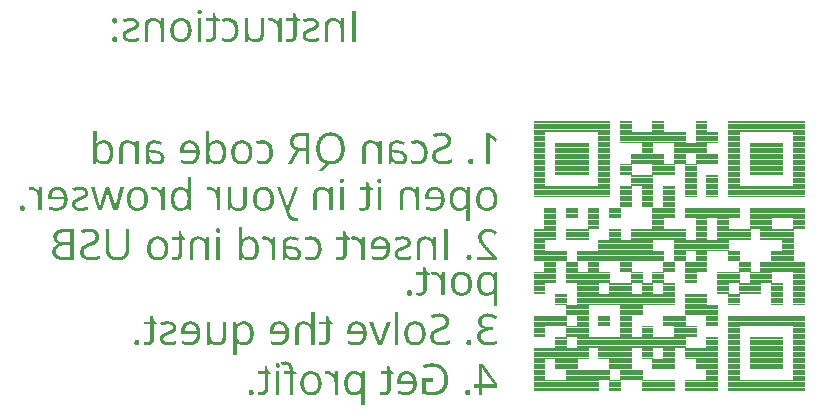
<source format=gbo>
G04 Layer_Color=32896*
%FSLAX25Y25*%
%MOIN*%
G70*
G01*
G75*
%ADD61C,0.00400*%
G36*
X108737Y83917D02*
X108992Y83881D01*
X109247Y83844D01*
X109466Y83771D01*
X109885Y83589D01*
X110213Y83407D01*
X110359Y83297D01*
X110486Y83206D01*
X110595Y83115D01*
X110668Y83024D01*
X110741Y82951D01*
X110796Y82915D01*
X110814Y82878D01*
X110832Y82860D01*
X110978Y82660D01*
X111106Y82423D01*
X111324Y81949D01*
X111470Y81457D01*
X111561Y80984D01*
X111598Y80765D01*
X111634Y80546D01*
X111652Y80364D01*
Y80200D01*
X111670Y80073D01*
Y79981D01*
Y79909D01*
Y79890D01*
X111652Y79544D01*
X111634Y79234D01*
X111598Y78925D01*
X111543Y78633D01*
X111470Y78378D01*
X111397Y78141D01*
X111324Y77923D01*
X111251Y77722D01*
X111179Y77540D01*
X111106Y77394D01*
X111033Y77267D01*
X110960Y77157D01*
X110905Y77066D01*
X110869Y77012D01*
X110832Y76975D01*
Y76957D01*
X110668Y76775D01*
X110486Y76611D01*
X110304Y76483D01*
X110122Y76356D01*
X109921Y76265D01*
X109721Y76174D01*
X109356Y76046D01*
X109010Y75973D01*
X108864Y75955D01*
X108737Y75937D01*
X108646Y75918D01*
X108500D01*
X108209Y75937D01*
X107917Y75973D01*
X107662Y76028D01*
X107425Y76101D01*
X107206Y76192D01*
X107006Y76283D01*
X106824Y76392D01*
X106660Y76501D01*
X106514Y76611D01*
X106405Y76720D01*
X106296Y76811D01*
X106204Y76902D01*
X106150Y76975D01*
X106095Y77030D01*
X106059Y77066D01*
Y77084D01*
X105968D01*
X105986Y76884D01*
X106004Y76684D01*
X106022Y76501D01*
Y76301D01*
X106040Y76137D01*
Y76010D01*
Y75937D01*
Y75900D01*
Y72584D01*
X104874D01*
Y83789D01*
X105785D01*
X105968Y82733D01*
X106022D01*
X106186Y82951D01*
X106368Y83134D01*
X106569Y83297D01*
X106769Y83425D01*
X106970Y83553D01*
X107170Y83644D01*
X107571Y83789D01*
X107917Y83881D01*
X108063Y83899D01*
X108209Y83917D01*
X108318Y83935D01*
X108464D01*
X108737Y83917D01*
D02*
G37*
G36*
X131967Y76064D02*
X130801D01*
Y80091D01*
Y80364D01*
X130783Y80619D01*
X130747Y80856D01*
X130710Y81075D01*
X130674Y81257D01*
X130619Y81439D01*
X130565Y81603D01*
X130510Y81749D01*
X130419Y81967D01*
X130328Y82131D01*
X130255Y82222D01*
X130237Y82259D01*
X130000Y82478D01*
X129726Y82642D01*
X129417Y82769D01*
X129125Y82842D01*
X128870Y82897D01*
X128651Y82915D01*
X128560Y82933D01*
X128451D01*
X128123Y82915D01*
X127850Y82860D01*
X127631Y82787D01*
X127449Y82696D01*
X127303Y82605D01*
X127194Y82532D01*
X127139Y82478D01*
X127121Y82459D01*
X126975Y82259D01*
X126866Y82040D01*
X126793Y81804D01*
X126738Y81585D01*
X126702Y81384D01*
X126684Y81202D01*
Y81093D01*
Y81075D01*
Y81056D01*
Y76064D01*
X125499D01*
Y81093D01*
Y81366D01*
X125536Y81603D01*
X125572Y81840D01*
X125609Y82059D01*
X125718Y82423D01*
X125846Y82714D01*
X125991Y82951D01*
X126101Y83115D01*
X126173Y83206D01*
X126210Y83243D01*
X126502Y83461D01*
X126848Y83626D01*
X127194Y83753D01*
X127540Y83826D01*
X127850Y83881D01*
X127996Y83899D01*
X128105D01*
X128214Y83917D01*
X128342D01*
X128633Y83899D01*
X128907Y83862D01*
X129162Y83808D01*
X129380Y83753D01*
X129562Y83698D01*
X129690Y83644D01*
X129763Y83607D01*
X129799Y83589D01*
X130018Y83461D01*
X130218Y83316D01*
X130382Y83170D01*
X130528Y83024D01*
X130637Y82897D01*
X130710Y82806D01*
X130765Y82733D01*
X130783Y82714D01*
X130856D01*
X130838Y82860D01*
X130820Y83024D01*
X130801Y83352D01*
Y83498D01*
Y83607D01*
Y83698D01*
Y83717D01*
Y87051D01*
X131967D01*
Y76064D01*
D02*
G37*
G36*
X154487D02*
X153103D01*
X150169Y83789D01*
X151426D01*
X151681Y83079D01*
X151918Y82441D01*
X152137Y81840D01*
X152319Y81312D01*
X152501Y80838D01*
X152647Y80419D01*
X152775Y80054D01*
X152902Y79745D01*
X152993Y79471D01*
X153085Y79234D01*
X153139Y79052D01*
X153194Y78907D01*
X153230Y78779D01*
X153267Y78706D01*
X153285Y78670D01*
Y78651D01*
X153358Y78451D01*
X153431Y78251D01*
X153540Y77923D01*
X153631Y77649D01*
X153686Y77449D01*
X153722Y77303D01*
X153759Y77194D01*
X153777Y77139D01*
Y77121D01*
X153832D01*
X153850Y77230D01*
X153886Y77340D01*
X153923Y77485D01*
X153977Y77649D01*
X154087Y77996D01*
X154196Y78342D01*
X154305Y78670D01*
X154360Y78815D01*
X154396Y78943D01*
X154433Y79052D01*
X154469Y79125D01*
X154487Y79180D01*
Y79198D01*
X156164Y83789D01*
X157403D01*
X154487Y76064D01*
D02*
G37*
G36*
X189980Y86504D02*
X190308Y86486D01*
X190600Y86431D01*
X190873Y86377D01*
X191091Y86322D01*
X191255Y86286D01*
X191365Y86249D01*
X191383Y86231D01*
X191401D01*
X191693Y86122D01*
X191966Y85994D01*
X192221Y85848D01*
X192440Y85739D01*
X192622Y85611D01*
X192749Y85539D01*
X192822Y85466D01*
X192859Y85448D01*
X192276Y84646D01*
X191984Y84810D01*
X191729Y84956D01*
X191492Y85083D01*
X191292Y85174D01*
X191128Y85229D01*
X191018Y85283D01*
X190927Y85320D01*
X190909D01*
X190672Y85393D01*
X190454Y85429D01*
X190235Y85466D01*
X190053Y85502D01*
X189871D01*
X189743Y85520D01*
X189634D01*
X189324Y85502D01*
X189032Y85448D01*
X188796Y85375D01*
X188595Y85302D01*
X188431Y85229D01*
X188322Y85156D01*
X188249Y85101D01*
X188231Y85083D01*
X188049Y84901D01*
X187921Y84719D01*
X187830Y84518D01*
X187775Y84336D01*
X187721Y84154D01*
X187703Y84026D01*
Y83935D01*
Y83899D01*
X187739Y83571D01*
X187812Y83261D01*
X187921Y83024D01*
X188049Y82806D01*
X188194Y82642D01*
X188304Y82514D01*
X188377Y82441D01*
X188413Y82423D01*
X188686Y82241D01*
X188996Y82113D01*
X189324Y82022D01*
X189616Y81967D01*
X189889Y81931D01*
X190108Y81895D01*
X191347D01*
Y80892D01*
X190326D01*
X189816Y80874D01*
X189360Y80820D01*
X188960Y80729D01*
X188632Y80601D01*
X188340Y80455D01*
X188103Y80291D01*
X187921Y80127D01*
X187757Y79963D01*
X187630Y79781D01*
X187539Y79617D01*
X187484Y79453D01*
X187429Y79307D01*
X187411Y79198D01*
X187393Y79089D01*
Y79034D01*
Y79016D01*
X187429Y78651D01*
X187502Y78323D01*
X187630Y78050D01*
X187812Y77813D01*
X188012Y77595D01*
X188231Y77431D01*
X188468Y77285D01*
X188723Y77176D01*
X188978Y77103D01*
X189215Y77030D01*
X189433Y76993D01*
X189634Y76957D01*
X189798Y76939D01*
X189944Y76920D01*
X190053D01*
X190563Y76939D01*
X190800Y76975D01*
X191018Y77012D01*
X191219Y77030D01*
X191365Y77066D01*
X191456Y77084D01*
X191492D01*
X191765Y77157D01*
X192021Y77230D01*
X192276Y77321D01*
X192476Y77394D01*
X192658Y77485D01*
X192804Y77540D01*
X192877Y77576D01*
X192913Y77595D01*
Y76465D01*
X192676Y76356D01*
X192440Y76265D01*
X192221Y76192D01*
X192021Y76137D01*
X191857Y76101D01*
X191711Y76064D01*
X191638Y76046D01*
X191602D01*
X191073Y75973D01*
X190818Y75955D01*
X190581Y75937D01*
X190381Y75918D01*
X190089D01*
X189743Y75937D01*
X189433Y75955D01*
X189124Y75991D01*
X188850Y76046D01*
X188577Y76101D01*
X188340Y76174D01*
X188140Y76246D01*
X187939Y76319D01*
X187757Y76392D01*
X187611Y76447D01*
X187484Y76520D01*
X187374Y76574D01*
X187302Y76629D01*
X187247Y76665D01*
X187211Y76702D01*
X187192D01*
X187010Y76866D01*
X186846Y77030D01*
X186719Y77212D01*
X186609Y77394D01*
X186427Y77777D01*
X186300Y78141D01*
X186227Y78469D01*
X186208Y78615D01*
X186190Y78742D01*
X186172Y78834D01*
Y78907D01*
Y78961D01*
Y78979D01*
X186190Y79344D01*
X186263Y79672D01*
X186354Y79945D01*
X186463Y80200D01*
X186591Y80382D01*
X186682Y80528D01*
X186755Y80601D01*
X186773Y80637D01*
X187028Y80856D01*
X187320Y81038D01*
X187611Y81166D01*
X187921Y81275D01*
X188194Y81348D01*
X188413Y81384D01*
X188486Y81403D01*
X188559Y81421D01*
X188613D01*
Y81494D01*
X188249Y81585D01*
X187939Y81712D01*
X187666Y81840D01*
X187447Y81986D01*
X187265Y82113D01*
X187156Y82222D01*
X187065Y82295D01*
X187047Y82314D01*
X186864Y82569D01*
X186719Y82842D01*
X186627Y83115D01*
X186555Y83370D01*
X186518Y83589D01*
X186482Y83771D01*
Y83844D01*
Y83899D01*
Y83917D01*
Y83935D01*
Y84154D01*
X186518Y84354D01*
X186609Y84737D01*
X186755Y85065D01*
X186901Y85338D01*
X187047Y85557D01*
X187192Y85703D01*
X187283Y85794D01*
X187302Y85830D01*
X187320D01*
X187666Y86067D01*
X188030Y86231D01*
X188431Y86358D01*
X188796Y86431D01*
X189142Y86486D01*
X189288Y86504D01*
X189397D01*
X189506Y86522D01*
X189652D01*
X189980Y86504D01*
D02*
G37*
G36*
X181234Y100446D02*
X181526Y100428D01*
X181781Y100373D01*
X182036Y100300D01*
X182273Y100227D01*
X182492Y100136D01*
X182692Y100027D01*
X182856Y99936D01*
X183020Y99845D01*
X183166Y99736D01*
X183275Y99645D01*
X183366Y99572D01*
X183457Y99499D01*
X183512Y99462D01*
X183530Y99426D01*
X183548Y99408D01*
X183712Y99207D01*
X183858Y98970D01*
X183986Y98752D01*
X184095Y98497D01*
X184259Y98005D01*
X184368Y97531D01*
X184423Y97312D01*
X184441Y97112D01*
X184459Y96930D01*
X184477Y96766D01*
X184496Y96638D01*
Y96547D01*
Y96474D01*
Y96456D01*
X184477Y96019D01*
X184423Y95600D01*
X184350Y95253D01*
X184277Y94925D01*
X184204Y94670D01*
X184131Y94488D01*
X184095Y94415D01*
X184077Y94361D01*
X184058Y94342D01*
Y94324D01*
X183876Y93996D01*
X183676Y93723D01*
X183475Y93486D01*
X183275Y93286D01*
X183093Y93122D01*
X182947Y93012D01*
X182856Y92940D01*
X182819Y92921D01*
X182510Y92757D01*
X182200Y92648D01*
X181890Y92557D01*
X181599Y92502D01*
X181344Y92466D01*
X181161Y92448D01*
X180979D01*
X180670Y92466D01*
X180378Y92502D01*
X180123Y92539D01*
X179868Y92612D01*
X179631Y92684D01*
X179412Y92775D01*
X179212Y92885D01*
X179030Y92976D01*
X178884Y93067D01*
X178738Y93176D01*
X178629Y93268D01*
X178538Y93340D01*
X178447Y93413D01*
X178392Y93468D01*
X178374Y93486D01*
X178356Y93504D01*
X178192Y93705D01*
X178028Y93942D01*
X177900Y94178D01*
X177791Y94415D01*
X177627Y94907D01*
X177517Y95381D01*
X177463Y95600D01*
X177445Y95800D01*
X177426Y95982D01*
X177408Y96146D01*
X177390Y96274D01*
Y96365D01*
Y96438D01*
Y96456D01*
X177408Y96784D01*
X177426Y97112D01*
X177481Y97403D01*
X177536Y97695D01*
X177609Y97950D01*
X177700Y98187D01*
X177791Y98405D01*
X177864Y98606D01*
X177955Y98788D01*
X178046Y98934D01*
X178137Y99061D01*
X178210Y99171D01*
X178264Y99262D01*
X178319Y99317D01*
X178337Y99353D01*
X178356Y99371D01*
X178538Y99572D01*
X178738Y99736D01*
X178939Y99881D01*
X179157Y100009D01*
X179376Y100118D01*
X179576Y100191D01*
X179995Y100337D01*
X180360Y100410D01*
X180524Y100428D01*
X180651Y100446D01*
X180761Y100464D01*
X180925D01*
X181234Y100446D01*
D02*
G37*
G36*
X163816Y94288D02*
X163944Y94270D01*
X164035Y94233D01*
X164126Y94178D01*
X164199Y94124D01*
X164253Y94087D01*
X164272Y94069D01*
X164290Y94051D01*
X164363Y93960D01*
X164417Y93832D01*
X164472Y93614D01*
X164490Y93504D01*
X164508Y93413D01*
Y93359D01*
Y93340D01*
X164490Y93158D01*
X164472Y93012D01*
X164436Y92885D01*
X164381Y92794D01*
X164344Y92703D01*
X164308Y92648D01*
X164290Y92630D01*
X164272Y92612D01*
X164180Y92539D01*
X164071Y92484D01*
X163889Y92429D01*
X163798Y92411D01*
X163725Y92393D01*
X163670D01*
X163524Y92411D01*
X163397Y92429D01*
X163288Y92466D01*
X163197Y92520D01*
X163124Y92557D01*
X163069Y92593D01*
X163051Y92612D01*
X163033Y92630D01*
X162960Y92739D01*
X162887Y92848D01*
X162832Y93085D01*
X162814Y93176D01*
X162796Y93268D01*
Y93322D01*
Y93340D01*
X162814Y93504D01*
X162832Y93650D01*
X162869Y93778D01*
X162905Y93869D01*
X162960Y93960D01*
X162996Y94015D01*
X163014Y94033D01*
X163033Y94051D01*
X163124Y94142D01*
X163233Y94197D01*
X163433Y94270D01*
X163524Y94288D01*
X163597Y94306D01*
X163670D01*
X163816Y94288D01*
D02*
G37*
G36*
X189597Y100446D02*
X189852Y100428D01*
X190089Y100373D01*
X190290Y100319D01*
X190454Y100264D01*
X190581Y100227D01*
X190654Y100191D01*
X190691Y100173D01*
X190909Y100064D01*
X191110Y99918D01*
X191292Y99772D01*
X191438Y99608D01*
X191565Y99480D01*
X191674Y99371D01*
X191729Y99298D01*
X191747Y99262D01*
X191802D01*
X191966Y100319D01*
X192913D01*
Y89113D01*
X191747D01*
Y92302D01*
X191765Y92757D01*
X191784Y92976D01*
Y93158D01*
X191802Y93340D01*
X191820Y93468D01*
X191838Y93541D01*
Y93577D01*
X191747D01*
X191583Y93377D01*
X191401Y93195D01*
X191237Y93049D01*
X191073Y92940D01*
X190927Y92830D01*
X190818Y92775D01*
X190727Y92739D01*
X190709Y92721D01*
X190472Y92630D01*
X190217Y92557D01*
X189998Y92520D01*
X189779Y92484D01*
X189597Y92466D01*
X189452Y92448D01*
X189324D01*
X189051Y92466D01*
X188796Y92484D01*
X188541Y92539D01*
X188322Y92612D01*
X187921Y92775D01*
X187575Y92976D01*
X187320Y93158D01*
X187211Y93249D01*
X187119Y93322D01*
X187065Y93395D01*
X187010Y93450D01*
X186992Y93468D01*
X186974Y93486D01*
X186828Y93686D01*
X186682Y93923D01*
X186482Y94397D01*
X186318Y94889D01*
X186227Y95363D01*
X186190Y95581D01*
X186154Y95800D01*
X186135Y95982D01*
Y96146D01*
X186117Y96274D01*
Y96365D01*
Y96438D01*
Y96456D01*
Y96802D01*
X186154Y97130D01*
X186190Y97440D01*
X186245Y97713D01*
X186318Y97987D01*
X186391Y98223D01*
X186463Y98442D01*
X186536Y98642D01*
X186609Y98825D01*
X186682Y98970D01*
X186755Y99098D01*
X186828Y99207D01*
X186883Y99298D01*
X186919Y99353D01*
X186937Y99389D01*
X186955Y99408D01*
X187119Y99590D01*
X187283Y99754D01*
X187484Y99900D01*
X187666Y100027D01*
X187866Y100118D01*
X188067Y100209D01*
X188450Y100337D01*
X188796Y100410D01*
X188941Y100428D01*
X189069Y100446D01*
X189178Y100464D01*
X189324D01*
X189597Y100446D01*
D02*
G37*
G36*
X146270Y83917D02*
X146525Y83881D01*
X146780Y83826D01*
X147017Y83771D01*
X147436Y83589D01*
X147801Y83389D01*
X147946Y83279D01*
X148074Y83170D01*
X148202Y83079D01*
X148293Y83006D01*
X148365Y82933D01*
X148420Y82878D01*
X148438Y82842D01*
X148457Y82824D01*
X148621Y82605D01*
X148748Y82386D01*
X148876Y82150D01*
X148985Y81895D01*
X149149Y81403D01*
X149258Y80929D01*
X149295Y80710D01*
X149313Y80510D01*
X149331Y80328D01*
X149349Y80164D01*
X149368Y80036D01*
Y79945D01*
Y79872D01*
Y79854D01*
X149349Y79508D01*
X149331Y79198D01*
X149276Y78888D01*
X149222Y78615D01*
X149131Y78360D01*
X149058Y78123D01*
X148967Y77904D01*
X148876Y77704D01*
X148784Y77540D01*
X148694Y77376D01*
X148602Y77249D01*
X148530Y77157D01*
X148475Y77066D01*
X148420Y77012D01*
X148402Y76975D01*
X148384Y76957D01*
X148183Y76775D01*
X147983Y76611D01*
X147764Y76483D01*
X147527Y76356D01*
X147309Y76265D01*
X147090Y76174D01*
X146653Y76046D01*
X146452Y76010D01*
X146270Y75973D01*
X146088Y75955D01*
X145960Y75937D01*
X145833Y75918D01*
X145377D01*
X145122Y75937D01*
X144904Y75955D01*
X144703Y75973D01*
X144557Y75991D01*
X144430Y76010D01*
X144357Y76028D01*
X144339D01*
X143920Y76137D01*
X143719Y76192D01*
X143537Y76265D01*
X143373Y76319D01*
X143264Y76374D01*
X143173Y76392D01*
X143155Y76410D01*
Y77449D01*
X143610Y77285D01*
X144047Y77157D01*
X144466Y77066D01*
X144849Y77012D01*
X145177Y76975D01*
X145305Y76957D01*
X145414Y76939D01*
X145633D01*
X146052Y76975D01*
X146416Y77048D01*
X146726Y77157D01*
X146999Y77285D01*
X147199Y77412D01*
X147345Y77522D01*
X147436Y77595D01*
X147473Y77631D01*
X147691Y77923D01*
X147855Y78251D01*
X147965Y78615D01*
X148056Y78943D01*
X148092Y79253D01*
X148110Y79380D01*
X148129Y79508D01*
X148147Y79599D01*
Y79672D01*
Y79708D01*
Y79726D01*
X142827D01*
Y80455D01*
Y80747D01*
X142863Y81020D01*
X142954Y81512D01*
X143100Y81931D01*
X143173Y82131D01*
X143246Y82295D01*
X143337Y82459D01*
X143410Y82587D01*
X143482Y82696D01*
X143555Y82806D01*
X143610Y82878D01*
X143647Y82933D01*
X143665Y82951D01*
X143683Y82969D01*
X143847Y83134D01*
X144029Y83297D01*
X144211Y83425D01*
X144394Y83534D01*
X144776Y83698D01*
X145141Y83808D01*
X145468Y83881D01*
X145614Y83899D01*
X145742Y83917D01*
X145833Y83935D01*
X145979D01*
X146270Y83917D01*
D02*
G37*
G36*
X78437D02*
X79530Y83425D01*
Y82878D01*
X78437D01*
Y78269D01*
X78419Y77850D01*
X78346Y77485D01*
X78237Y77176D01*
X78091Y76902D01*
X77909Y76684D01*
X77727Y76501D01*
X77526Y76337D01*
X77307Y76210D01*
X77107Y76119D01*
X76907Y76046D01*
X76706Y75991D01*
X76542Y75955D01*
X76397Y75937D01*
X76287Y75918D01*
X76196D01*
X75959Y75937D01*
X75741Y75955D01*
X75649Y75973D01*
X75577D01*
X75540Y75991D01*
X75522D01*
X75285Y76028D01*
X75103Y76082D01*
X74994Y76101D01*
X74957Y76119D01*
Y77012D01*
X75103Y76975D01*
X75249Y76957D01*
X75358Y76939D01*
X75394Y76920D01*
X75413D01*
X75631Y76902D01*
X75814Y76884D01*
X76014D01*
X76214Y76902D01*
X76397Y76939D01*
X76560Y76993D01*
X76688Y77066D01*
X76797Y77139D01*
X76870Y77194D01*
X76907Y77230D01*
X76925Y77249D01*
X77034Y77412D01*
X77107Y77576D01*
X77180Y77759D01*
X77216Y77923D01*
X77235Y78087D01*
X77253Y78214D01*
Y78287D01*
Y78323D01*
Y82878D01*
X75012D01*
Y83789D01*
X77253D01*
Y85575D01*
X77945D01*
X78437Y83917D01*
D02*
G37*
G36*
X159826Y76064D02*
X158660D01*
Y87051D01*
X159826D01*
Y76064D01*
D02*
G37*
G36*
X174110Y86486D02*
X174566Y86413D01*
X174985Y86304D01*
X175313Y86176D01*
X175586Y86031D01*
X175696Y85976D01*
X175787Y85921D01*
X175859Y85885D01*
X175914Y85848D01*
X175932Y85812D01*
X175951D01*
X176115Y85666D01*
X176242Y85520D01*
X176370Y85375D01*
X176461Y85211D01*
X176625Y84901D01*
X176734Y84591D01*
X176789Y84336D01*
X176825Y84117D01*
X176843Y84026D01*
Y83972D01*
Y83935D01*
Y83917D01*
X176825Y83516D01*
X176752Y83152D01*
X176643Y82824D01*
X176534Y82551D01*
X176424Y82350D01*
X176315Y82186D01*
X176242Y82095D01*
X176224Y82059D01*
X176096Y81931D01*
X175951Y81804D01*
X175641Y81585D01*
X175295Y81366D01*
X174967Y81202D01*
X174657Y81056D01*
X174511Y81002D01*
X174402Y80947D01*
X174293Y80911D01*
X174220Y80874D01*
X174183Y80856D01*
X174165D01*
X173801Y80710D01*
X173491Y80583D01*
X173236Y80473D01*
X173017Y80382D01*
X172853Y80291D01*
X172744Y80237D01*
X172671Y80200D01*
X172653Y80182D01*
X172471Y80073D01*
X172325Y79963D01*
X172197Y79872D01*
X172088Y79763D01*
X172015Y79690D01*
X171960Y79617D01*
X171942Y79581D01*
X171924Y79562D01*
X171851Y79435D01*
X171796Y79289D01*
X171723Y78998D01*
Y78870D01*
X171705Y78779D01*
Y78706D01*
Y78688D01*
X171723Y78396D01*
X171796Y78141D01*
X171906Y77923D01*
X172015Y77740D01*
X172124Y77595D01*
X172234Y77504D01*
X172307Y77431D01*
X172325Y77412D01*
X172580Y77267D01*
X172853Y77157D01*
X173145Y77084D01*
X173436Y77030D01*
X173709Y76993D01*
X173910Y76975D01*
X174110D01*
X174657Y76993D01*
X174912Y77030D01*
X175131Y77048D01*
X175331Y77084D01*
X175477Y77103D01*
X175568Y77121D01*
X175604D01*
X175878Y77194D01*
X176133Y77249D01*
X176370Y77321D01*
X176570Y77394D01*
X176734Y77449D01*
X176862Y77504D01*
X176934Y77522D01*
X176971Y77540D01*
Y76392D01*
X176770Y76301D01*
X176570Y76228D01*
X176115Y76119D01*
X175659Y76028D01*
X175204Y75973D01*
X174985Y75955D01*
X174785Y75937D01*
X174620D01*
X174457Y75918D01*
X174165D01*
X173564Y75955D01*
X173291Y75991D01*
X173035Y76028D01*
X172799Y76101D01*
X172580Y76155D01*
X172379Y76228D01*
X172197Y76301D01*
X172033Y76356D01*
X171888Y76429D01*
X171760Y76501D01*
X171669Y76556D01*
X171596Y76592D01*
X171523Y76629D01*
X171505Y76665D01*
X171487D01*
X171305Y76811D01*
X171159Y76975D01*
X171013Y77139D01*
X170904Y77321D01*
X170721Y77686D01*
X170612Y78014D01*
X170539Y78323D01*
X170521Y78451D01*
X170503Y78579D01*
X170485Y78670D01*
Y78742D01*
Y78779D01*
Y78797D01*
X170503Y79180D01*
X170576Y79508D01*
X170685Y79799D01*
X170794Y80054D01*
X170904Y80255D01*
X171013Y80401D01*
X171086Y80473D01*
X171104Y80510D01*
X171232Y80637D01*
X171377Y80765D01*
X171705Y80984D01*
X172070Y81202D01*
X172434Y81384D01*
X172780Y81548D01*
X172926Y81603D01*
X173072Y81658D01*
X173181Y81712D01*
X173254Y81749D01*
X173309Y81767D01*
X173327D01*
X173673Y81895D01*
X173965Y82004D01*
X174201Y82113D01*
X174402Y82204D01*
X174566Y82277D01*
X174675Y82332D01*
X174748Y82368D01*
X174766Y82386D01*
X174930Y82496D01*
X175076Y82605D01*
X175185Y82714D01*
X175276Y82806D01*
X175349Y82878D01*
X175404Y82951D01*
X175422Y82988D01*
X175440Y83006D01*
X175513Y83152D01*
X175550Y83297D01*
X175623Y83589D01*
Y83717D01*
X175641Y83808D01*
Y83881D01*
Y83899D01*
X175623Y84154D01*
X175550Y84391D01*
X175477Y84573D01*
X175367Y84737D01*
X175276Y84864D01*
X175185Y84956D01*
X175131Y85010D01*
X175112Y85028D01*
X174894Y85174D01*
X174639Y85265D01*
X174402Y85338D01*
X174147Y85393D01*
X173928Y85429D01*
X173764Y85448D01*
X173600D01*
X173145Y85429D01*
X172707Y85356D01*
X172288Y85283D01*
X171906Y85174D01*
X171596Y85083D01*
X171450Y85028D01*
X171341Y84992D01*
X171250Y84956D01*
X171177Y84919D01*
X171141Y84901D01*
X171122D01*
X170758Y85939D01*
X171250Y86140D01*
X171742Y86286D01*
X172215Y86377D01*
X172653Y86450D01*
X172853Y86468D01*
X173035Y86486D01*
X173181Y86504D01*
X173327Y86522D01*
X173582D01*
X174110Y86486D01*
D02*
G37*
G36*
X136996Y83917D02*
X138089Y83425D01*
Y82878D01*
X136996D01*
Y78269D01*
X136978Y77850D01*
X136905Y77485D01*
X136796Y77176D01*
X136650Y76902D01*
X136468Y76684D01*
X136286Y76501D01*
X136085Y76337D01*
X135867Y76210D01*
X135666Y76119D01*
X135466Y76046D01*
X135265Y75991D01*
X135101Y75955D01*
X134956Y75937D01*
X134846Y75918D01*
X134755D01*
X134518Y75937D01*
X134300Y75955D01*
X134209Y75973D01*
X134136D01*
X134099Y75991D01*
X134081D01*
X133844Y76028D01*
X133662Y76082D01*
X133553Y76101D01*
X133516Y76119D01*
Y77012D01*
X133662Y76975D01*
X133808Y76957D01*
X133917Y76939D01*
X133953Y76920D01*
X133972D01*
X134190Y76902D01*
X134372Y76884D01*
X134573D01*
X134773Y76902D01*
X134956Y76939D01*
X135120Y76993D01*
X135247Y77066D01*
X135356Y77139D01*
X135429Y77194D01*
X135466Y77230D01*
X135484Y77249D01*
X135593Y77412D01*
X135666Y77576D01*
X135739Y77759D01*
X135775Y77923D01*
X135794Y78087D01*
X135812Y78214D01*
Y78287D01*
Y78323D01*
Y82878D01*
X133571D01*
Y83789D01*
X135812D01*
Y85575D01*
X136504D01*
X136996Y83917D01*
D02*
G37*
G36*
X120434D02*
X120689Y83881D01*
X120944Y83826D01*
X121181Y83771D01*
X121600Y83589D01*
X121965Y83389D01*
X122110Y83279D01*
X122238Y83170D01*
X122366Y83079D01*
X122457Y83006D01*
X122529Y82933D01*
X122584Y82878D01*
X122602Y82842D01*
X122621Y82824D01*
X122785Y82605D01*
X122912Y82386D01*
X123040Y82150D01*
X123149Y81895D01*
X123313Y81403D01*
X123422Y80929D01*
X123459Y80710D01*
X123477Y80510D01*
X123495Y80328D01*
X123513Y80164D01*
X123532Y80036D01*
Y79945D01*
Y79872D01*
Y79854D01*
X123513Y79508D01*
X123495Y79198D01*
X123441Y78888D01*
X123386Y78615D01*
X123295Y78360D01*
X123222Y78123D01*
X123131Y77904D01*
X123040Y77704D01*
X122949Y77540D01*
X122857Y77376D01*
X122766Y77249D01*
X122694Y77157D01*
X122639Y77066D01*
X122584Y77012D01*
X122566Y76975D01*
X122548Y76957D01*
X122347Y76775D01*
X122147Y76611D01*
X121928Y76483D01*
X121691Y76356D01*
X121473Y76265D01*
X121254Y76174D01*
X120817Y76046D01*
X120616Y76010D01*
X120434Y75973D01*
X120252Y75955D01*
X120124Y75937D01*
X119997Y75918D01*
X119542D01*
X119286Y75937D01*
X119068Y75955D01*
X118867Y75973D01*
X118722Y75991D01*
X118594Y76010D01*
X118521Y76028D01*
X118503D01*
X118084Y76137D01*
X117883Y76192D01*
X117701Y76265D01*
X117537Y76319D01*
X117428Y76374D01*
X117337Y76392D01*
X117319Y76410D01*
Y77449D01*
X117774Y77285D01*
X118211Y77157D01*
X118630Y77066D01*
X119013Y77012D01*
X119341Y76975D01*
X119469Y76957D01*
X119578Y76939D01*
X119797D01*
X120216Y76975D01*
X120580Y77048D01*
X120890Y77157D01*
X121163Y77285D01*
X121363Y77412D01*
X121509Y77522D01*
X121600Y77595D01*
X121637Y77631D01*
X121855Y77923D01*
X122019Y78251D01*
X122129Y78615D01*
X122220Y78943D01*
X122256Y79253D01*
X122274Y79380D01*
X122293Y79508D01*
X122311Y79599D01*
Y79672D01*
Y79708D01*
Y79726D01*
X116991D01*
Y80455D01*
Y80747D01*
X117027Y81020D01*
X117118Y81512D01*
X117264Y81931D01*
X117337Y82131D01*
X117410Y82295D01*
X117501Y82459D01*
X117574Y82587D01*
X117647Y82696D01*
X117719Y82806D01*
X117774Y82878D01*
X117810Y82933D01*
X117829Y82951D01*
X117847Y82969D01*
X118011Y83134D01*
X118193Y83297D01*
X118375Y83425D01*
X118558Y83534D01*
X118940Y83698D01*
X119305Y83808D01*
X119632Y83881D01*
X119778Y83899D01*
X119906Y83917D01*
X119997Y83935D01*
X120143D01*
X120434Y83917D01*
D02*
G37*
G36*
X90845D02*
X91100Y83881D01*
X91355Y83826D01*
X91592Y83771D01*
X92011Y83589D01*
X92375Y83389D01*
X92521Y83279D01*
X92649Y83170D01*
X92776Y83079D01*
X92867Y83006D01*
X92940Y82933D01*
X92995Y82878D01*
X93013Y82842D01*
X93031Y82824D01*
X93195Y82605D01*
X93323Y82386D01*
X93450Y82150D01*
X93560Y81895D01*
X93724Y81403D01*
X93833Y80929D01*
X93870Y80710D01*
X93888Y80510D01*
X93906Y80328D01*
X93924Y80164D01*
X93942Y80036D01*
Y79945D01*
Y79872D01*
Y79854D01*
X93924Y79508D01*
X93906Y79198D01*
X93851Y78888D01*
X93797Y78615D01*
X93705Y78360D01*
X93633Y78123D01*
X93542Y77904D01*
X93450Y77704D01*
X93359Y77540D01*
X93268Y77376D01*
X93177Y77249D01*
X93104Y77157D01*
X93050Y77066D01*
X92995Y77012D01*
X92977Y76975D01*
X92958Y76957D01*
X92758Y76775D01*
X92558Y76611D01*
X92339Y76483D01*
X92102Y76356D01*
X91883Y76265D01*
X91665Y76174D01*
X91228Y76046D01*
X91027Y76010D01*
X90845Y75973D01*
X90663Y75955D01*
X90535Y75937D01*
X90408Y75918D01*
X89952D01*
X89697Y75937D01*
X89478Y75955D01*
X89278Y75973D01*
X89132Y75991D01*
X89005Y76010D01*
X88932Y76028D01*
X88914D01*
X88495Y76137D01*
X88294Y76192D01*
X88112Y76265D01*
X87948Y76319D01*
X87839Y76374D01*
X87748Y76392D01*
X87729Y76410D01*
Y77449D01*
X88185Y77285D01*
X88622Y77157D01*
X89041Y77066D01*
X89424Y77012D01*
X89752Y76975D01*
X89879Y76957D01*
X89989Y76939D01*
X90207D01*
X90626Y76975D01*
X90991Y77048D01*
X91300Y77157D01*
X91574Y77285D01*
X91774Y77412D01*
X91920Y77522D01*
X92011Y77595D01*
X92048Y77631D01*
X92266Y77923D01*
X92430Y78251D01*
X92539Y78615D01*
X92630Y78943D01*
X92667Y79253D01*
X92685Y79380D01*
X92703Y79508D01*
X92722Y79599D01*
Y79672D01*
Y79708D01*
Y79726D01*
X87401D01*
Y80455D01*
Y80747D01*
X87438Y81020D01*
X87529Y81512D01*
X87675Y81931D01*
X87748Y82131D01*
X87820Y82295D01*
X87911Y82459D01*
X87984Y82587D01*
X88057Y82696D01*
X88130Y82806D01*
X88185Y82878D01*
X88221Y82933D01*
X88240Y82951D01*
X88258Y82969D01*
X88422Y83134D01*
X88604Y83297D01*
X88786Y83425D01*
X88968Y83534D01*
X89351Y83698D01*
X89715Y83808D01*
X90043Y83881D01*
X90189Y83899D01*
X90317Y83917D01*
X90408Y83935D01*
X90553D01*
X90845Y83917D01*
D02*
G37*
G36*
X102469Y78724D02*
Y78451D01*
X102433Y78214D01*
X102396Y77977D01*
X102360Y77759D01*
X102251Y77394D01*
X102123Y77103D01*
X101996Y76866D01*
X101886Y76702D01*
X101813Y76611D01*
X101777Y76574D01*
X101485Y76356D01*
X101139Y76192D01*
X100793Y76082D01*
X100447Y76010D01*
X100137Y75955D01*
X99991Y75937D01*
X99882D01*
X99773Y75918D01*
X99645D01*
X99354Y75937D01*
X99062Y75973D01*
X98825Y76010D01*
X98607Y76064D01*
X98425Y76119D01*
X98297Y76174D01*
X98224Y76192D01*
X98188Y76210D01*
X97969Y76337D01*
X97769Y76483D01*
X97605Y76629D01*
X97459Y76757D01*
X97350Y76884D01*
X97258Y76993D01*
X97222Y77066D01*
X97204Y77084D01*
X97131D01*
X96967Y76064D01*
X96001D01*
Y83789D01*
X97167D01*
Y79726D01*
Y79453D01*
X97185Y79198D01*
X97222Y78961D01*
X97258Y78742D01*
X97295Y78560D01*
X97350Y78378D01*
X97404Y78214D01*
X97441Y78068D01*
X97550Y77850D01*
X97641Y77686D01*
X97714Y77595D01*
X97732Y77558D01*
X97969Y77340D01*
X98242Y77176D01*
X98534Y77066D01*
X98825Y76993D01*
X99080Y76939D01*
X99299Y76920D01*
X99390Y76902D01*
X99499D01*
X99827Y76920D01*
X100101Y76975D01*
X100338Y77048D01*
X100538Y77139D01*
X100684Y77212D01*
X100775Y77285D01*
X100848Y77340D01*
X100866Y77358D01*
X101012Y77558D01*
X101103Y77777D01*
X101176Y78014D01*
X101230Y78232D01*
X101267Y78451D01*
X101285Y78615D01*
Y78724D01*
Y78742D01*
Y78761D01*
Y83789D01*
X102469D01*
Y78724D01*
D02*
G37*
G36*
X172070Y100446D02*
X172325Y100391D01*
X172543Y100337D01*
X172744Y100264D01*
X172908Y100173D01*
X173035Y100118D01*
X173108Y100064D01*
X173145Y100045D01*
X173363Y99881D01*
X173564Y99699D01*
X173746Y99499D01*
X173892Y99317D01*
X174019Y99134D01*
X174110Y99007D01*
X174165Y98916D01*
X174183Y98879D01*
X174238D01*
X174365Y100319D01*
X175331D01*
Y92593D01*
X174165D01*
Y96729D01*
X174129Y97148D01*
X174056Y97513D01*
X173965Y97841D01*
X173837Y98114D01*
X173709Y98333D01*
X173618Y98497D01*
X173546Y98606D01*
X173509Y98642D01*
X173254Y98897D01*
X172962Y99080D01*
X172707Y99225D01*
X172452Y99317D01*
X172215Y99371D01*
X172052Y99389D01*
X171979Y99408D01*
X171888D01*
X171596Y99389D01*
X171323Y99353D01*
X171213Y99335D01*
X171122Y99317D01*
X171068Y99298D01*
X171049D01*
X170885Y100373D01*
X171195Y100428D01*
X171359Y100446D01*
X171505D01*
X171632Y100464D01*
X171815D01*
X172070Y100446D01*
D02*
G37*
G36*
X145359Y112220D02*
X145614Y112165D01*
X145833Y112111D01*
X146033Y112038D01*
X146197Y111947D01*
X146325Y111892D01*
X146398Y111837D01*
X146434Y111819D01*
X146653Y111655D01*
X146853Y111473D01*
X147035Y111273D01*
X147181Y111090D01*
X147309Y110908D01*
X147400Y110781D01*
X147455Y110689D01*
X147473Y110653D01*
X147527D01*
X147655Y112092D01*
X148621D01*
Y104367D01*
X147455D01*
Y108503D01*
X147418Y108922D01*
X147345Y109286D01*
X147254Y109615D01*
X147126Y109888D01*
X146999Y110106D01*
X146908Y110270D01*
X146835Y110380D01*
X146799Y110416D01*
X146544Y110671D01*
X146252Y110853D01*
X145997Y110999D01*
X145742Y111090D01*
X145505Y111145D01*
X145341Y111163D01*
X145268Y111181D01*
X145177D01*
X144886Y111163D01*
X144612Y111127D01*
X144503Y111109D01*
X144412Y111090D01*
X144357Y111072D01*
X144339D01*
X144175Y112147D01*
X144485Y112202D01*
X144649Y112220D01*
X144794D01*
X144922Y112238D01*
X145104D01*
X145359Y112220D01*
D02*
G37*
G36*
X115679D02*
X115934Y112165D01*
X116153Y112111D01*
X116353Y112038D01*
X116517Y111947D01*
X116645Y111892D01*
X116717Y111837D01*
X116754Y111819D01*
X116972Y111655D01*
X117173Y111473D01*
X117355Y111273D01*
X117501Y111090D01*
X117628Y110908D01*
X117719Y110781D01*
X117774Y110689D01*
X117792Y110653D01*
X117847D01*
X117974Y112092D01*
X118940D01*
Y104367D01*
X117774D01*
Y108503D01*
X117738Y108922D01*
X117665Y109286D01*
X117574Y109615D01*
X117446Y109888D01*
X117319Y110106D01*
X117227Y110270D01*
X117155Y110380D01*
X117118Y110416D01*
X116863Y110671D01*
X116572Y110853D01*
X116316Y110999D01*
X116061Y111090D01*
X115825Y111145D01*
X115661Y111163D01*
X115588Y111181D01*
X115497D01*
X115205Y111163D01*
X114932Y111127D01*
X114822Y111109D01*
X114731Y111090D01*
X114677Y111072D01*
X114658D01*
X114495Y112147D01*
X114804Y112202D01*
X114968Y112220D01*
X115114D01*
X115242Y112238D01*
X115424D01*
X115679Y112220D01*
D02*
G37*
G36*
X100429Y104367D02*
X99263D01*
Y112092D01*
X100429D01*
Y104367D01*
D02*
G37*
G36*
X169136Y112220D02*
X169391Y112183D01*
X169647Y112129D01*
X169865Y112074D01*
X170029Y112020D01*
X170175Y111965D01*
X170248Y111928D01*
X170284Y111910D01*
X170521Y111783D01*
X170721Y111637D01*
X170885Y111491D01*
X171031Y111364D01*
X171141Y111236D01*
X171213Y111127D01*
X171268Y111054D01*
X171286Y111036D01*
X171359D01*
X171541Y112092D01*
X172489D01*
Y104367D01*
X171323D01*
Y108412D01*
Y108685D01*
X171305Y108940D01*
X171268Y109177D01*
X171232Y109396D01*
X171195Y109578D01*
X171141Y109760D01*
X171086Y109924D01*
X171031Y110070D01*
X170940Y110289D01*
X170849Y110453D01*
X170776Y110544D01*
X170758Y110580D01*
X170521Y110799D01*
X170248Y110963D01*
X169938Y111072D01*
X169647Y111163D01*
X169391Y111200D01*
X169173Y111218D01*
X169082Y111236D01*
X168972D01*
X168644Y111218D01*
X168371Y111163D01*
X168152Y111090D01*
X167970Y110999D01*
X167824Y110908D01*
X167715Y110835D01*
X167660Y110781D01*
X167642Y110762D01*
X167497Y110562D01*
X167387Y110343D01*
X167314Y110106D01*
X167260Y109888D01*
X167223Y109687D01*
X167205Y109505D01*
Y109396D01*
Y109378D01*
Y109359D01*
Y104367D01*
X166021D01*
Y109396D01*
Y109669D01*
X166057Y109924D01*
X166094Y110143D01*
X166130Y110362D01*
X166185Y110562D01*
X166239Y110744D01*
X166367Y111036D01*
X166513Y111273D01*
X166622Y111436D01*
X166695Y111528D01*
X166731Y111564D01*
X167023Y111783D01*
X167369Y111947D01*
X167715Y112074D01*
X168061Y112147D01*
X168371Y112202D01*
X168499Y112220D01*
X168608D01*
X168717Y112238D01*
X168845D01*
X169136Y112220D01*
D02*
G37*
G36*
X142644D02*
X143738Y111728D01*
Y111181D01*
X142644D01*
Y106572D01*
X142626Y106153D01*
X142553Y105788D01*
X142444Y105479D01*
X142298Y105205D01*
X142116Y104987D01*
X141934Y104804D01*
X141733Y104640D01*
X141515Y104513D01*
X141314Y104422D01*
X141114Y104349D01*
X140913Y104294D01*
X140750Y104258D01*
X140604Y104240D01*
X140495Y104221D01*
X140403D01*
X140166Y104240D01*
X139948Y104258D01*
X139857Y104276D01*
X139784D01*
X139747Y104294D01*
X139729D01*
X139492Y104331D01*
X139310Y104385D01*
X139201Y104403D01*
X139164Y104422D01*
Y105315D01*
X139310Y105278D01*
X139456Y105260D01*
X139565Y105242D01*
X139602Y105223D01*
X139620D01*
X139839Y105205D01*
X140021Y105187D01*
X140221D01*
X140422Y105205D01*
X140604Y105242D01*
X140768Y105296D01*
X140895Y105369D01*
X141005Y105442D01*
X141077Y105497D01*
X141114Y105533D01*
X141132Y105551D01*
X141242Y105715D01*
X141314Y105879D01*
X141387Y106062D01*
X141424Y106226D01*
X141442Y106389D01*
X141460Y106517D01*
Y106590D01*
Y106626D01*
Y111181D01*
X139219D01*
Y112092D01*
X141460D01*
Y113878D01*
X142153D01*
X142644Y112220D01*
D02*
G37*
G36*
X87820D02*
X88914Y111728D01*
Y111181D01*
X87820D01*
Y106572D01*
X87802Y106153D01*
X87729Y105788D01*
X87620Y105479D01*
X87474Y105205D01*
X87292Y104987D01*
X87110Y104804D01*
X86909Y104640D01*
X86691Y104513D01*
X86490Y104422D01*
X86290Y104349D01*
X86089Y104294D01*
X85926Y104258D01*
X85780Y104240D01*
X85671Y104221D01*
X85579D01*
X85343Y104240D01*
X85124Y104258D01*
X85033Y104276D01*
X84960D01*
X84923Y104294D01*
X84905D01*
X84668Y104331D01*
X84486Y104385D01*
X84377Y104403D01*
X84340Y104422D01*
Y105315D01*
X84486Y105278D01*
X84632Y105260D01*
X84741Y105242D01*
X84778Y105223D01*
X84796D01*
X85014Y105205D01*
X85197Y105187D01*
X85397D01*
X85598Y105205D01*
X85780Y105242D01*
X85944Y105296D01*
X86071Y105369D01*
X86181Y105442D01*
X86253Y105497D01*
X86290Y105533D01*
X86308Y105551D01*
X86418Y105715D01*
X86490Y105879D01*
X86563Y106062D01*
X86600Y106226D01*
X86618Y106389D01*
X86636Y106517D01*
Y106590D01*
Y106626D01*
Y111181D01*
X84395D01*
Y112092D01*
X86636D01*
Y113878D01*
X87328D01*
X87820Y112220D01*
D02*
G37*
G36*
X176351Y104367D02*
X175149D01*
Y114680D01*
X176351D01*
Y104367D01*
D02*
G37*
G36*
X93414Y112220D02*
X93669Y112183D01*
X93924Y112129D01*
X94143Y112074D01*
X94307Y112020D01*
X94453Y111965D01*
X94525Y111928D01*
X94562Y111910D01*
X94799Y111783D01*
X94999Y111637D01*
X95163Y111491D01*
X95309Y111364D01*
X95418Y111236D01*
X95491Y111127D01*
X95546Y111054D01*
X95564Y111036D01*
X95637D01*
X95819Y112092D01*
X96766D01*
Y104367D01*
X95600D01*
Y108412D01*
Y108685D01*
X95582Y108940D01*
X95546Y109177D01*
X95509Y109396D01*
X95473Y109578D01*
X95418Y109760D01*
X95363Y109924D01*
X95309Y110070D01*
X95218Y110289D01*
X95127Y110453D01*
X95054Y110544D01*
X95036Y110580D01*
X94799Y110799D01*
X94525Y110963D01*
X94216Y111072D01*
X93924Y111163D01*
X93669Y111200D01*
X93450Y111218D01*
X93359Y111236D01*
X93250D01*
X92922Y111218D01*
X92649Y111163D01*
X92430Y111090D01*
X92248Y110999D01*
X92102Y110908D01*
X91993Y110835D01*
X91938Y110781D01*
X91920Y110762D01*
X91774Y110562D01*
X91665Y110343D01*
X91592Y110106D01*
X91537Y109888D01*
X91501Y109687D01*
X91483Y109505D01*
Y109396D01*
Y109378D01*
Y109359D01*
Y104367D01*
X90298D01*
Y109396D01*
Y109669D01*
X90335Y109924D01*
X90371Y110143D01*
X90408Y110362D01*
X90462Y110562D01*
X90517Y110744D01*
X90645Y111036D01*
X90790Y111273D01*
X90900Y111436D01*
X90973Y111528D01*
X91009Y111564D01*
X91300Y111783D01*
X91647Y111947D01*
X91993Y112074D01*
X92339Y112147D01*
X92649Y112202D01*
X92776Y112220D01*
X92886D01*
X92995Y112238D01*
X93123D01*
X93414Y112220D01*
D02*
G37*
G36*
X57429Y114789D02*
X57885Y114716D01*
X58304Y114607D01*
X58632Y114479D01*
X58905Y114333D01*
X59015Y114279D01*
X59106Y114224D01*
X59179Y114188D01*
X59233Y114151D01*
X59251Y114115D01*
X59270D01*
X59434Y113969D01*
X59561Y113823D01*
X59689Y113678D01*
X59780Y113514D01*
X59944Y113204D01*
X60053Y112894D01*
X60108Y112639D01*
X60144Y112420D01*
X60163Y112329D01*
Y112275D01*
Y112238D01*
Y112220D01*
X60144Y111819D01*
X60071Y111455D01*
X59962Y111127D01*
X59853Y110853D01*
X59743Y110653D01*
X59634Y110489D01*
X59561Y110398D01*
X59543Y110362D01*
X59415Y110234D01*
X59270Y110106D01*
X58960Y109888D01*
X58614Y109669D01*
X58286Y109505D01*
X57976Y109359D01*
X57830Y109305D01*
X57721Y109250D01*
X57612Y109214D01*
X57539Y109177D01*
X57502Y109159D01*
X57484D01*
X57120Y109013D01*
X56810Y108886D01*
X56555Y108776D01*
X56336Y108685D01*
X56172Y108594D01*
X56063Y108539D01*
X55990Y108503D01*
X55972Y108485D01*
X55790Y108376D01*
X55644Y108266D01*
X55516Y108175D01*
X55407Y108066D01*
X55334Y107993D01*
X55279Y107920D01*
X55261Y107884D01*
X55243Y107865D01*
X55170Y107738D01*
X55115Y107592D01*
X55043Y107300D01*
Y107173D01*
X55024Y107082D01*
Y107009D01*
Y106991D01*
X55043Y106699D01*
X55115Y106444D01*
X55225Y106226D01*
X55334Y106043D01*
X55444Y105898D01*
X55553Y105807D01*
X55626Y105734D01*
X55644Y105715D01*
X55899Y105570D01*
X56172Y105460D01*
X56464Y105387D01*
X56755Y105333D01*
X57029Y105296D01*
X57229Y105278D01*
X57429D01*
X57976Y105296D01*
X58231Y105333D01*
X58450Y105351D01*
X58650Y105387D01*
X58796Y105406D01*
X58887Y105424D01*
X58924D01*
X59197Y105497D01*
X59452Y105551D01*
X59689Y105624D01*
X59889Y105697D01*
X60053Y105752D01*
X60181Y105807D01*
X60254Y105825D01*
X60290Y105843D01*
Y104695D01*
X60090Y104604D01*
X59889Y104531D01*
X59434Y104422D01*
X58978Y104331D01*
X58523Y104276D01*
X58304Y104258D01*
X58104Y104240D01*
X57940D01*
X57776Y104221D01*
X57484D01*
X56883Y104258D01*
X56610Y104294D01*
X56354Y104331D01*
X56118Y104403D01*
X55899Y104458D01*
X55699Y104531D01*
X55516Y104604D01*
X55352Y104659D01*
X55207Y104732D01*
X55079Y104804D01*
X54988Y104859D01*
X54915Y104895D01*
X54842Y104932D01*
X54824Y104968D01*
X54806D01*
X54624Y105114D01*
X54478Y105278D01*
X54332Y105442D01*
X54223Y105624D01*
X54040Y105989D01*
X53931Y106317D01*
X53858Y106626D01*
X53840Y106754D01*
X53822Y106881D01*
X53804Y106973D01*
Y107045D01*
Y107082D01*
Y107100D01*
X53822Y107483D01*
X53895Y107811D01*
X54004Y108102D01*
X54113Y108357D01*
X54223Y108558D01*
X54332Y108703D01*
X54405Y108776D01*
X54423Y108813D01*
X54551Y108940D01*
X54697Y109068D01*
X55024Y109286D01*
X55389Y109505D01*
X55753Y109687D01*
X56099Y109851D01*
X56245Y109906D01*
X56391Y109961D01*
X56500Y110015D01*
X56573Y110052D01*
X56628Y110070D01*
X56646D01*
X56992Y110197D01*
X57284Y110307D01*
X57521Y110416D01*
X57721Y110507D01*
X57885Y110580D01*
X57994Y110635D01*
X58067Y110671D01*
X58085Y110689D01*
X58249Y110799D01*
X58395Y110908D01*
X58504Y111017D01*
X58596Y111109D01*
X58668Y111181D01*
X58723Y111254D01*
X58741Y111291D01*
X58759Y111309D01*
X58832Y111455D01*
X58869Y111600D01*
X58942Y111892D01*
Y112020D01*
X58960Y112111D01*
Y112183D01*
Y112202D01*
X58942Y112457D01*
X58869Y112694D01*
X58796Y112876D01*
X58687Y113040D01*
X58596Y113167D01*
X58504Y113259D01*
X58450Y113313D01*
X58432Y113331D01*
X58213Y113477D01*
X57958Y113568D01*
X57721Y113641D01*
X57466Y113696D01*
X57247Y113732D01*
X57083Y113750D01*
X56919D01*
X56464Y113732D01*
X56027Y113659D01*
X55607Y113586D01*
X55225Y113477D01*
X54915Y113386D01*
X54769Y113331D01*
X54660Y113295D01*
X54569Y113259D01*
X54496Y113222D01*
X54460Y113204D01*
X54441D01*
X54077Y114242D01*
X54569Y114443D01*
X55061Y114588D01*
X55535Y114680D01*
X55972Y114752D01*
X56172Y114771D01*
X56354Y114789D01*
X56500Y114807D01*
X56646Y114825D01*
X56901D01*
X57429Y114789D01*
D02*
G37*
G36*
X183603Y106062D02*
X183730Y106043D01*
X183822Y106007D01*
X183913Y105952D01*
X183986Y105898D01*
X184040Y105861D01*
X184058Y105843D01*
X184077Y105825D01*
X184150Y105734D01*
X184204Y105606D01*
X184259Y105387D01*
X184277Y105278D01*
X184295Y105187D01*
Y105132D01*
Y105114D01*
X184277Y104932D01*
X184259Y104786D01*
X184222Y104659D01*
X184168Y104568D01*
X184131Y104476D01*
X184095Y104422D01*
X184077Y104403D01*
X184058Y104385D01*
X183967Y104312D01*
X183858Y104258D01*
X183676Y104203D01*
X183585Y104185D01*
X183512Y104167D01*
X183457D01*
X183311Y104185D01*
X183184Y104203D01*
X183075Y104240D01*
X182984Y104294D01*
X182911Y104331D01*
X182856Y104367D01*
X182838Y104385D01*
X182819Y104403D01*
X182747Y104513D01*
X182674Y104622D01*
X182619Y104859D01*
X182601Y104950D01*
X182583Y105041D01*
Y105096D01*
Y105114D01*
X182601Y105278D01*
X182619Y105424D01*
X182656Y105551D01*
X182692Y105642D01*
X182747Y105734D01*
X182783Y105788D01*
X182801Y105807D01*
X182819Y105825D01*
X182911Y105916D01*
X183020Y105971D01*
X183220Y106043D01*
X183311Y106062D01*
X183384Y106080D01*
X183457D01*
X183603Y106062D01*
D02*
G37*
G36*
X169355Y100446D02*
X170448Y99954D01*
Y99408D01*
X169355D01*
Y94798D01*
X169337Y94379D01*
X169264Y94015D01*
X169155Y93705D01*
X169009Y93432D01*
X168826Y93213D01*
X168644Y93031D01*
X168444Y92867D01*
X168225Y92739D01*
X168025Y92648D01*
X167824Y92575D01*
X167624Y92520D01*
X167460Y92484D01*
X167314Y92466D01*
X167205Y92448D01*
X167114D01*
X166877Y92466D01*
X166658Y92484D01*
X166567Y92502D01*
X166494D01*
X166458Y92520D01*
X166440D01*
X166203Y92557D01*
X166021Y92612D01*
X165911Y92630D01*
X165875Y92648D01*
Y93541D01*
X166021Y93504D01*
X166166Y93486D01*
X166276Y93468D01*
X166312Y93450D01*
X166330D01*
X166549Y93432D01*
X166731Y93413D01*
X166932D01*
X167132Y93432D01*
X167314Y93468D01*
X167478Y93523D01*
X167606Y93595D01*
X167715Y93668D01*
X167788Y93723D01*
X167824Y93759D01*
X167843Y93778D01*
X167952Y93942D01*
X168025Y94106D01*
X168098Y94288D01*
X168134Y94452D01*
X168152Y94616D01*
X168171Y94743D01*
Y94816D01*
Y94853D01*
Y99408D01*
X165930D01*
Y100319D01*
X168171D01*
Y102104D01*
X168863D01*
X169355Y100446D01*
D02*
G37*
G36*
X79968Y112220D02*
X80259Y112202D01*
X80514Y112147D01*
X80769Y112074D01*
X81006Y112001D01*
X81225Y111910D01*
X81425Y111801D01*
X81589Y111710D01*
X81753Y111619D01*
X81899Y111509D01*
X82008Y111418D01*
X82099Y111345D01*
X82190Y111273D01*
X82245Y111236D01*
X82263Y111200D01*
X82282Y111181D01*
X82446Y110981D01*
X82591Y110744D01*
X82719Y110526D01*
X82828Y110270D01*
X82992Y109778D01*
X83101Y109305D01*
X83156Y109086D01*
X83174Y108886D01*
X83193Y108703D01*
X83211Y108539D01*
X83229Y108412D01*
Y108321D01*
Y108248D01*
Y108230D01*
X83211Y107792D01*
X83156Y107373D01*
X83083Y107027D01*
X83010Y106699D01*
X82938Y106444D01*
X82865Y106262D01*
X82828Y106189D01*
X82810Y106134D01*
X82792Y106116D01*
Y106098D01*
X82609Y105770D01*
X82409Y105497D01*
X82209Y105260D01*
X82008Y105060D01*
X81826Y104895D01*
X81680Y104786D01*
X81589Y104713D01*
X81553Y104695D01*
X81243Y104531D01*
X80933Y104422D01*
X80624Y104331D01*
X80332Y104276D01*
X80077Y104240D01*
X79895Y104221D01*
X79712D01*
X79403Y104240D01*
X79111Y104276D01*
X78856Y104312D01*
X78601Y104385D01*
X78364Y104458D01*
X78146Y104549D01*
X77945Y104659D01*
X77763Y104750D01*
X77617Y104841D01*
X77472Y104950D01*
X77362Y105041D01*
X77271Y105114D01*
X77180Y105187D01*
X77125Y105242D01*
X77107Y105260D01*
X77089Y105278D01*
X76925Y105479D01*
X76761Y105715D01*
X76633Y105952D01*
X76524Y106189D01*
X76360Y106681D01*
X76251Y107155D01*
X76196Y107373D01*
X76178Y107574D01*
X76160Y107756D01*
X76141Y107920D01*
X76123Y108047D01*
Y108139D01*
Y108212D01*
Y108230D01*
X76141Y108558D01*
X76160Y108886D01*
X76214Y109177D01*
X76269Y109469D01*
X76342Y109724D01*
X76433Y109961D01*
X76524Y110179D01*
X76597Y110380D01*
X76688Y110562D01*
X76779Y110708D01*
X76870Y110835D01*
X76943Y110944D01*
X76998Y111036D01*
X77052Y111090D01*
X77071Y111127D01*
X77089Y111145D01*
X77271Y111345D01*
X77472Y111509D01*
X77672Y111655D01*
X77890Y111783D01*
X78109Y111892D01*
X78310Y111965D01*
X78729Y112111D01*
X79093Y112183D01*
X79257Y112202D01*
X79385Y112220D01*
X79494Y112238D01*
X79658D01*
X79968Y112220D01*
D02*
G37*
G36*
X51708Y104367D02*
X48101D01*
X47500Y104403D01*
X47245Y104440D01*
X46989Y104495D01*
X46753Y104549D01*
X46534Y104604D01*
X46352Y104677D01*
X46169Y104750D01*
X46005Y104823D01*
X45878Y104895D01*
X45769Y104950D01*
X45659Y105005D01*
X45586Y105060D01*
X45532Y105096D01*
X45514Y105132D01*
X45495D01*
X45331Y105278D01*
X45186Y105442D01*
X45058Y105624D01*
X44949Y105807D01*
X44785Y106171D01*
X44657Y106517D01*
X44603Y106827D01*
X44584Y106954D01*
X44566Y107064D01*
X44548Y107173D01*
Y107246D01*
Y107282D01*
Y107300D01*
X44566Y107665D01*
X44657Y107993D01*
X44767Y108284D01*
X44912Y108558D01*
X45094Y108776D01*
X45295Y108977D01*
X45495Y109159D01*
X45714Y109305D01*
X45933Y109432D01*
X46151Y109523D01*
X46352Y109596D01*
X46534Y109669D01*
X46680Y109706D01*
X46789Y109742D01*
X46880Y109760D01*
X46898D01*
Y109833D01*
X46552Y109924D01*
X46242Y110034D01*
X45987Y110161D01*
X45787Y110289D01*
X45623Y110398D01*
X45495Y110507D01*
X45423Y110580D01*
X45404Y110598D01*
X45240Y110835D01*
X45113Y111090D01*
X45022Y111345D01*
X44949Y111582D01*
X44912Y111783D01*
X44894Y111965D01*
Y112074D01*
Y112092D01*
Y112111D01*
X44912Y112347D01*
X44930Y112584D01*
X45040Y112985D01*
X45186Y113313D01*
X45350Y113586D01*
X45532Y113787D01*
X45678Y113951D01*
X45787Y114024D01*
X45805Y114060D01*
X45823D01*
X46005Y114170D01*
X46206Y114261D01*
X46680Y114425D01*
X47172Y114534D01*
X47645Y114607D01*
X47882Y114625D01*
X48101Y114643D01*
X48283Y114661D01*
X48465Y114680D01*
X51708D01*
Y104367D01*
D02*
G37*
G36*
X161721Y112220D02*
X162140Y112147D01*
X162486Y112056D01*
X162796Y111965D01*
X163033Y111855D01*
X163197Y111764D01*
X163306Y111691D01*
X163342Y111673D01*
X163597Y111455D01*
X163780Y111218D01*
X163925Y110963D01*
X164016Y110726D01*
X164071Y110526D01*
X164089Y110343D01*
X164108Y110234D01*
Y110216D01*
Y110197D01*
X164089Y110015D01*
X164071Y109833D01*
X164035Y109669D01*
X163998Y109542D01*
X163962Y109432D01*
X163925Y109359D01*
X163889Y109305D01*
Y109286D01*
X163798Y109141D01*
X163689Y109013D01*
X163470Y108795D01*
X163379Y108722D01*
X163288Y108649D01*
X163233Y108612D01*
X163215Y108594D01*
X163014Y108485D01*
X162777Y108357D01*
X162522Y108248D01*
X162286Y108139D01*
X162049Y108047D01*
X161866Y107975D01*
X161794Y107938D01*
X161739Y107920D01*
X161703Y107902D01*
X161684D01*
X161302Y107738D01*
X160974Y107592D01*
X160700Y107465D01*
X160500Y107355D01*
X160354Y107264D01*
X160245Y107191D01*
X160190Y107155D01*
X160172Y107136D01*
X160045Y107009D01*
X159935Y106881D01*
X159862Y106754D01*
X159826Y106626D01*
X159789Y106535D01*
X159771Y106444D01*
Y106389D01*
Y106371D01*
X159789Y106153D01*
X159844Y105971D01*
X159935Y105825D01*
X160008Y105697D01*
X160099Y105606D01*
X160190Y105533D01*
X160245Y105497D01*
X160263Y105479D01*
X160464Y105387D01*
X160682Y105315D01*
X160919Y105260D01*
X161156Y105223D01*
X161356Y105205D01*
X161520Y105187D01*
X161666D01*
X162122Y105205D01*
X162322Y105242D01*
X162504Y105278D01*
X162668Y105296D01*
X162796Y105333D01*
X162869Y105351D01*
X162905D01*
X163142Y105424D01*
X163361Y105497D01*
X163561Y105570D01*
X163743Y105642D01*
X163889Y105697D01*
X163998Y105752D01*
X164071Y105788D01*
X164089Y105807D01*
Y104695D01*
X163743Y104531D01*
X163361Y104422D01*
X162960Y104331D01*
X162577Y104276D01*
X162231Y104240D01*
X162085D01*
X161958Y104221D01*
X161703D01*
X161192Y104240D01*
X160737Y104312D01*
X160354Y104403D01*
X160026Y104513D01*
X159771Y104622D01*
X159589Y104713D01*
X159534Y104750D01*
X159480Y104786D01*
X159443Y104804D01*
X159298Y104914D01*
X159170Y105041D01*
X158988Y105315D01*
X158842Y105588D01*
X158733Y105861D01*
X158678Y106098D01*
X158660Y106280D01*
X158642Y106353D01*
Y106408D01*
Y106444D01*
Y106462D01*
X158660Y106736D01*
X158714Y106991D01*
X158806Y107209D01*
X158878Y107392D01*
X158969Y107537D01*
X159061Y107647D01*
X159115Y107720D01*
X159134Y107738D01*
X159225Y107829D01*
X159352Y107920D01*
X159625Y108120D01*
X159917Y108284D01*
X160227Y108448D01*
X160518Y108576D01*
X160646Y108631D01*
X160755Y108667D01*
X160846Y108703D01*
X160919Y108740D01*
X160956Y108758D01*
X160974D01*
X161320Y108886D01*
X161611Y108995D01*
X161848Y109104D01*
X162030Y109177D01*
X162176Y109232D01*
X162267Y109286D01*
X162322Y109323D01*
X162340D01*
X162559Y109469D01*
X162723Y109615D01*
X162814Y109706D01*
X162850Y109724D01*
Y109742D01*
X162942Y109924D01*
X162978Y110088D01*
X162996Y110161D01*
Y110216D01*
Y110252D01*
Y110270D01*
X162978Y110434D01*
X162923Y110580D01*
X162869Y110689D01*
X162777Y110799D01*
X162705Y110872D01*
X162650Y110926D01*
X162595Y110963D01*
X162577Y110981D01*
X162395Y111072D01*
X162195Y111145D01*
X161994Y111181D01*
X161794Y111218D01*
X161611Y111236D01*
X161466Y111254D01*
X161320D01*
X160956Y111236D01*
X160591Y111181D01*
X160245Y111090D01*
X159917Y111017D01*
X159644Y110926D01*
X159516Y110872D01*
X159425Y110835D01*
X159334Y110817D01*
X159279Y110781D01*
X159243Y110762D01*
X159225D01*
X158806Y111728D01*
X159243Y111892D01*
X159680Y112020D01*
X160099Y112111D01*
X160464Y112183D01*
X160792Y112220D01*
X160919D01*
X161028Y112238D01*
X161247D01*
X161721Y112220D01*
D02*
G37*
G36*
X107844Y112183D02*
X107808Y111637D01*
X107771Y111090D01*
X107862D01*
X108026Y111291D01*
X108209Y111473D01*
X108391Y111619D01*
X108591Y111746D01*
X108792Y111874D01*
X108992Y111965D01*
X109375Y112092D01*
X109721Y112183D01*
X109885Y112202D01*
X110012Y112220D01*
X110122Y112238D01*
X110267D01*
X110541Y112220D01*
X110796Y112183D01*
X111051Y112147D01*
X111270Y112074D01*
X111689Y111892D01*
X112017Y111710D01*
X112162Y111600D01*
X112290Y111509D01*
X112399Y111418D01*
X112472Y111327D01*
X112545Y111254D01*
X112600Y111218D01*
X112618Y111181D01*
X112636Y111163D01*
X112782Y110963D01*
X112909Y110726D01*
X113128Y110252D01*
X113274Y109760D01*
X113365Y109286D01*
X113401Y109068D01*
X113438Y108849D01*
X113456Y108667D01*
Y108503D01*
X113474Y108376D01*
Y108284D01*
Y108212D01*
Y108193D01*
X113456Y107847D01*
X113438Y107519D01*
X113401Y107209D01*
X113347Y106918D01*
X113274Y106663D01*
X113201Y106426D01*
X113128Y106207D01*
X113055Y106007D01*
X112982Y105825D01*
X112909Y105679D01*
X112837Y105533D01*
X112764Y105442D01*
X112709Y105351D01*
X112672Y105296D01*
X112636Y105260D01*
Y105242D01*
X112472Y105060D01*
X112290Y104914D01*
X112108Y104768D01*
X111907Y104659D01*
X111506Y104476D01*
X111124Y104349D01*
X110796Y104276D01*
X110650Y104258D01*
X110523Y104240D01*
X110413Y104221D01*
X110267D01*
X109976Y104240D01*
X109703Y104276D01*
X109448Y104331D01*
X109211Y104403D01*
X108992Y104495D01*
X108792Y104586D01*
X108609Y104695D01*
X108446Y104804D01*
X108300Y104914D01*
X108190Y105023D01*
X108081Y105114D01*
X107990Y105205D01*
X107935Y105278D01*
X107881Y105333D01*
X107844Y105369D01*
Y105387D01*
X107771D01*
X107626Y104367D01*
X106678D01*
Y115354D01*
X107844D01*
Y112183D01*
D02*
G37*
G36*
X165729Y83917D02*
X166021Y83899D01*
X166276Y83844D01*
X166531Y83771D01*
X166768Y83698D01*
X166986Y83607D01*
X167187Y83498D01*
X167351Y83407D01*
X167515Y83316D01*
X167660Y83206D01*
X167770Y83115D01*
X167861Y83042D01*
X167952Y82969D01*
X168007Y82933D01*
X168025Y82897D01*
X168043Y82878D01*
X168207Y82678D01*
X168353Y82441D01*
X168480Y82222D01*
X168590Y81967D01*
X168754Y81476D01*
X168863Y81002D01*
X168918Y80783D01*
X168936Y80583D01*
X168954Y80401D01*
X168972Y80237D01*
X168991Y80109D01*
Y80018D01*
Y79945D01*
Y79927D01*
X168972Y79489D01*
X168918Y79071D01*
X168845Y78724D01*
X168772Y78396D01*
X168699Y78141D01*
X168626Y77959D01*
X168590Y77886D01*
X168571Y77832D01*
X168553Y77813D01*
Y77795D01*
X168371Y77467D01*
X168171Y77194D01*
X167970Y76957D01*
X167770Y76757D01*
X167588Y76592D01*
X167442Y76483D01*
X167351Y76410D01*
X167314Y76392D01*
X167005Y76228D01*
X166695Y76119D01*
X166385Y76028D01*
X166094Y75973D01*
X165839Y75937D01*
X165656Y75918D01*
X165474D01*
X165164Y75937D01*
X164873Y75973D01*
X164618Y76010D01*
X164363Y76082D01*
X164126Y76155D01*
X163907Y76246D01*
X163707Y76356D01*
X163524Y76447D01*
X163379Y76538D01*
X163233Y76647D01*
X163124Y76738D01*
X163033Y76811D01*
X162942Y76884D01*
X162887Y76939D01*
X162869Y76957D01*
X162850Y76975D01*
X162686Y77176D01*
X162522Y77412D01*
X162395Y77649D01*
X162286Y77886D01*
X162122Y78378D01*
X162012Y78852D01*
X161958Y79071D01*
X161939Y79271D01*
X161921Y79453D01*
X161903Y79617D01*
X161885Y79745D01*
Y79836D01*
Y79909D01*
Y79927D01*
X161903Y80255D01*
X161921Y80583D01*
X161976Y80874D01*
X162030Y81166D01*
X162103Y81421D01*
X162195Y81658D01*
X162286Y81876D01*
X162358Y82077D01*
X162450Y82259D01*
X162541Y82405D01*
X162632Y82532D01*
X162705Y82642D01*
X162759Y82733D01*
X162814Y82787D01*
X162832Y82824D01*
X162850Y82842D01*
X163033Y83042D01*
X163233Y83206D01*
X163433Y83352D01*
X163652Y83480D01*
X163871Y83589D01*
X164071Y83662D01*
X164490Y83808D01*
X164855Y83881D01*
X165019Y83899D01*
X165146Y83917D01*
X165255Y83935D01*
X165419D01*
X165729Y83917D01*
D02*
G37*
G36*
X125992Y185018D02*
X127085Y184526D01*
Y183980D01*
X125992D01*
Y179370D01*
X125973Y178951D01*
X125901Y178586D01*
X125791Y178277D01*
X125645Y178004D01*
X125463Y177785D01*
X125281Y177603D01*
X125081Y177439D01*
X124862Y177311D01*
X124662Y177220D01*
X124461Y177147D01*
X124261Y177093D01*
X124097Y177056D01*
X123951Y177038D01*
X123842Y177020D01*
X123751D01*
X123514Y177038D01*
X123295Y177056D01*
X123204Y177074D01*
X123131D01*
X123095Y177093D01*
X123076D01*
X122840Y177129D01*
X122657Y177184D01*
X122548Y177202D01*
X122512Y177220D01*
Y178113D01*
X122657Y178076D01*
X122803Y178058D01*
X122913Y178040D01*
X122949Y178022D01*
X122967D01*
X123186Y178004D01*
X123368Y177985D01*
X123568D01*
X123769Y178004D01*
X123951Y178040D01*
X124115Y178095D01*
X124243Y178167D01*
X124352Y178240D01*
X124425Y178295D01*
X124461Y178331D01*
X124479Y178350D01*
X124589Y178514D01*
X124662Y178678D01*
X124734Y178860D01*
X124771Y179024D01*
X124789Y179188D01*
X124807Y179315D01*
Y179388D01*
Y179425D01*
Y183980D01*
X122566D01*
Y184891D01*
X124807D01*
Y186676D01*
X125500D01*
X125992Y185018D01*
D02*
G37*
G36*
X99226D02*
X100320Y184526D01*
Y183980D01*
X99226D01*
Y179370D01*
X99208Y178951D01*
X99135Y178586D01*
X99026Y178277D01*
X98880Y178004D01*
X98698Y177785D01*
X98516Y177603D01*
X98316Y177439D01*
X98097Y177311D01*
X97896Y177220D01*
X97696Y177147D01*
X97496Y177093D01*
X97332Y177056D01*
X97186Y177038D01*
X97076Y177020D01*
X96986D01*
X96749Y177038D01*
X96530Y177056D01*
X96439Y177074D01*
X96366D01*
X96329Y177093D01*
X96311D01*
X96074Y177129D01*
X95892Y177184D01*
X95783Y177202D01*
X95746Y177220D01*
Y178113D01*
X95892Y178076D01*
X96038Y178058D01*
X96147Y178040D01*
X96184Y178022D01*
X96202D01*
X96421Y178004D01*
X96603Y177985D01*
X96803D01*
X97004Y178004D01*
X97186Y178040D01*
X97350Y178095D01*
X97477Y178167D01*
X97587Y178240D01*
X97660Y178295D01*
X97696Y178331D01*
X97714Y178350D01*
X97824Y178514D01*
X97896Y178678D01*
X97969Y178860D01*
X98006Y179024D01*
X98024Y179188D01*
X98042Y179315D01*
Y179388D01*
Y179425D01*
Y183980D01*
X95801D01*
Y184891D01*
X98042D01*
Y186676D01*
X98735D01*
X99226Y185018D01*
D02*
G37*
G36*
X145687Y177165D02*
X144485D01*
Y187478D01*
X145687D01*
Y177165D01*
D02*
G37*
G36*
X115151Y179825D02*
Y179552D01*
X115114Y179315D01*
X115078Y179078D01*
X115041Y178860D01*
X114932Y178495D01*
X114805Y178204D01*
X114677Y177967D01*
X114568Y177803D01*
X114495Y177712D01*
X114458Y177675D01*
X114167Y177457D01*
X113821Y177293D01*
X113475Y177184D01*
X113128Y177111D01*
X112819Y177056D01*
X112673Y177038D01*
X112564D01*
X112454Y177020D01*
X112327D01*
X112035Y177038D01*
X111744Y177074D01*
X111507Y177111D01*
X111288Y177165D01*
X111106Y177220D01*
X110978Y177275D01*
X110906Y177293D01*
X110869Y177311D01*
X110651Y177439D01*
X110450Y177584D01*
X110286Y177730D01*
X110140Y177858D01*
X110031Y177985D01*
X109940Y178095D01*
X109903Y178167D01*
X109885Y178186D01*
X109812D01*
X109648Y177165D01*
X108683D01*
Y184891D01*
X109849D01*
Y180828D01*
Y180554D01*
X109867Y180299D01*
X109903Y180062D01*
X109940Y179844D01*
X109976Y179662D01*
X110031Y179479D01*
X110086Y179315D01*
X110122Y179170D01*
X110231Y178951D01*
X110322Y178787D01*
X110395Y178696D01*
X110414Y178659D01*
X110651Y178441D01*
X110924Y178277D01*
X111215Y178167D01*
X111507Y178095D01*
X111762Y178040D01*
X111980Y178022D01*
X112072Y178004D01*
X112181D01*
X112509Y178022D01*
X112782Y178076D01*
X113019Y178149D01*
X113219Y178240D01*
X113365Y178313D01*
X113456Y178386D01*
X113529Y178441D01*
X113547Y178459D01*
X113693Y178659D01*
X113784Y178878D01*
X113857Y179115D01*
X113912Y179333D01*
X113948Y179552D01*
X113967Y179716D01*
Y179825D01*
Y179844D01*
Y179862D01*
Y184891D01*
X115151D01*
Y179825D01*
D02*
G37*
G36*
X93815Y187733D02*
X93961Y187678D01*
X94070Y187605D01*
X94089Y187587D01*
X94107Y187569D01*
X94180Y187496D01*
X94216Y187405D01*
X94289Y187205D01*
Y187132D01*
X94307Y187059D01*
Y187004D01*
Y186986D01*
X94289Y186840D01*
X94271Y186731D01*
X94234Y186621D01*
X94198Y186530D01*
X94161Y186476D01*
X94143Y186421D01*
X94107Y186403D01*
Y186385D01*
X93943Y186275D01*
X93779Y186221D01*
X93724D01*
X93669Y186203D01*
X93615D01*
X93414Y186239D01*
X93250Y186294D01*
X93159Y186348D01*
X93123Y186385D01*
X93050Y186476D01*
X93014Y186567D01*
X92941Y186767D01*
Y186840D01*
X92922Y186913D01*
Y186968D01*
Y186986D01*
Y187113D01*
X92959Y187241D01*
X93014Y187423D01*
X93050Y187478D01*
X93086Y187532D01*
X93105Y187569D01*
X93123D01*
X93196Y187642D01*
X93287Y187678D01*
X93451Y187751D01*
X93505D01*
X93560Y187769D01*
X93724D01*
X93815Y187733D01*
D02*
G37*
G36*
X65538Y185073D02*
X65665Y185055D01*
X65884Y184945D01*
X66030Y184781D01*
X66121Y184617D01*
X66194Y184435D01*
X66212Y184271D01*
X66230Y184162D01*
Y184144D01*
Y184125D01*
X66212Y183943D01*
X66194Y183797D01*
X66157Y183670D01*
X66102Y183579D01*
X66066Y183488D01*
X66030Y183433D01*
X66012Y183415D01*
X65993Y183397D01*
X65902Y183324D01*
X65793Y183269D01*
X65611Y183214D01*
X65519Y183196D01*
X65447Y183178D01*
X65392D01*
X65246Y183196D01*
X65119Y183214D01*
X65009Y183251D01*
X64918Y183306D01*
X64845Y183342D01*
X64791Y183378D01*
X64772Y183397D01*
X64754Y183415D01*
X64681Y183524D01*
X64609Y183633D01*
X64554Y183870D01*
X64536Y183961D01*
X64517Y184053D01*
Y184107D01*
Y184125D01*
X64536Y184289D01*
X64554Y184453D01*
X64590Y184581D01*
X64645Y184690D01*
X64791Y184854D01*
X64955Y184964D01*
X65119Y185036D01*
X65246Y185073D01*
X65355Y185091D01*
X65392D01*
X65538Y185073D01*
D02*
G37*
G36*
X103326Y185018D02*
X103636Y184982D01*
X103909Y184945D01*
X104164Y184872D01*
X104401Y184781D01*
X104620Y184690D01*
X104820Y184599D01*
X105002Y184508D01*
X105166Y184399D01*
X105312Y184308D01*
X105421Y184216D01*
X105512Y184125D01*
X105604Y184053D01*
X105658Y184016D01*
X105676Y183980D01*
X105695Y183961D01*
X105859Y183761D01*
X106004Y183524D01*
X106132Y183287D01*
X106223Y183050D01*
X106405Y182559D01*
X106515Y182067D01*
X106551Y181848D01*
X106569Y181648D01*
X106587Y181447D01*
X106606Y181301D01*
X106624Y181156D01*
Y181064D01*
Y180992D01*
Y180973D01*
X106606Y180627D01*
X106587Y180299D01*
X106533Y180008D01*
X106478Y179716D01*
X106405Y179461D01*
X106332Y179206D01*
X106259Y178987D01*
X106168Y178805D01*
X106077Y178623D01*
X106004Y178477D01*
X105931Y178331D01*
X105859Y178240D01*
X105804Y178149D01*
X105749Y178095D01*
X105731Y178058D01*
X105713Y178040D01*
X105531Y177858D01*
X105330Y177712D01*
X105130Y177566D01*
X104911Y177457D01*
X104474Y177275D01*
X104055Y177147D01*
X103672Y177074D01*
X103508Y177056D01*
X103362Y177038D01*
X103253Y177020D01*
X103089D01*
X102670Y177038D01*
X102287Y177074D01*
X101960Y177147D01*
X101668Y177220D01*
X101449Y177293D01*
X101285Y177366D01*
X101176Y177402D01*
X101140Y177420D01*
Y178441D01*
X101522Y178313D01*
X101887Y178204D01*
X102215Y178131D01*
X102506Y178095D01*
X102761Y178058D01*
X102962Y178040D01*
X103126D01*
X103526Y178076D01*
X103873Y178149D01*
X104164Y178277D01*
X104401Y178422D01*
X104601Y178550D01*
X104729Y178678D01*
X104802Y178751D01*
X104838Y178787D01*
X105020Y179097D01*
X105166Y179461D01*
X105257Y179807D01*
X105330Y180172D01*
X105367Y180481D01*
X105385Y180627D01*
Y180736D01*
X105403Y180846D01*
Y180919D01*
Y180955D01*
Y180973D01*
X105385Y181502D01*
X105294Y181975D01*
X105184Y182376D01*
X105039Y182722D01*
X104857Y183014D01*
X104656Y183269D01*
X104437Y183451D01*
X104219Y183615D01*
X104000Y183743D01*
X103800Y183834D01*
X103599Y183907D01*
X103417Y183943D01*
X103271Y183980D01*
X103162Y183998D01*
X103053D01*
X102761Y183980D01*
X102506Y183943D01*
X102397Y183925D01*
X102306Y183907D01*
X102251Y183888D01*
X102233D01*
X101905Y183797D01*
X101759Y183761D01*
X101650Y183724D01*
X101540Y183688D01*
X101468Y183652D01*
X101413Y183633D01*
X101395D01*
X101030Y184617D01*
X101158Y184672D01*
X101304Y184727D01*
X101577Y184818D01*
X101704Y184854D01*
X101814Y184891D01*
X101887Y184909D01*
X101905D01*
X102324Y184982D01*
X102506Y185000D01*
X102670Y185018D01*
X102816Y185036D01*
X103016D01*
X103326Y185018D01*
D02*
G37*
G36*
X138472D02*
X138727Y184982D01*
X138982Y184927D01*
X139201Y184872D01*
X139365Y184818D01*
X139511Y184763D01*
X139584Y184727D01*
X139620Y184708D01*
X139857Y184581D01*
X140058Y184435D01*
X140222Y184289D01*
X140367Y184162D01*
X140477Y184034D01*
X140550Y183925D01*
X140604Y183852D01*
X140622Y183834D01*
X140695D01*
X140877Y184891D01*
X141825D01*
Y177165D01*
X140659D01*
Y181210D01*
Y181483D01*
X140641Y181739D01*
X140604Y181975D01*
X140568Y182194D01*
X140531Y182376D01*
X140477Y182559D01*
X140422Y182722D01*
X140367Y182868D01*
X140276Y183087D01*
X140185Y183251D01*
X140112Y183342D01*
X140094Y183378D01*
X139857Y183597D01*
X139584Y183761D01*
X139274Y183870D01*
X138982Y183961D01*
X138727Y183998D01*
X138509Y184016D01*
X138418Y184034D01*
X138308D01*
X137980Y184016D01*
X137707Y183961D01*
X137488Y183888D01*
X137306Y183797D01*
X137161Y183706D01*
X137051Y183633D01*
X136997Y183579D01*
X136978Y183561D01*
X136833Y183360D01*
X136723Y183142D01*
X136650Y182905D01*
X136596Y182686D01*
X136559Y182486D01*
X136541Y182303D01*
Y182194D01*
Y182176D01*
Y182158D01*
Y177165D01*
X135357D01*
Y182194D01*
Y182467D01*
X135393Y182722D01*
X135430Y182941D01*
X135466Y183160D01*
X135521Y183360D01*
X135575Y183542D01*
X135703Y183834D01*
X135849Y184071D01*
X135958Y184235D01*
X136031Y184326D01*
X136067Y184362D01*
X136359Y184581D01*
X136705Y184745D01*
X137051Y184872D01*
X137397Y184945D01*
X137707Y185000D01*
X137835Y185018D01*
X137944D01*
X138053Y185036D01*
X138181D01*
X138472Y185018D01*
D02*
G37*
G36*
X87712D02*
X88003Y185000D01*
X88258Y184945D01*
X88513Y184872D01*
X88750Y184800D01*
X88969Y184708D01*
X89169Y184599D01*
X89333Y184508D01*
X89497Y184417D01*
X89643Y184308D01*
X89752Y184216D01*
X89843Y184144D01*
X89934Y184071D01*
X89989Y184034D01*
X90007Y183998D01*
X90025Y183980D01*
X90189Y183779D01*
X90335Y183542D01*
X90463Y183324D01*
X90572Y183069D01*
X90736Y182577D01*
X90845Y182103D01*
X90900Y181884D01*
X90918Y181684D01*
X90936Y181502D01*
X90955Y181338D01*
X90973Y181210D01*
Y181119D01*
Y181046D01*
Y181028D01*
X90955Y180591D01*
X90900Y180172D01*
X90827Y179825D01*
X90754Y179498D01*
X90681Y179242D01*
X90609Y179060D01*
X90572Y178987D01*
X90554Y178933D01*
X90536Y178914D01*
Y178896D01*
X90353Y178568D01*
X90153Y178295D01*
X89952Y178058D01*
X89752Y177858D01*
X89570Y177694D01*
X89424Y177584D01*
X89333Y177512D01*
X89297Y177493D01*
X88987Y177329D01*
X88677Y177220D01*
X88367Y177129D01*
X88076Y177074D01*
X87821Y177038D01*
X87639Y177020D01*
X87456D01*
X87147Y177038D01*
X86855Y177074D01*
X86600Y177111D01*
X86345Y177184D01*
X86108Y177256D01*
X85890Y177348D01*
X85689Y177457D01*
X85507Y177548D01*
X85361Y177639D01*
X85215Y177748D01*
X85106Y177840D01*
X85015Y177912D01*
X84924Y177985D01*
X84869Y178040D01*
X84851Y178058D01*
X84833Y178076D01*
X84669Y178277D01*
X84505Y178514D01*
X84377Y178751D01*
X84268Y178987D01*
X84104Y179479D01*
X83995Y179953D01*
X83940Y180172D01*
X83922Y180372D01*
X83903Y180554D01*
X83885Y180718D01*
X83867Y180846D01*
Y180937D01*
Y181010D01*
Y181028D01*
X83885Y181356D01*
X83903Y181684D01*
X83958Y181975D01*
X84013Y182267D01*
X84086Y182522D01*
X84177Y182759D01*
X84268Y182977D01*
X84341Y183178D01*
X84432Y183360D01*
X84523Y183506D01*
X84614Y183633D01*
X84687Y183743D01*
X84742Y183834D01*
X84796Y183888D01*
X84815Y183925D01*
X84833Y183943D01*
X85015Y184144D01*
X85215Y184308D01*
X85416Y184453D01*
X85634Y184581D01*
X85853Y184690D01*
X86053Y184763D01*
X86472Y184909D01*
X86837Y184982D01*
X87001Y185000D01*
X87128Y185018D01*
X87238Y185036D01*
X87402D01*
X87712Y185018D01*
D02*
G37*
G36*
X71040D02*
X71459Y184945D01*
X71805Y184854D01*
X72115Y184763D01*
X72352Y184654D01*
X72516Y184563D01*
X72625Y184490D01*
X72662Y184472D01*
X72917Y184253D01*
X73099Y184016D01*
X73245Y183761D01*
X73336Y183524D01*
X73391Y183324D01*
X73409Y183142D01*
X73427Y183032D01*
Y183014D01*
Y182996D01*
X73409Y182814D01*
X73391Y182631D01*
X73354Y182467D01*
X73318Y182340D01*
X73281Y182230D01*
X73245Y182158D01*
X73208Y182103D01*
Y182085D01*
X73117Y181939D01*
X73008Y181811D01*
X72789Y181593D01*
X72698Y181520D01*
X72607Y181447D01*
X72552Y181411D01*
X72534Y181392D01*
X72334Y181283D01*
X72097Y181156D01*
X71842Y181046D01*
X71605Y180937D01*
X71368Y180846D01*
X71186Y180773D01*
X71113Y180736D01*
X71058Y180718D01*
X71022Y180700D01*
X71004D01*
X70621Y180536D01*
X70293Y180390D01*
X70020Y180263D01*
X69819Y180153D01*
X69674Y180062D01*
X69564Y179990D01*
X69510Y179953D01*
X69491Y179935D01*
X69364Y179807D01*
X69255Y179680D01*
X69182Y179552D01*
X69145Y179425D01*
X69109Y179333D01*
X69091Y179242D01*
Y179188D01*
Y179170D01*
X69109Y178951D01*
X69164Y178769D01*
X69255Y178623D01*
X69327Y178495D01*
X69419Y178404D01*
X69510Y178331D01*
X69564Y178295D01*
X69583Y178277D01*
X69783Y178186D01*
X70002Y178113D01*
X70239Y178058D01*
X70475Y178022D01*
X70676Y178004D01*
X70840Y177985D01*
X70986D01*
X71441Y178004D01*
X71641Y178040D01*
X71824Y178076D01*
X71988Y178095D01*
X72115Y178131D01*
X72188Y178149D01*
X72224D01*
X72461Y178222D01*
X72680Y178295D01*
X72880Y178368D01*
X73063Y178441D01*
X73208Y178495D01*
X73318Y178550D01*
X73391Y178586D01*
X73409Y178605D01*
Y177493D01*
X73063Y177329D01*
X72680Y177220D01*
X72279Y177129D01*
X71896Y177074D01*
X71550Y177038D01*
X71405D01*
X71277Y177020D01*
X71022D01*
X70512Y177038D01*
X70056Y177111D01*
X69674Y177202D01*
X69346Y177311D01*
X69091Y177420D01*
X68908Y177512D01*
X68854Y177548D01*
X68799Y177584D01*
X68763Y177603D01*
X68617Y177712D01*
X68489Y177840D01*
X68307Y178113D01*
X68161Y178386D01*
X68052Y178659D01*
X67997Y178896D01*
X67979Y179078D01*
X67961Y179151D01*
Y179206D01*
Y179242D01*
Y179261D01*
X67979Y179534D01*
X68034Y179789D01*
X68125Y180008D01*
X68198Y180190D01*
X68289Y180336D01*
X68380Y180445D01*
X68435Y180518D01*
X68453Y180536D01*
X68544Y180627D01*
X68672Y180718D01*
X68945Y180919D01*
X69236Y181083D01*
X69546Y181247D01*
X69838Y181374D01*
X69965Y181429D01*
X70074Y181465D01*
X70166Y181502D01*
X70239Y181538D01*
X70275Y181556D01*
X70293D01*
X70639Y181684D01*
X70931Y181793D01*
X71168Y181903D01*
X71350Y181975D01*
X71496Y182030D01*
X71587Y182085D01*
X71641Y182121D01*
X71660D01*
X71878Y182267D01*
X72042Y182413D01*
X72133Y182504D01*
X72170Y182522D01*
Y182540D01*
X72261Y182722D01*
X72297Y182886D01*
X72316Y182959D01*
Y183014D01*
Y183050D01*
Y183069D01*
X72297Y183233D01*
X72243Y183378D01*
X72188Y183488D01*
X72097Y183597D01*
X72024Y183670D01*
X71969Y183724D01*
X71915Y183761D01*
X71896Y183779D01*
X71714Y183870D01*
X71514Y183943D01*
X71314Y183980D01*
X71113Y184016D01*
X70931Y184034D01*
X70785Y184053D01*
X70639D01*
X70275Y184034D01*
X69911Y183980D01*
X69564Y183888D01*
X69236Y183816D01*
X68963Y183724D01*
X68836Y183670D01*
X68744Y183633D01*
X68653Y183615D01*
X68599Y183579D01*
X68562Y183561D01*
X68544D01*
X68125Y184526D01*
X68562Y184690D01*
X68999Y184818D01*
X69419Y184909D01*
X69783Y184982D01*
X70111Y185018D01*
X70239D01*
X70348Y185036D01*
X70566D01*
X71040Y185018D01*
D02*
G37*
G36*
X65538Y178860D02*
X65665Y178842D01*
X65756Y178805D01*
X65847Y178751D01*
X65920Y178696D01*
X65975Y178659D01*
X65993Y178641D01*
X66012Y178623D01*
X66084Y178532D01*
X66139Y178404D01*
X66194Y178186D01*
X66212Y178076D01*
X66230Y177985D01*
Y177931D01*
Y177912D01*
X66212Y177730D01*
X66194Y177584D01*
X66157Y177457D01*
X66102Y177366D01*
X66066Y177275D01*
X66030Y177220D01*
X66012Y177202D01*
X65993Y177184D01*
X65902Y177111D01*
X65793Y177056D01*
X65611Y177001D01*
X65519Y176983D01*
X65447Y176965D01*
X65392D01*
X65246Y176983D01*
X65119Y177001D01*
X65009Y177038D01*
X64918Y177093D01*
X64845Y177129D01*
X64791Y177165D01*
X64772Y177184D01*
X64754Y177202D01*
X64681Y177311D01*
X64609Y177420D01*
X64554Y177657D01*
X64536Y177748D01*
X64517Y177840D01*
Y177894D01*
Y177912D01*
X64536Y178076D01*
X64554Y178222D01*
X64590Y178350D01*
X64627Y178441D01*
X64681Y178532D01*
X64718Y178586D01*
X64736Y178605D01*
X64754Y178623D01*
X64845Y178714D01*
X64955Y178769D01*
X65155Y178842D01*
X65246Y178860D01*
X65319Y178878D01*
X65392D01*
X65538Y178860D01*
D02*
G37*
G36*
X131057Y185018D02*
X131476Y184945D01*
X131822Y184854D01*
X132132Y184763D01*
X132369Y184654D01*
X132533Y184563D01*
X132642Y184490D01*
X132678Y184472D01*
X132933Y184253D01*
X133116Y184016D01*
X133262Y183761D01*
X133353Y183524D01*
X133407Y183324D01*
X133425Y183142D01*
X133444Y183032D01*
Y183014D01*
Y182996D01*
X133425Y182814D01*
X133407Y182631D01*
X133371Y182467D01*
X133334Y182340D01*
X133298Y182230D01*
X133262Y182158D01*
X133225Y182103D01*
Y182085D01*
X133134Y181939D01*
X133025Y181811D01*
X132806Y181593D01*
X132715Y181520D01*
X132624Y181447D01*
X132569Y181411D01*
X132551Y181392D01*
X132351Y181283D01*
X132114Y181156D01*
X131859Y181046D01*
X131622Y180937D01*
X131385Y180846D01*
X131203Y180773D01*
X131130Y180736D01*
X131075Y180718D01*
X131039Y180700D01*
X131020D01*
X130638Y180536D01*
X130310Y180390D01*
X130036Y180263D01*
X129836Y180153D01*
X129690Y180062D01*
X129581Y179990D01*
X129526Y179953D01*
X129508Y179935D01*
X129381Y179807D01*
X129271Y179680D01*
X129198Y179552D01*
X129162Y179425D01*
X129125Y179333D01*
X129107Y179242D01*
Y179188D01*
Y179170D01*
X129125Y178951D01*
X129180Y178769D01*
X129271Y178623D01*
X129344Y178495D01*
X129435Y178404D01*
X129526Y178331D01*
X129581Y178295D01*
X129599Y178277D01*
X129800Y178186D01*
X130018Y178113D01*
X130255Y178058D01*
X130492Y178022D01*
X130693Y178004D01*
X130856Y177985D01*
X131002D01*
X131458Y178004D01*
X131658Y178040D01*
X131840Y178076D01*
X132004Y178095D01*
X132132Y178131D01*
X132205Y178149D01*
X132241D01*
X132478Y178222D01*
X132697Y178295D01*
X132897Y178368D01*
X133079Y178441D01*
X133225Y178495D01*
X133334Y178550D01*
X133407Y178586D01*
X133425Y178605D01*
Y177493D01*
X133079Y177329D01*
X132697Y177220D01*
X132296Y177129D01*
X131913Y177074D01*
X131567Y177038D01*
X131421D01*
X131294Y177020D01*
X131039D01*
X130528Y177038D01*
X130073Y177111D01*
X129690Y177202D01*
X129362Y177311D01*
X129107Y177420D01*
X128925Y177512D01*
X128870Y177548D01*
X128816Y177584D01*
X128779Y177603D01*
X128634Y177712D01*
X128506Y177840D01*
X128324Y178113D01*
X128178Y178386D01*
X128069Y178659D01*
X128014Y178896D01*
X127996Y179078D01*
X127978Y179151D01*
Y179206D01*
Y179242D01*
Y179261D01*
X127996Y179534D01*
X128050Y179789D01*
X128142Y180008D01*
X128215Y180190D01*
X128306Y180336D01*
X128397Y180445D01*
X128451Y180518D01*
X128470Y180536D01*
X128561Y180627D01*
X128688Y180718D01*
X128962Y180919D01*
X129253Y181083D01*
X129563Y181247D01*
X129854Y181374D01*
X129982Y181429D01*
X130091Y181465D01*
X130182Y181502D01*
X130255Y181538D01*
X130292Y181556D01*
X130310D01*
X130656Y181684D01*
X130947Y181793D01*
X131184Y181903D01*
X131367Y181975D01*
X131512Y182030D01*
X131603Y182085D01*
X131658Y182121D01*
X131676D01*
X131895Y182267D01*
X132059Y182413D01*
X132150Y182504D01*
X132186Y182522D01*
Y182540D01*
X132278Y182722D01*
X132314Y182886D01*
X132332Y182959D01*
Y183014D01*
Y183050D01*
Y183069D01*
X132314Y183233D01*
X132259Y183378D01*
X132205Y183488D01*
X132114Y183597D01*
X132041Y183670D01*
X131986Y183724D01*
X131931Y183761D01*
X131913Y183779D01*
X131731Y183870D01*
X131531Y183943D01*
X131330Y183980D01*
X131130Y184016D01*
X130947Y184034D01*
X130802Y184053D01*
X130656D01*
X130292Y184034D01*
X129927Y183980D01*
X129581Y183888D01*
X129253Y183816D01*
X128980Y183724D01*
X128852Y183670D01*
X128761Y183633D01*
X128670Y183615D01*
X128615Y183579D01*
X128579Y183561D01*
X128561D01*
X128142Y184526D01*
X128579Y184690D01*
X129016Y184818D01*
X129435Y184909D01*
X129800Y184982D01*
X130128Y185018D01*
X130255D01*
X130365Y185036D01*
X130583D01*
X131057Y185018D01*
D02*
G37*
G36*
X117702D02*
X117957Y184964D01*
X118175Y184909D01*
X118376Y184836D01*
X118540Y184745D01*
X118667Y184690D01*
X118740Y184635D01*
X118777Y184617D01*
X118995Y184453D01*
X119196Y184271D01*
X119378Y184071D01*
X119524Y183888D01*
X119651Y183706D01*
X119742Y183579D01*
X119797Y183488D01*
X119815Y183451D01*
X119870D01*
X119997Y184891D01*
X120963D01*
Y177165D01*
X119797D01*
Y181301D01*
X119760Y181720D01*
X119688Y182085D01*
X119597Y182413D01*
X119469Y182686D01*
X119341Y182905D01*
X119250Y183069D01*
X119177Y183178D01*
X119141Y183214D01*
X118886Y183469D01*
X118594Y183652D01*
X118339Y183797D01*
X118084Y183888D01*
X117847Y183943D01*
X117683Y183961D01*
X117611Y183980D01*
X117519D01*
X117228Y183961D01*
X116955Y183925D01*
X116845Y183907D01*
X116754Y183888D01*
X116700Y183870D01*
X116681D01*
X116517Y184945D01*
X116827Y185000D01*
X116991Y185018D01*
X117137D01*
X117264Y185036D01*
X117446D01*
X117702Y185018D01*
D02*
G37*
G36*
X94198Y177165D02*
X93032D01*
Y184891D01*
X94198D01*
Y177165D01*
D02*
G37*
G36*
X78456Y185018D02*
X78711Y184982D01*
X78966Y184927D01*
X79185Y184872D01*
X79348Y184818D01*
X79494Y184763D01*
X79567Y184727D01*
X79604Y184708D01*
X79840Y184581D01*
X80041Y184435D01*
X80205Y184289D01*
X80351Y184162D01*
X80460Y184034D01*
X80533Y183925D01*
X80588Y183852D01*
X80606Y183834D01*
X80678D01*
X80861Y184891D01*
X81808D01*
Y177165D01*
X80642D01*
Y181210D01*
Y181483D01*
X80624Y181739D01*
X80588Y181975D01*
X80551Y182194D01*
X80515Y182376D01*
X80460Y182559D01*
X80405Y182722D01*
X80351Y182868D01*
X80260Y183087D01*
X80168Y183251D01*
X80095Y183342D01*
X80077Y183378D01*
X79840Y183597D01*
X79567Y183761D01*
X79257Y183870D01*
X78966Y183961D01*
X78711Y183998D01*
X78492Y184016D01*
X78401Y184034D01*
X78292D01*
X77964Y184016D01*
X77691Y183961D01*
X77472Y183888D01*
X77290Y183797D01*
X77144Y183706D01*
X77035Y183633D01*
X76980Y183579D01*
X76962Y183561D01*
X76816Y183360D01*
X76707Y183142D01*
X76634Y182905D01*
X76579Y182686D01*
X76543Y182486D01*
X76524Y182303D01*
Y182194D01*
Y182176D01*
Y182158D01*
Y177165D01*
X75340D01*
Y182194D01*
Y182467D01*
X75376Y182722D01*
X75413Y182941D01*
X75449Y183160D01*
X75504Y183360D01*
X75559Y183542D01*
X75686Y183834D01*
X75832Y184071D01*
X75941Y184235D01*
X76014Y184326D01*
X76051Y184362D01*
X76342Y184581D01*
X76688Y184745D01*
X77035Y184872D01*
X77381Y184945D01*
X77691Y185000D01*
X77818Y185018D01*
X77927D01*
X78037Y185036D01*
X78164D01*
X78456Y185018D01*
D02*
G37*
G36*
X145323Y67315D02*
X145578Y67297D01*
X145815Y67242D01*
X146015Y67187D01*
X146179Y67133D01*
X146307Y67096D01*
X146379Y67060D01*
X146416Y67042D01*
X146635Y66932D01*
X146835Y66786D01*
X147017Y66641D01*
X147163Y66477D01*
X147291Y66349D01*
X147400Y66240D01*
X147455Y66167D01*
X147473Y66131D01*
X147527D01*
X147691Y67187D01*
X148639D01*
Y55982D01*
X147473D01*
Y59171D01*
X147491Y59626D01*
X147509Y59845D01*
Y60027D01*
X147527Y60209D01*
X147546Y60337D01*
X147564Y60409D01*
Y60446D01*
X147473D01*
X147309Y60246D01*
X147126Y60063D01*
X146963Y59918D01*
X146799Y59808D01*
X146653Y59699D01*
X146544Y59644D01*
X146452Y59608D01*
X146434Y59590D01*
X146197Y59499D01*
X145942Y59426D01*
X145724Y59389D01*
X145505Y59353D01*
X145323Y59335D01*
X145177Y59316D01*
X145050D01*
X144776Y59335D01*
X144521Y59353D01*
X144266Y59407D01*
X144047Y59480D01*
X143647Y59644D01*
X143300Y59845D01*
X143045Y60027D01*
X142936Y60118D01*
X142845Y60191D01*
X142790Y60264D01*
X142736Y60318D01*
X142717Y60337D01*
X142699Y60355D01*
X142553Y60555D01*
X142408Y60792D01*
X142207Y61266D01*
X142043Y61758D01*
X141952Y62231D01*
X141916Y62450D01*
X141879Y62669D01*
X141861Y62851D01*
Y63015D01*
X141843Y63143D01*
Y63234D01*
Y63306D01*
Y63325D01*
Y63671D01*
X141879Y63999D01*
X141916Y64309D01*
X141970Y64582D01*
X142043Y64855D01*
X142116Y65092D01*
X142189Y65311D01*
X142262Y65511D01*
X142335Y65693D01*
X142408Y65839D01*
X142480Y65967D01*
X142553Y66076D01*
X142608Y66167D01*
X142644Y66222D01*
X142663Y66258D01*
X142681Y66276D01*
X142845Y66459D01*
X143009Y66623D01*
X143209Y66768D01*
X143391Y66896D01*
X143592Y66987D01*
X143792Y67078D01*
X144175Y67206D01*
X144521Y67278D01*
X144667Y67297D01*
X144794Y67315D01*
X144904Y67333D01*
X145050D01*
X145323Y67315D01*
D02*
G37*
G36*
X171723Y69884D02*
X172270Y69811D01*
X172744Y69720D01*
X172962Y69647D01*
X173163Y69592D01*
X173345Y69538D01*
X173509Y69465D01*
X173655Y69410D01*
X173764Y69374D01*
X173855Y69319D01*
X173928Y69301D01*
X173965Y69265D01*
X173983D01*
X174402Y69009D01*
X174785Y68700D01*
X175094Y68408D01*
X175367Y68098D01*
X175568Y67843D01*
X175714Y67625D01*
X175768Y67534D01*
X175805Y67479D01*
X175841Y67443D01*
Y67424D01*
X176060Y66951D01*
X176206Y66477D01*
X176315Y66003D01*
X176406Y65566D01*
X176424Y65365D01*
X176443Y65183D01*
X176461Y65019D01*
Y64873D01*
X176479Y64764D01*
Y64673D01*
Y64618D01*
Y64600D01*
X176461Y64145D01*
X176424Y63707D01*
X176351Y63306D01*
X176278Y62924D01*
X176187Y62578D01*
X176078Y62268D01*
X175951Y61976D01*
X175823Y61703D01*
X175714Y61466D01*
X175586Y61266D01*
X175477Y61102D01*
X175386Y60956D01*
X175313Y60847D01*
X175240Y60774D01*
X175204Y60719D01*
X175185Y60701D01*
X174930Y60464D01*
X174657Y60246D01*
X174365Y60063D01*
X174056Y59899D01*
X173746Y59772D01*
X173454Y59662D01*
X173145Y59571D01*
X172853Y59499D01*
X172580Y59426D01*
X172343Y59389D01*
X172106Y59353D01*
X171906Y59335D01*
X171742D01*
X171632Y59316D01*
X171122D01*
X170758Y59335D01*
X170412Y59353D01*
X170138Y59389D01*
X169902Y59407D01*
X169719Y59426D01*
X169610Y59444D01*
X169574D01*
X169264Y59499D01*
X168954Y59553D01*
X168681Y59626D01*
X168426Y59699D01*
X168207Y59754D01*
X168061Y59808D01*
X167952Y59826D01*
X167916Y59845D01*
Y64855D01*
X171414D01*
Y63780D01*
X169100D01*
Y60610D01*
X169483Y60537D01*
X169865Y60482D01*
X170211Y60428D01*
X170521Y60409D01*
X170794Y60391D01*
X170922Y60373D01*
X171195D01*
X171560Y60391D01*
X171888Y60428D01*
X172215Y60464D01*
X172507Y60537D01*
X172780Y60628D01*
X173017Y60719D01*
X173236Y60810D01*
X173436Y60920D01*
X173618Y61011D01*
X173782Y61102D01*
X173910Y61193D01*
X174019Y61284D01*
X174092Y61357D01*
X174147Y61393D01*
X174183Y61430D01*
X174201Y61448D01*
X174384Y61667D01*
X174529Y61885D01*
X174657Y62140D01*
X174785Y62396D01*
X174967Y62924D01*
X175076Y63434D01*
X175112Y63671D01*
X175149Y63890D01*
X175167Y64090D01*
X175185Y64254D01*
X175204Y64400D01*
Y64509D01*
Y64582D01*
Y64600D01*
X175185Y64964D01*
X175149Y65311D01*
X175112Y65620D01*
X175040Y65930D01*
X174967Y66203D01*
X174876Y66459D01*
X174766Y66695D01*
X174675Y66896D01*
X174584Y67096D01*
X174475Y67260D01*
X174384Y67388D01*
X174311Y67515D01*
X174238Y67606D01*
X174183Y67661D01*
X174165Y67698D01*
X174147Y67716D01*
X173946Y67916D01*
X173709Y68080D01*
X173491Y68244D01*
X173236Y68372D01*
X172999Y68481D01*
X172762Y68572D01*
X172288Y68700D01*
X172070Y68754D01*
X171869Y68791D01*
X171687Y68809D01*
X171523Y68827D01*
X171396Y68845D01*
X171213D01*
X170721Y68827D01*
X170248Y68754D01*
X169792Y68663D01*
X169391Y68554D01*
X169209Y68481D01*
X169045Y68426D01*
X168899Y68390D01*
X168772Y68335D01*
X168663Y68299D01*
X168590Y68262D01*
X168553Y68244D01*
X168535D01*
X168061Y69301D01*
X168608Y69501D01*
X169136Y69665D01*
X169665Y69775D01*
X170138Y69848D01*
X170339Y69866D01*
X170539Y69884D01*
X170703Y69902D01*
X170867Y69920D01*
X171141D01*
X171723Y69884D01*
D02*
G37*
G36*
X162942Y67315D02*
X163197Y67278D01*
X163452Y67224D01*
X163689Y67169D01*
X164108Y66987D01*
X164472Y66786D01*
X164618Y66677D01*
X164745Y66568D01*
X164873Y66477D01*
X164964Y66404D01*
X165037Y66331D01*
X165092Y66276D01*
X165110Y66240D01*
X165128Y66222D01*
X165292Y66003D01*
X165419Y65784D01*
X165547Y65548D01*
X165656Y65293D01*
X165820Y64801D01*
X165930Y64327D01*
X165966Y64108D01*
X165984Y63908D01*
X166002Y63726D01*
X166021Y63562D01*
X166039Y63434D01*
Y63343D01*
Y63270D01*
Y63252D01*
X166021Y62906D01*
X166002Y62596D01*
X165948Y62286D01*
X165893Y62013D01*
X165802Y61758D01*
X165729Y61521D01*
X165638Y61302D01*
X165547Y61102D01*
X165456Y60938D01*
X165365Y60774D01*
X165274Y60646D01*
X165201Y60555D01*
X165146Y60464D01*
X165092Y60409D01*
X165073Y60373D01*
X165055Y60355D01*
X164855Y60173D01*
X164654Y60009D01*
X164436Y59881D01*
X164199Y59754D01*
X163980Y59662D01*
X163761Y59571D01*
X163324Y59444D01*
X163124Y59407D01*
X162942Y59371D01*
X162759Y59353D01*
X162632Y59335D01*
X162504Y59316D01*
X162049D01*
X161794Y59335D01*
X161575Y59353D01*
X161375Y59371D01*
X161229Y59389D01*
X161101Y59407D01*
X161028Y59426D01*
X161010D01*
X160591Y59535D01*
X160391Y59590D01*
X160208Y59662D01*
X160045Y59717D01*
X159935Y59772D01*
X159844Y59790D01*
X159826Y59808D01*
Y60847D01*
X160281Y60683D01*
X160719Y60555D01*
X161138Y60464D01*
X161520Y60409D01*
X161848Y60373D01*
X161976Y60355D01*
X162085Y60337D01*
X162304D01*
X162723Y60373D01*
X163087Y60446D01*
X163397Y60555D01*
X163670Y60683D01*
X163871Y60810D01*
X164016Y60920D01*
X164108Y60993D01*
X164144Y61029D01*
X164363Y61321D01*
X164527Y61648D01*
X164636Y62013D01*
X164727Y62341D01*
X164763Y62651D01*
X164782Y62778D01*
X164800Y62906D01*
X164818Y62997D01*
Y63070D01*
Y63106D01*
Y63124D01*
X159498D01*
Y63853D01*
Y64145D01*
X159534Y64418D01*
X159625Y64910D01*
X159771Y65329D01*
X159844Y65529D01*
X159917Y65693D01*
X160008Y65857D01*
X160081Y65985D01*
X160154Y66094D01*
X160227Y66203D01*
X160281Y66276D01*
X160318Y66331D01*
X160336Y66349D01*
X160354Y66368D01*
X160518Y66531D01*
X160700Y66695D01*
X160883Y66823D01*
X161065Y66932D01*
X161448Y67096D01*
X161812Y67206D01*
X162140Y67278D01*
X162286Y67297D01*
X162413Y67315D01*
X162504Y67333D01*
X162650D01*
X162942Y67315D01*
D02*
G37*
G36*
X157421D02*
X158514Y66823D01*
Y66276D01*
X157421D01*
Y61667D01*
X157403Y61248D01*
X157330Y60883D01*
X157220Y60574D01*
X157075Y60300D01*
X156893Y60082D01*
X156710Y59899D01*
X156510Y59735D01*
X156291Y59608D01*
X156091Y59517D01*
X155890Y59444D01*
X155690Y59389D01*
X155526Y59353D01*
X155380Y59335D01*
X155271Y59316D01*
X155180D01*
X154943Y59335D01*
X154724Y59353D01*
X154633Y59371D01*
X154560D01*
X154524Y59389D01*
X154506D01*
X154269Y59426D01*
X154087Y59480D01*
X153977Y59499D01*
X153941Y59517D01*
Y60409D01*
X154087Y60373D01*
X154232Y60355D01*
X154342Y60337D01*
X154378Y60318D01*
X154396D01*
X154615Y60300D01*
X154797Y60282D01*
X154998D01*
X155198Y60300D01*
X155380Y60337D01*
X155544Y60391D01*
X155672Y60464D01*
X155781Y60537D01*
X155854Y60592D01*
X155890Y60628D01*
X155909Y60646D01*
X156018Y60810D01*
X156091Y60974D01*
X156164Y61157D01*
X156200Y61321D01*
X156218Y61484D01*
X156237Y61612D01*
Y61685D01*
Y61721D01*
Y66276D01*
X153996D01*
Y67187D01*
X156237D01*
Y68973D01*
X156929D01*
X157421Y67315D01*
D02*
G37*
G36*
X119869Y70030D02*
X120015Y69975D01*
X120124Y69902D01*
X120143Y69884D01*
X120161Y69866D01*
X120234Y69793D01*
X120270Y69702D01*
X120343Y69501D01*
Y69428D01*
X120361Y69356D01*
Y69301D01*
Y69283D01*
X120343Y69137D01*
X120325Y69028D01*
X120289Y68918D01*
X120252Y68827D01*
X120216Y68773D01*
X120197Y68718D01*
X120161Y68700D01*
Y68681D01*
X119997Y68572D01*
X119833Y68517D01*
X119778D01*
X119724Y68499D01*
X119669D01*
X119469Y68536D01*
X119305Y68590D01*
X119213Y68645D01*
X119177Y68681D01*
X119104Y68773D01*
X119068Y68864D01*
X118995Y69064D01*
Y69137D01*
X118977Y69210D01*
Y69265D01*
Y69283D01*
Y69410D01*
X119013Y69538D01*
X119068Y69720D01*
X119104Y69775D01*
X119141Y69829D01*
X119159Y69866D01*
X119177D01*
X119250Y69939D01*
X119341Y69975D01*
X119505Y70048D01*
X119560D01*
X119614Y70066D01*
X119778D01*
X119869Y70030D01*
D02*
G37*
G36*
X83502Y83917D02*
X83921Y83844D01*
X84267Y83753D01*
X84577Y83662D01*
X84814Y83553D01*
X84978Y83461D01*
X85087Y83389D01*
X85124Y83370D01*
X85379Y83152D01*
X85561Y82915D01*
X85707Y82660D01*
X85798Y82423D01*
X85853Y82222D01*
X85871Y82040D01*
X85889Y81931D01*
Y81913D01*
Y81895D01*
X85871Y81712D01*
X85853Y81530D01*
X85816Y81366D01*
X85780Y81239D01*
X85743Y81129D01*
X85707Y81056D01*
X85671Y81002D01*
Y80984D01*
X85579Y80838D01*
X85470Y80710D01*
X85251Y80492D01*
X85160Y80419D01*
X85069Y80346D01*
X85014Y80309D01*
X84996Y80291D01*
X84796Y80182D01*
X84559Y80054D01*
X84304Y79945D01*
X84067Y79836D01*
X83830Y79745D01*
X83648Y79672D01*
X83575Y79635D01*
X83521Y79617D01*
X83484Y79599D01*
X83466D01*
X83083Y79435D01*
X82755Y79289D01*
X82482Y79162D01*
X82282Y79052D01*
X82136Y78961D01*
X82026Y78888D01*
X81972Y78852D01*
X81954Y78834D01*
X81826Y78706D01*
X81717Y78579D01*
X81644Y78451D01*
X81607Y78323D01*
X81571Y78232D01*
X81553Y78141D01*
Y78087D01*
Y78068D01*
X81571Y77850D01*
X81626Y77667D01*
X81717Y77522D01*
X81790Y77394D01*
X81881Y77303D01*
X81972Y77230D01*
X82026Y77194D01*
X82045Y77176D01*
X82245Y77084D01*
X82464Y77012D01*
X82701Y76957D01*
X82938Y76920D01*
X83138Y76902D01*
X83302Y76884D01*
X83448D01*
X83903Y76902D01*
X84104Y76939D01*
X84286Y76975D01*
X84450Y76993D01*
X84577Y77030D01*
X84650Y77048D01*
X84687D01*
X84923Y77121D01*
X85142Y77194D01*
X85343Y77267D01*
X85525Y77340D01*
X85671Y77394D01*
X85780Y77449D01*
X85853Y77485D01*
X85871Y77504D01*
Y76392D01*
X85525Y76228D01*
X85142Y76119D01*
X84741Y76028D01*
X84359Y75973D01*
X84013Y75937D01*
X83867D01*
X83739Y75918D01*
X83484D01*
X82974Y75937D01*
X82518Y76010D01*
X82136Y76101D01*
X81808Y76210D01*
X81553Y76319D01*
X81371Y76410D01*
X81316Y76447D01*
X81261Y76483D01*
X81225Y76501D01*
X81079Y76611D01*
X80951Y76738D01*
X80769Y77012D01*
X80624Y77285D01*
X80514Y77558D01*
X80460Y77795D01*
X80441Y77977D01*
X80423Y78050D01*
Y78105D01*
Y78141D01*
Y78159D01*
X80441Y78433D01*
X80496Y78688D01*
X80587Y78907D01*
X80660Y79089D01*
X80751Y79234D01*
X80842Y79344D01*
X80897Y79417D01*
X80915Y79435D01*
X81006Y79526D01*
X81134Y79617D01*
X81407Y79817D01*
X81699Y79981D01*
X82008Y80145D01*
X82300Y80273D01*
X82427Y80328D01*
X82537Y80364D01*
X82628Y80401D01*
X82701Y80437D01*
X82737Y80455D01*
X82755D01*
X83101Y80583D01*
X83393Y80692D01*
X83630Y80801D01*
X83812Y80874D01*
X83958Y80929D01*
X84049Y80984D01*
X84104Y81020D01*
X84122D01*
X84340Y81166D01*
X84504Y81312D01*
X84596Y81403D01*
X84632Y81421D01*
Y81439D01*
X84723Y81621D01*
X84759Y81785D01*
X84778Y81858D01*
Y81913D01*
Y81949D01*
Y81967D01*
X84759Y82131D01*
X84705Y82277D01*
X84650Y82386D01*
X84559Y82496D01*
X84486Y82569D01*
X84431Y82623D01*
X84377Y82660D01*
X84359Y82678D01*
X84176Y82769D01*
X83976Y82842D01*
X83776Y82878D01*
X83575Y82915D01*
X83393Y82933D01*
X83247Y82951D01*
X83101D01*
X82737Y82933D01*
X82373Y82878D01*
X82026Y82787D01*
X81699Y82714D01*
X81425Y82623D01*
X81298Y82569D01*
X81207Y82532D01*
X81116Y82514D01*
X81061Y82478D01*
X81024Y82459D01*
X81006D01*
X80587Y83425D01*
X81024Y83589D01*
X81462Y83717D01*
X81881Y83808D01*
X82245Y83881D01*
X82573Y83917D01*
X82701D01*
X82810Y83935D01*
X83029D01*
X83502Y83917D01*
D02*
G37*
G36*
X183566Y77759D02*
X183694Y77740D01*
X183785Y77704D01*
X183876Y77649D01*
X183949Y77595D01*
X184004Y77558D01*
X184022Y77540D01*
X184040Y77522D01*
X184113Y77431D01*
X184168Y77303D01*
X184222Y77084D01*
X184241Y76975D01*
X184259Y76884D01*
Y76829D01*
Y76811D01*
X184241Y76629D01*
X184222Y76483D01*
X184186Y76356D01*
X184131Y76265D01*
X184095Y76174D01*
X184058Y76119D01*
X184040Y76101D01*
X184022Y76082D01*
X183931Y76010D01*
X183822Y75955D01*
X183639Y75900D01*
X183548Y75882D01*
X183475Y75864D01*
X183421D01*
X183275Y75882D01*
X183148Y75900D01*
X183038Y75937D01*
X182947Y75991D01*
X182874Y76028D01*
X182819Y76064D01*
X182801Y76082D01*
X182783Y76101D01*
X182710Y76210D01*
X182637Y76319D01*
X182583Y76556D01*
X182564Y76647D01*
X182546Y76738D01*
Y76793D01*
Y76811D01*
X182564Y76975D01*
X182583Y77121D01*
X182619Y77249D01*
X182656Y77340D01*
X182710Y77431D01*
X182747Y77485D01*
X182765Y77504D01*
X182783Y77522D01*
X182874Y77613D01*
X182984Y77667D01*
X183184Y77740D01*
X183275Y77759D01*
X183348Y77777D01*
X183421D01*
X183566Y77759D01*
D02*
G37*
G36*
X72898D02*
X73026Y77740D01*
X73117Y77704D01*
X73208Y77649D01*
X73281Y77595D01*
X73335Y77558D01*
X73354Y77540D01*
X73372Y77522D01*
X73445Y77431D01*
X73500Y77303D01*
X73554Y77084D01*
X73572Y76975D01*
X73591Y76884D01*
Y76829D01*
Y76811D01*
X73572Y76629D01*
X73554Y76483D01*
X73518Y76356D01*
X73463Y76265D01*
X73427Y76174D01*
X73390Y76119D01*
X73372Y76101D01*
X73354Y76082D01*
X73263Y76010D01*
X73153Y75955D01*
X72971Y75900D01*
X72880Y75882D01*
X72807Y75864D01*
X72752D01*
X72607Y75882D01*
X72479Y75900D01*
X72370Y75937D01*
X72279Y75991D01*
X72206Y76028D01*
X72151Y76064D01*
X72133Y76082D01*
X72115Y76101D01*
X72042Y76210D01*
X71969Y76319D01*
X71914Y76556D01*
X71896Y76647D01*
X71878Y76738D01*
Y76793D01*
Y76811D01*
X71896Y76975D01*
X71914Y77121D01*
X71951Y77249D01*
X71987Y77340D01*
X72042Y77431D01*
X72078Y77485D01*
X72097Y77504D01*
X72115Y77522D01*
X72206Y77613D01*
X72315Y77667D01*
X72516Y77740D01*
X72607Y77759D01*
X72680Y77777D01*
X72752D01*
X72898Y77759D01*
D02*
G37*
G36*
X116517Y67315D02*
X117610Y66823D01*
Y66276D01*
X116517D01*
Y61667D01*
X116499Y61248D01*
X116426Y60883D01*
X116316Y60574D01*
X116171Y60300D01*
X115989Y60082D01*
X115806Y59899D01*
X115606Y59735D01*
X115387Y59608D01*
X115187Y59517D01*
X114986Y59444D01*
X114786Y59389D01*
X114622Y59353D01*
X114476Y59335D01*
X114367Y59316D01*
X114276D01*
X114039Y59335D01*
X113820Y59353D01*
X113729Y59371D01*
X113656D01*
X113620Y59389D01*
X113602D01*
X113365Y59426D01*
X113183Y59480D01*
X113073Y59499D01*
X113037Y59517D01*
Y60409D01*
X113183Y60373D01*
X113328Y60355D01*
X113438Y60337D01*
X113474Y60318D01*
X113492D01*
X113711Y60300D01*
X113893Y60282D01*
X114094D01*
X114294Y60300D01*
X114476Y60337D01*
X114640Y60391D01*
X114768Y60464D01*
X114877Y60537D01*
X114950Y60592D01*
X114986Y60628D01*
X115005Y60646D01*
X115114Y60810D01*
X115187Y60974D01*
X115260Y61157D01*
X115296Y61321D01*
X115314Y61484D01*
X115333Y61612D01*
Y61685D01*
Y61721D01*
Y66276D01*
X113092D01*
Y67187D01*
X115333D01*
Y68973D01*
X116025D01*
X116517Y67315D01*
D02*
G37*
G36*
X131056D02*
X131348Y67297D01*
X131603Y67242D01*
X131858Y67169D01*
X132095Y67096D01*
X132314Y67005D01*
X132514Y66896D01*
X132678Y66805D01*
X132842Y66714D01*
X132988Y66604D01*
X133097Y66513D01*
X133188Y66440D01*
X133279Y66368D01*
X133334Y66331D01*
X133352Y66295D01*
X133370Y66276D01*
X133534Y66076D01*
X133680Y65839D01*
X133808Y65620D01*
X133917Y65365D01*
X134081Y64873D01*
X134190Y64400D01*
X134245Y64181D01*
X134263Y63981D01*
X134281Y63798D01*
X134300Y63635D01*
X134318Y63507D01*
Y63416D01*
Y63343D01*
Y63325D01*
X134300Y62888D01*
X134245Y62468D01*
X134172Y62122D01*
X134099Y61794D01*
X134026Y61539D01*
X133953Y61357D01*
X133917Y61284D01*
X133899Y61229D01*
X133881Y61211D01*
Y61193D01*
X133698Y60865D01*
X133498Y60592D01*
X133298Y60355D01*
X133097Y60154D01*
X132915Y59991D01*
X132769Y59881D01*
X132678Y59808D01*
X132642Y59790D01*
X132332Y59626D01*
X132022Y59517D01*
X131712Y59426D01*
X131421Y59371D01*
X131166Y59335D01*
X130984Y59316D01*
X130801D01*
X130492Y59335D01*
X130200Y59371D01*
X129945Y59407D01*
X129690Y59480D01*
X129453Y59553D01*
X129235Y59644D01*
X129034Y59754D01*
X128852Y59845D01*
X128706Y59936D01*
X128560Y60045D01*
X128451Y60136D01*
X128360Y60209D01*
X128269Y60282D01*
X128214Y60337D01*
X128196Y60355D01*
X128178Y60373D01*
X128014Y60574D01*
X127850Y60810D01*
X127722Y61047D01*
X127613Y61284D01*
X127449Y61776D01*
X127340Y62250D01*
X127285Y62468D01*
X127267Y62669D01*
X127249Y62851D01*
X127230Y63015D01*
X127212Y63143D01*
Y63234D01*
Y63306D01*
Y63325D01*
X127230Y63653D01*
X127249Y63981D01*
X127303Y64272D01*
X127358Y64564D01*
X127431Y64819D01*
X127522Y65056D01*
X127613Y65274D01*
X127686Y65475D01*
X127777Y65657D01*
X127868Y65803D01*
X127959Y65930D01*
X128032Y66040D01*
X128087Y66131D01*
X128141Y66185D01*
X128159Y66222D01*
X128178Y66240D01*
X128360Y66440D01*
X128560Y66604D01*
X128761Y66750D01*
X128979Y66878D01*
X129198Y66987D01*
X129399Y67060D01*
X129817Y67206D01*
X130182Y67278D01*
X130346Y67297D01*
X130473Y67315D01*
X130583Y67333D01*
X130747D01*
X131056Y67315D01*
D02*
G37*
G36*
X183202Y61157D02*
X183330Y61138D01*
X183421Y61102D01*
X183512Y61047D01*
X183585Y60993D01*
X183639Y60956D01*
X183658Y60938D01*
X183676Y60920D01*
X183749Y60829D01*
X183803Y60701D01*
X183858Y60482D01*
X183876Y60373D01*
X183895Y60282D01*
Y60227D01*
Y60209D01*
X183876Y60027D01*
X183858Y59881D01*
X183822Y59754D01*
X183767Y59662D01*
X183730Y59571D01*
X183694Y59517D01*
X183676Y59499D01*
X183658Y59480D01*
X183566Y59407D01*
X183457Y59353D01*
X183275Y59298D01*
X183184Y59280D01*
X183111Y59262D01*
X183056D01*
X182911Y59280D01*
X182783Y59298D01*
X182674Y59335D01*
X182583Y59389D01*
X182510Y59426D01*
X182455Y59462D01*
X182437Y59480D01*
X182419Y59499D01*
X182346Y59608D01*
X182273Y59717D01*
X182218Y59954D01*
X182200Y60045D01*
X182182Y60136D01*
Y60191D01*
Y60209D01*
X182200Y60373D01*
X182218Y60519D01*
X182255Y60646D01*
X182291Y60738D01*
X182346Y60829D01*
X182382Y60883D01*
X182401Y60901D01*
X182419Y60920D01*
X182510Y61011D01*
X182619Y61066D01*
X182819Y61138D01*
X182911Y61157D01*
X182984Y61175D01*
X183056D01*
X183202Y61157D01*
D02*
G37*
G36*
X110978D02*
X111106Y61138D01*
X111197Y61102D01*
X111288Y61047D01*
X111361Y60993D01*
X111415Y60956D01*
X111433Y60938D01*
X111452Y60920D01*
X111525Y60829D01*
X111579Y60701D01*
X111634Y60482D01*
X111652Y60373D01*
X111670Y60282D01*
Y60227D01*
Y60209D01*
X111652Y60027D01*
X111634Y59881D01*
X111598Y59754D01*
X111543Y59662D01*
X111506Y59571D01*
X111470Y59517D01*
X111452Y59499D01*
X111433Y59480D01*
X111343Y59407D01*
X111233Y59353D01*
X111051Y59298D01*
X110960Y59280D01*
X110887Y59262D01*
X110832D01*
X110687Y59280D01*
X110559Y59298D01*
X110450Y59335D01*
X110359Y59389D01*
X110286Y59426D01*
X110231Y59462D01*
X110213Y59480D01*
X110195Y59499D01*
X110122Y59608D01*
X110049Y59717D01*
X109994Y59954D01*
X109976Y60045D01*
X109958Y60136D01*
Y60191D01*
Y60209D01*
X109976Y60373D01*
X109994Y60519D01*
X110031Y60646D01*
X110067Y60738D01*
X110122Y60829D01*
X110158Y60883D01*
X110176Y60901D01*
X110195Y60920D01*
X110286Y61011D01*
X110395Y61066D01*
X110595Y61138D01*
X110687Y61157D01*
X110759Y61175D01*
X110832D01*
X110978Y61157D01*
D02*
G37*
G36*
X120252Y59462D02*
X119086D01*
Y67187D01*
X120252D01*
Y59462D01*
D02*
G37*
G36*
X192913Y62869D02*
Y61849D01*
X187903D01*
Y59462D01*
X186773D01*
Y61849D01*
X185243D01*
Y62906D01*
X186773D01*
Y69829D01*
X188012D01*
X192913Y62869D01*
D02*
G37*
G36*
X136522Y67315D02*
X136778Y67260D01*
X136996Y67206D01*
X137197Y67133D01*
X137361Y67042D01*
X137488Y66987D01*
X137561Y66932D01*
X137598Y66914D01*
X137816Y66750D01*
X138016Y66568D01*
X138199Y66368D01*
X138345Y66185D01*
X138472Y66003D01*
X138563Y65876D01*
X138618Y65784D01*
X138636Y65748D01*
X138691D01*
X138818Y67187D01*
X139784D01*
Y59462D01*
X138618D01*
Y63598D01*
X138581Y64017D01*
X138508Y64381D01*
X138417Y64710D01*
X138290Y64983D01*
X138162Y65201D01*
X138071Y65365D01*
X137998Y65475D01*
X137962Y65511D01*
X137707Y65766D01*
X137415Y65948D01*
X137160Y66094D01*
X136905Y66185D01*
X136668Y66240D01*
X136504Y66258D01*
X136431Y66276D01*
X136340D01*
X136049Y66258D01*
X135775Y66222D01*
X135666Y66203D01*
X135575Y66185D01*
X135520Y66167D01*
X135502D01*
X135338Y67242D01*
X135648Y67297D01*
X135812Y67315D01*
X135958D01*
X136085Y67333D01*
X136267D01*
X136522Y67315D01*
D02*
G37*
G36*
X122766Y70485D02*
X123149Y70394D01*
X123477Y70267D01*
X123768Y70084D01*
X124005Y69866D01*
X124206Y69611D01*
X124370Y69356D01*
X124497Y69100D01*
X124607Y68827D01*
X124680Y68572D01*
X124734Y68317D01*
X124771Y68117D01*
X124789Y67934D01*
X124807Y67789D01*
Y67698D01*
Y67661D01*
Y67242D01*
X126192Y66805D01*
Y66295D01*
X124807D01*
Y59462D01*
X123641D01*
Y66295D01*
X121673D01*
Y67187D01*
X123641D01*
Y67698D01*
X123623Y68044D01*
X123586Y68317D01*
X123550Y68572D01*
X123477Y68754D01*
X123422Y68918D01*
X123386Y69009D01*
X123349Y69082D01*
X123331Y69100D01*
X123185Y69246D01*
X123040Y69356D01*
X122876Y69447D01*
X122712Y69501D01*
X122566Y69538D01*
X122457Y69556D01*
X122147D01*
X121965Y69520D01*
X121764Y69483D01*
X121582Y69447D01*
X121418Y69410D01*
X121291Y69374D01*
X121218Y69356D01*
X121181Y69337D01*
X120890Y70267D01*
X121181Y70358D01*
X121455Y70412D01*
X121710Y70467D01*
X121910Y70485D01*
X122092Y70503D01*
X122220Y70522D01*
X122329D01*
X122766Y70485D01*
D02*
G37*
G36*
X150935Y144258D02*
X151190Y144221D01*
X151445Y144167D01*
X151663Y144112D01*
X151827Y144058D01*
X151973Y144003D01*
X152046Y143966D01*
X152082Y143948D01*
X152319Y143821D01*
X152520Y143675D01*
X152684Y143529D01*
X152829Y143402D01*
X152939Y143274D01*
X153012Y143165D01*
X153066Y143092D01*
X153085Y143074D01*
X153157D01*
X153340Y144130D01*
X154287D01*
Y136405D01*
X153121D01*
Y140450D01*
Y140723D01*
X153103Y140978D01*
X153066Y141215D01*
X153030Y141434D01*
X152993Y141616D01*
X152939Y141798D01*
X152884Y141962D01*
X152829Y142108D01*
X152738Y142327D01*
X152647Y142491D01*
X152574Y142582D01*
X152556Y142618D01*
X152319Y142837D01*
X152046Y143001D01*
X151736Y143110D01*
X151445Y143201D01*
X151190Y143238D01*
X150971Y143256D01*
X150880Y143274D01*
X150770D01*
X150443Y143256D01*
X150169Y143201D01*
X149951Y143128D01*
X149768Y143037D01*
X149623Y142946D01*
X149513Y142873D01*
X149459Y142819D01*
X149441Y142800D01*
X149295Y142600D01*
X149185Y142381D01*
X149112Y142144D01*
X149058Y141926D01*
X149021Y141725D01*
X149003Y141543D01*
Y141434D01*
Y141416D01*
Y141397D01*
Y136405D01*
X147819D01*
Y141434D01*
Y141707D01*
X147855Y141962D01*
X147892Y142181D01*
X147928Y142400D01*
X147983Y142600D01*
X148038Y142782D01*
X148165Y143074D01*
X148311Y143310D01*
X148420Y143474D01*
X148493Y143566D01*
X148530Y143602D01*
X148821Y143821D01*
X149167Y143985D01*
X149513Y144112D01*
X149859Y144185D01*
X150169Y144240D01*
X150297Y144258D01*
X150406D01*
X150515Y144276D01*
X150643D01*
X150935Y144258D01*
D02*
G37*
G36*
X109429Y123556D02*
Y123283D01*
X109393Y123046D01*
X109356Y122809D01*
X109320Y122591D01*
X109211Y122226D01*
X109083Y121935D01*
X108956Y121698D01*
X108846Y121534D01*
X108773Y121443D01*
X108737Y121406D01*
X108446Y121188D01*
X108099Y121024D01*
X107753Y120914D01*
X107407Y120842D01*
X107097Y120787D01*
X106951Y120769D01*
X106842D01*
X106733Y120750D01*
X106605D01*
X106314Y120769D01*
X106022Y120805D01*
X105785Y120842D01*
X105567Y120896D01*
X105385Y120951D01*
X105257Y121006D01*
X105184Y121024D01*
X105148Y121042D01*
X104929Y121170D01*
X104729Y121315D01*
X104565Y121461D01*
X104419Y121589D01*
X104309Y121716D01*
X104218Y121826D01*
X104182Y121898D01*
X104164Y121917D01*
X104091D01*
X103927Y120896D01*
X102961D01*
Y128622D01*
X104127D01*
Y124558D01*
Y124285D01*
X104146Y124030D01*
X104182Y123793D01*
X104218Y123575D01*
X104255Y123392D01*
X104309Y123210D01*
X104364Y123046D01*
X104401Y122900D01*
X104510Y122682D01*
X104601Y122518D01*
X104674Y122427D01*
X104692Y122390D01*
X104929Y122172D01*
X105202Y122008D01*
X105494Y121898D01*
X105785Y121826D01*
X106040Y121771D01*
X106259Y121753D01*
X106350Y121734D01*
X106459D01*
X106787Y121753D01*
X107061Y121807D01*
X107298Y121880D01*
X107498Y121971D01*
X107644Y122044D01*
X107735Y122117D01*
X107808Y122172D01*
X107826Y122190D01*
X107972Y122390D01*
X108063Y122609D01*
X108136Y122846D01*
X108190Y123064D01*
X108227Y123283D01*
X108245Y123447D01*
Y123556D01*
Y123575D01*
Y123593D01*
Y128622D01*
X109429D01*
Y123556D01*
D02*
G37*
G36*
X130237Y136405D02*
X129034D01*
Y140687D01*
X126884D01*
X124388Y136405D01*
X122967D01*
X125773Y141033D01*
X125408Y141179D01*
X125080Y141361D01*
X124807Y141561D01*
X124570Y141762D01*
X124370Y141999D01*
X124206Y142217D01*
X124060Y142454D01*
X123951Y142691D01*
X123878Y142910D01*
X123805Y143110D01*
X123750Y143310D01*
X123732Y143474D01*
X123714Y143602D01*
X123696Y143711D01*
Y143784D01*
Y143802D01*
X123714Y144076D01*
X123732Y144313D01*
X123841Y144768D01*
X123987Y145133D01*
X124151Y145442D01*
X124315Y145679D01*
X124461Y145861D01*
X124570Y145952D01*
X124588Y145989D01*
X124607D01*
X124789Y146116D01*
X124989Y146226D01*
X125426Y146408D01*
X125882Y146536D01*
X126338Y146627D01*
X126556Y146663D01*
X126738Y146681D01*
X126921Y146699D01*
X127085D01*
X127212Y146718D01*
X130237D01*
Y136405D01*
D02*
G37*
G36*
X46534Y128749D02*
X46789Y128713D01*
X47044Y128658D01*
X47281Y128603D01*
X47700Y128421D01*
X48064Y128221D01*
X48210Y128111D01*
X48338Y128002D01*
X48465Y127911D01*
X48556Y127838D01*
X48629Y127765D01*
X48684Y127711D01*
X48702Y127674D01*
X48720Y127656D01*
X48884Y127437D01*
X49012Y127219D01*
X49139Y126982D01*
X49249Y126727D01*
X49413Y126235D01*
X49522Y125761D01*
X49558Y125542D01*
X49577Y125342D01*
X49595Y125160D01*
X49613Y124996D01*
X49631Y124868D01*
Y124777D01*
Y124704D01*
Y124686D01*
X49613Y124340D01*
X49595Y124030D01*
X49540Y123720D01*
X49486Y123447D01*
X49395Y123192D01*
X49322Y122955D01*
X49231Y122737D01*
X49139Y122536D01*
X49048Y122372D01*
X48957Y122208D01*
X48866Y122081D01*
X48793Y121990D01*
X48739Y121898D01*
X48684Y121844D01*
X48666Y121807D01*
X48647Y121789D01*
X48447Y121607D01*
X48247Y121443D01*
X48028Y121315D01*
X47791Y121188D01*
X47572Y121097D01*
X47354Y121006D01*
X46916Y120878D01*
X46716Y120842D01*
X46534Y120805D01*
X46352Y120787D01*
X46224Y120769D01*
X46097Y120750D01*
X45641D01*
X45386Y120769D01*
X45167Y120787D01*
X44967Y120805D01*
X44821Y120823D01*
X44694Y120842D01*
X44621Y120860D01*
X44603D01*
X44183Y120969D01*
X43983Y121024D01*
X43801Y121097D01*
X43637Y121151D01*
X43528Y121206D01*
X43437Y121224D01*
X43418Y121242D01*
Y122281D01*
X43874Y122117D01*
X44311Y121990D01*
X44730Y121898D01*
X45113Y121844D01*
X45441Y121807D01*
X45568Y121789D01*
X45678Y121771D01*
X45896D01*
X46315Y121807D01*
X46680Y121880D01*
X46989Y121990D01*
X47263Y122117D01*
X47463Y122245D01*
X47609Y122354D01*
X47700Y122427D01*
X47736Y122463D01*
X47955Y122755D01*
X48119Y123083D01*
X48228Y123447D01*
X48320Y123775D01*
X48356Y124085D01*
X48374Y124212D01*
X48392Y124340D01*
X48411Y124431D01*
Y124504D01*
Y124540D01*
Y124558D01*
X43090D01*
Y125287D01*
Y125579D01*
X43127Y125852D01*
X43218Y126344D01*
X43364Y126763D01*
X43437Y126963D01*
X43509Y127128D01*
X43600Y127292D01*
X43673Y127419D01*
X43746Y127528D01*
X43819Y127638D01*
X43874Y127711D01*
X43910Y127765D01*
X43928Y127783D01*
X43947Y127802D01*
X44111Y127966D01*
X44293Y128130D01*
X44475Y128257D01*
X44657Y128366D01*
X45040Y128531D01*
X45404Y128640D01*
X45732Y128713D01*
X45878Y128731D01*
X46005Y128749D01*
X46097Y128767D01*
X46242D01*
X46534Y128749D01*
D02*
G37*
G36*
X70001Y144258D02*
X70256Y144221D01*
X70511Y144167D01*
X70730Y144112D01*
X70894Y144058D01*
X71040Y144003D01*
X71113Y143966D01*
X71149Y143948D01*
X71386Y143821D01*
X71586Y143675D01*
X71750Y143529D01*
X71896Y143402D01*
X72005Y143274D01*
X72078Y143165D01*
X72133Y143092D01*
X72151Y143074D01*
X72224D01*
X72406Y144130D01*
X73354D01*
Y136405D01*
X72188D01*
Y140450D01*
Y140723D01*
X72169Y140978D01*
X72133Y141215D01*
X72097Y141434D01*
X72060Y141616D01*
X72005Y141798D01*
X71951Y141962D01*
X71896Y142108D01*
X71805Y142327D01*
X71714Y142491D01*
X71641Y142582D01*
X71623Y142618D01*
X71386Y142837D01*
X71113Y143001D01*
X70803Y143110D01*
X70511Y143201D01*
X70256Y143238D01*
X70038Y143256D01*
X69947Y143274D01*
X69837D01*
X69509Y143256D01*
X69236Y143201D01*
X69017Y143128D01*
X68835Y143037D01*
X68689Y142946D01*
X68580Y142873D01*
X68525Y142819D01*
X68507Y142800D01*
X68362Y142600D01*
X68252Y142381D01*
X68179Y142144D01*
X68125Y141926D01*
X68088Y141725D01*
X68070Y141543D01*
Y141434D01*
Y141416D01*
Y141397D01*
Y136405D01*
X66886D01*
Y141434D01*
Y141707D01*
X66922Y141962D01*
X66958Y142181D01*
X66995Y142400D01*
X67050Y142600D01*
X67104Y142782D01*
X67232Y143074D01*
X67378Y143310D01*
X67487Y143474D01*
X67560Y143566D01*
X67596Y143602D01*
X67888Y143821D01*
X68234Y143985D01*
X68580Y144112D01*
X68926Y144185D01*
X69236Y144240D01*
X69364Y144258D01*
X69473D01*
X69582Y144276D01*
X69710D01*
X70001Y144258D01*
D02*
G37*
G36*
X150424Y128749D02*
X151518Y128257D01*
Y127711D01*
X150424D01*
Y123101D01*
X150406Y122682D01*
X150333Y122317D01*
X150224Y122008D01*
X150078Y121734D01*
X149896Y121516D01*
X149714Y121334D01*
X149513Y121170D01*
X149295Y121042D01*
X149094Y120951D01*
X148894Y120878D01*
X148694Y120823D01*
X148530Y120787D01*
X148384Y120769D01*
X148274Y120750D01*
X148183D01*
X147946Y120769D01*
X147728Y120787D01*
X147637Y120805D01*
X147564D01*
X147527Y120823D01*
X147509D01*
X147272Y120860D01*
X147090Y120914D01*
X146981Y120933D01*
X146944Y120951D01*
Y121844D01*
X147090Y121807D01*
X147236Y121789D01*
X147345Y121771D01*
X147382Y121753D01*
X147400D01*
X147618Y121734D01*
X147801Y121716D01*
X148001D01*
X148202Y121734D01*
X148384Y121771D01*
X148548Y121826D01*
X148675Y121898D01*
X148784Y121971D01*
X148857Y122026D01*
X148894Y122062D01*
X148912Y122081D01*
X149021Y122245D01*
X149094Y122408D01*
X149167Y122591D01*
X149204Y122755D01*
X149222Y122919D01*
X149240Y123046D01*
Y123119D01*
Y123156D01*
Y127711D01*
X146999D01*
Y128622D01*
X149240D01*
Y130407D01*
X149932D01*
X150424Y128749D01*
D02*
G37*
G36*
X141642Y120896D02*
X140476D01*
Y128622D01*
X141642D01*
Y120896D01*
D02*
G37*
G36*
X134628Y128749D02*
X134883Y128713D01*
X135138Y128658D01*
X135356Y128603D01*
X135520Y128549D01*
X135666Y128494D01*
X135739Y128458D01*
X135775Y128439D01*
X136012Y128312D01*
X136213Y128166D01*
X136377Y128020D01*
X136522Y127893D01*
X136632Y127765D01*
X136705Y127656D01*
X136759Y127583D01*
X136778Y127565D01*
X136851D01*
X137033Y128622D01*
X137980D01*
Y120896D01*
X136814D01*
Y124941D01*
Y125214D01*
X136796Y125470D01*
X136759Y125706D01*
X136723Y125925D01*
X136687Y126107D01*
X136632Y126289D01*
X136577Y126453D01*
X136522Y126599D01*
X136431Y126818D01*
X136340Y126982D01*
X136267Y127073D01*
X136249Y127109D01*
X136012Y127328D01*
X135739Y127492D01*
X135429Y127601D01*
X135138Y127692D01*
X134883Y127729D01*
X134664Y127747D01*
X134573Y127765D01*
X134464D01*
X134136Y127747D01*
X133862Y127692D01*
X133644Y127620D01*
X133461Y127528D01*
X133316Y127437D01*
X133206Y127364D01*
X133152Y127310D01*
X133134Y127292D01*
X132988Y127091D01*
X132878Y126872D01*
X132806Y126636D01*
X132751Y126417D01*
X132714Y126216D01*
X132696Y126034D01*
Y125925D01*
Y125907D01*
Y125889D01*
Y120896D01*
X131512D01*
Y125925D01*
Y126198D01*
X131548Y126453D01*
X131585Y126672D01*
X131621Y126891D01*
X131676Y127091D01*
X131731Y127273D01*
X131858Y127565D01*
X132004Y127802D01*
X132113Y127966D01*
X132186Y128057D01*
X132223Y128093D01*
X132514Y128312D01*
X132860Y128476D01*
X133206Y128603D01*
X133553Y128676D01*
X133862Y128731D01*
X133990Y128749D01*
X134099D01*
X134209Y128767D01*
X134336D01*
X134628Y128749D01*
D02*
G37*
G36*
X90590Y144258D02*
X90845Y144221D01*
X91100Y144167D01*
X91337Y144112D01*
X91756Y143930D01*
X92120Y143730D01*
X92266Y143620D01*
X92394Y143511D01*
X92521Y143420D01*
X92612Y143347D01*
X92685Y143274D01*
X92740Y143219D01*
X92758Y143183D01*
X92776Y143165D01*
X92940Y142946D01*
X93068Y142727D01*
X93195Y142491D01*
X93305Y142236D01*
X93469Y141744D01*
X93578Y141270D01*
X93614Y141051D01*
X93633Y140851D01*
X93651Y140669D01*
X93669Y140505D01*
X93687Y140377D01*
Y140286D01*
Y140213D01*
Y140195D01*
X93669Y139849D01*
X93651Y139539D01*
X93596Y139229D01*
X93542Y138956D01*
X93450Y138701D01*
X93378Y138464D01*
X93286Y138245D01*
X93195Y138045D01*
X93104Y137881D01*
X93013Y137717D01*
X92922Y137589D01*
X92849Y137498D01*
X92795Y137407D01*
X92740Y137353D01*
X92722Y137316D01*
X92703Y137298D01*
X92503Y137116D01*
X92303Y136952D01*
X92084Y136824D01*
X91847Y136697D01*
X91628Y136606D01*
X91410Y136514D01*
X90973Y136387D01*
X90772Y136351D01*
X90590Y136314D01*
X90408Y136296D01*
X90280Y136278D01*
X90153Y136259D01*
X89697D01*
X89442Y136278D01*
X89223Y136296D01*
X89023Y136314D01*
X88877Y136332D01*
X88750Y136351D01*
X88677Y136369D01*
X88659D01*
X88240Y136478D01*
X88039Y136533D01*
X87857Y136606D01*
X87693Y136660D01*
X87584Y136715D01*
X87493Y136733D01*
X87474Y136751D01*
Y137790D01*
X87930Y137626D01*
X88367Y137498D01*
X88786Y137407D01*
X89169Y137353D01*
X89497Y137316D01*
X89624Y137298D01*
X89733Y137280D01*
X89952D01*
X90371Y137316D01*
X90736Y137389D01*
X91045Y137498D01*
X91319Y137626D01*
X91519Y137753D01*
X91665Y137863D01*
X91756Y137936D01*
X91792Y137972D01*
X92011Y138264D01*
X92175Y138592D01*
X92284Y138956D01*
X92375Y139284D01*
X92412Y139594D01*
X92430Y139721D01*
X92448Y139849D01*
X92466Y139940D01*
Y140013D01*
Y140049D01*
Y140067D01*
X87146D01*
Y140796D01*
Y141088D01*
X87183Y141361D01*
X87274Y141853D01*
X87420Y142272D01*
X87493Y142472D01*
X87565Y142636D01*
X87656Y142800D01*
X87729Y142928D01*
X87802Y143037D01*
X87875Y143147D01*
X87930Y143219D01*
X87966Y143274D01*
X87984Y143292D01*
X88003Y143310D01*
X88167Y143474D01*
X88349Y143639D01*
X88531Y143766D01*
X88713Y143875D01*
X89096Y144039D01*
X89460Y144149D01*
X89788Y144221D01*
X89934Y144240D01*
X90061Y144258D01*
X90153Y144276D01*
X90298D01*
X90590Y144258D01*
D02*
G37*
G36*
X163433Y128749D02*
X163689Y128713D01*
X163944Y128658D01*
X164162Y128603D01*
X164326Y128549D01*
X164472Y128494D01*
X164545Y128458D01*
X164581Y128439D01*
X164818Y128312D01*
X165019Y128166D01*
X165182Y128020D01*
X165328Y127893D01*
X165438Y127765D01*
X165510Y127656D01*
X165565Y127583D01*
X165583Y127565D01*
X165656D01*
X165839Y128622D01*
X166786D01*
Y120896D01*
X165620D01*
Y124941D01*
Y125214D01*
X165602Y125470D01*
X165565Y125706D01*
X165529Y125925D01*
X165492Y126107D01*
X165438Y126289D01*
X165383Y126453D01*
X165328Y126599D01*
X165237Y126818D01*
X165146Y126982D01*
X165073Y127073D01*
X165055Y127109D01*
X164818Y127328D01*
X164545Y127492D01*
X164235Y127601D01*
X163944Y127692D01*
X163689Y127729D01*
X163470Y127747D01*
X163379Y127765D01*
X163269D01*
X162942Y127747D01*
X162668Y127692D01*
X162450Y127620D01*
X162267Y127528D01*
X162122Y127437D01*
X162012Y127364D01*
X161958Y127310D01*
X161939Y127292D01*
X161794Y127091D01*
X161684Y126872D01*
X161611Y126636D01*
X161557Y126417D01*
X161520Y126216D01*
X161502Y126034D01*
Y125925D01*
Y125907D01*
Y125889D01*
Y120896D01*
X160318D01*
Y125925D01*
Y126198D01*
X160354Y126453D01*
X160391Y126672D01*
X160427Y126891D01*
X160482Y127091D01*
X160536Y127273D01*
X160664Y127565D01*
X160810Y127802D01*
X160919Y127966D01*
X160992Y128057D01*
X161028Y128093D01*
X161320Y128312D01*
X161666Y128476D01*
X162012Y128603D01*
X162358Y128676D01*
X162668Y128731D01*
X162796Y128749D01*
X162905D01*
X163014Y128767D01*
X163142D01*
X163433Y128749D01*
D02*
G37*
G36*
X154159Y120896D02*
X152993D01*
Y128622D01*
X154159D01*
Y120896D01*
D02*
G37*
G36*
X172234Y128749D02*
X172489Y128713D01*
X172744Y128658D01*
X172981Y128603D01*
X173400Y128421D01*
X173764Y128221D01*
X173910Y128111D01*
X174038Y128002D01*
X174165Y127911D01*
X174256Y127838D01*
X174329Y127765D01*
X174384Y127711D01*
X174402Y127674D01*
X174420Y127656D01*
X174584Y127437D01*
X174712Y127219D01*
X174839Y126982D01*
X174949Y126727D01*
X175112Y126235D01*
X175222Y125761D01*
X175258Y125542D01*
X175276Y125342D01*
X175295Y125160D01*
X175313Y124996D01*
X175331Y124868D01*
Y124777D01*
Y124704D01*
Y124686D01*
X175313Y124340D01*
X175295Y124030D01*
X175240Y123720D01*
X175185Y123447D01*
X175094Y123192D01*
X175021Y122955D01*
X174930Y122737D01*
X174839Y122536D01*
X174748Y122372D01*
X174657Y122208D01*
X174566Y122081D01*
X174493Y121990D01*
X174438Y121898D01*
X174384Y121844D01*
X174365Y121807D01*
X174347Y121789D01*
X174147Y121607D01*
X173946Y121443D01*
X173728Y121315D01*
X173491Y121188D01*
X173272Y121097D01*
X173054Y121006D01*
X172616Y120878D01*
X172416Y120842D01*
X172234Y120805D01*
X172052Y120787D01*
X171924Y120769D01*
X171796Y120750D01*
X171341D01*
X171086Y120769D01*
X170867Y120787D01*
X170667Y120805D01*
X170521Y120823D01*
X170394Y120842D01*
X170321Y120860D01*
X170302D01*
X169883Y120969D01*
X169683Y121024D01*
X169501Y121097D01*
X169337Y121151D01*
X169227Y121206D01*
X169136Y121224D01*
X169118Y121242D01*
Y122281D01*
X169574Y122117D01*
X170011Y121990D01*
X170430Y121898D01*
X170812Y121844D01*
X171141Y121807D01*
X171268Y121789D01*
X171377Y121771D01*
X171596D01*
X172015Y121807D01*
X172379Y121880D01*
X172689Y121990D01*
X172962Y122117D01*
X173163Y122245D01*
X173309Y122354D01*
X173400Y122427D01*
X173436Y122463D01*
X173655Y122755D01*
X173819Y123083D01*
X173928Y123447D01*
X174019Y123775D01*
X174056Y124085D01*
X174074Y124212D01*
X174092Y124340D01*
X174110Y124431D01*
Y124504D01*
Y124540D01*
Y124558D01*
X168790D01*
Y125287D01*
Y125579D01*
X168826Y125852D01*
X168918Y126344D01*
X169063Y126763D01*
X169136Y126963D01*
X169209Y127128D01*
X169300Y127292D01*
X169373Y127419D01*
X169446Y127528D01*
X169519Y127638D01*
X169574Y127711D01*
X169610Y127765D01*
X169628Y127783D01*
X169647Y127802D01*
X169810Y127966D01*
X169993Y128130D01*
X170175Y128257D01*
X170357Y128366D01*
X170740Y128531D01*
X171104Y128640D01*
X171432Y128713D01*
X171578Y128731D01*
X171705Y128749D01*
X171796Y128767D01*
X171942D01*
X172234Y128749D01*
D02*
G37*
G36*
X59288Y144221D02*
X59251Y143675D01*
X59215Y143128D01*
X59306D01*
X59470Y143329D01*
X59652Y143511D01*
X59834Y143657D01*
X60035Y143784D01*
X60235Y143912D01*
X60436Y144003D01*
X60818Y144130D01*
X61165Y144221D01*
X61329Y144240D01*
X61456Y144258D01*
X61565Y144276D01*
X61711D01*
X61984Y144258D01*
X62239Y144221D01*
X62495Y144185D01*
X62713Y144112D01*
X63132Y143930D01*
X63460Y143748D01*
X63606Y143639D01*
X63734Y143547D01*
X63843Y143456D01*
X63916Y143365D01*
X63989Y143292D01*
X64043Y143256D01*
X64061Y143219D01*
X64080Y143201D01*
X64226Y143001D01*
X64353Y142764D01*
X64572Y142290D01*
X64718Y141798D01*
X64809Y141324D01*
X64845Y141106D01*
X64881Y140887D01*
X64900Y140705D01*
Y140541D01*
X64918Y140413D01*
Y140322D01*
Y140250D01*
Y140231D01*
X64900Y139885D01*
X64881Y139557D01*
X64845Y139248D01*
X64790Y138956D01*
X64718Y138701D01*
X64645Y138464D01*
X64572Y138245D01*
X64499Y138045D01*
X64426Y137863D01*
X64353Y137717D01*
X64280Y137571D01*
X64207Y137480D01*
X64153Y137389D01*
X64116Y137334D01*
X64080Y137298D01*
Y137280D01*
X63916Y137098D01*
X63734Y136952D01*
X63551Y136806D01*
X63351Y136697D01*
X62950Y136514D01*
X62568Y136387D01*
X62239Y136314D01*
X62094Y136296D01*
X61966Y136278D01*
X61857Y136259D01*
X61711D01*
X61420Y136278D01*
X61146Y136314D01*
X60891Y136369D01*
X60654Y136442D01*
X60436Y136533D01*
X60235Y136624D01*
X60053Y136733D01*
X59889Y136842D01*
X59743Y136952D01*
X59634Y137061D01*
X59525Y137152D01*
X59434Y137243D01*
X59379Y137316D01*
X59324Y137371D01*
X59288Y137407D01*
Y137425D01*
X59215D01*
X59069Y136405D01*
X58122D01*
Y147392D01*
X59288D01*
Y144221D01*
D02*
G37*
G36*
X90808Y120896D02*
X89970D01*
X89733Y121880D01*
X89642D01*
X89478Y121680D01*
X89296Y121497D01*
X89132Y121352D01*
X88968Y121242D01*
X88823Y121133D01*
X88713Y121079D01*
X88622Y121042D01*
X88604Y121024D01*
X88367Y120933D01*
X88112Y120860D01*
X87893Y120823D01*
X87675Y120787D01*
X87493Y120769D01*
X87347Y120750D01*
X87219D01*
X86946Y120769D01*
X86691Y120787D01*
X86436Y120842D01*
X86217Y120914D01*
X85816Y121079D01*
X85470Y121279D01*
X85215Y121461D01*
X85106Y121552D01*
X85014Y121625D01*
X84960Y121698D01*
X84905Y121753D01*
X84887Y121771D01*
X84869Y121789D01*
X84723Y121990D01*
X84577Y122226D01*
X84377Y122700D01*
X84213Y123192D01*
X84122Y123666D01*
X84085Y123884D01*
X84049Y124103D01*
X84031Y124285D01*
Y124449D01*
X84013Y124577D01*
Y124668D01*
Y124741D01*
Y124759D01*
Y125105D01*
X84049Y125433D01*
X84085Y125743D01*
X84140Y126016D01*
X84213Y126271D01*
X84286Y126526D01*
X84359Y126745D01*
X84431Y126945D01*
X84504Y127109D01*
X84577Y127273D01*
X84650Y127401D01*
X84723Y127510D01*
X84778Y127583D01*
X84814Y127638D01*
X84832Y127674D01*
X84851Y127692D01*
X85014Y127875D01*
X85197Y128039D01*
X85379Y128184D01*
X85579Y128312D01*
X85780Y128403D01*
X85962Y128494D01*
X86345Y128622D01*
X86691Y128694D01*
X86836Y128713D01*
X86964Y128731D01*
X87073Y128749D01*
X87219D01*
X87511Y128731D01*
X87784Y128694D01*
X88039Y128640D01*
X88276Y128567D01*
X88495Y128476D01*
X88695Y128385D01*
X88877Y128275D01*
X89023Y128166D01*
X89169Y128057D01*
X89296Y127947D01*
X89406Y127856D01*
X89497Y127765D01*
X89551Y127692D01*
X89606Y127638D01*
X89624Y127601D01*
X89642Y127583D01*
X89697D01*
X89679Y127856D01*
X89661Y128130D01*
Y128403D01*
X89642Y128658D01*
Y128877D01*
Y129059D01*
Y129168D01*
Y129186D01*
Y129205D01*
Y131883D01*
X90808D01*
Y120896D01*
D02*
G37*
G36*
X184222Y138100D02*
X184350Y138081D01*
X184441Y138045D01*
X184532Y137990D01*
X184605Y137936D01*
X184660Y137899D01*
X184678Y137881D01*
X184696Y137863D01*
X184769Y137772D01*
X184824Y137644D01*
X184878Y137425D01*
X184897Y137316D01*
X184915Y137225D01*
Y137170D01*
Y137152D01*
X184897Y136970D01*
X184878Y136824D01*
X184842Y136697D01*
X184787Y136606D01*
X184751Y136514D01*
X184714Y136460D01*
X184696Y136442D01*
X184678Y136423D01*
X184587Y136351D01*
X184477Y136296D01*
X184295Y136241D01*
X184204Y136223D01*
X184131Y136205D01*
X184077D01*
X183931Y136223D01*
X183803Y136241D01*
X183694Y136278D01*
X183603Y136332D01*
X183530Y136369D01*
X183475Y136405D01*
X183457Y136423D01*
X183439Y136442D01*
X183366Y136551D01*
X183293Y136660D01*
X183239Y136897D01*
X183220Y136988D01*
X183202Y137079D01*
Y137134D01*
Y137152D01*
X183220Y137316D01*
X183239Y137462D01*
X183275Y137589D01*
X183311Y137680D01*
X183366Y137772D01*
X183403Y137826D01*
X183421Y137845D01*
X183439Y137863D01*
X183530Y137954D01*
X183639Y138008D01*
X183840Y138081D01*
X183931Y138100D01*
X184004Y138118D01*
X184077D01*
X184222Y138100D01*
D02*
G37*
G36*
X153777Y131464D02*
X153923Y131409D01*
X154032Y131336D01*
X154050Y131318D01*
X154068Y131300D01*
X154141Y131227D01*
X154178Y131136D01*
X154251Y130936D01*
Y130863D01*
X154269Y130790D01*
Y130735D01*
Y130717D01*
X154251Y130571D01*
X154232Y130462D01*
X154196Y130352D01*
X154159Y130261D01*
X154123Y130207D01*
X154105Y130152D01*
X154068Y130134D01*
Y130116D01*
X153904Y130006D01*
X153740Y129952D01*
X153686D01*
X153631Y129933D01*
X153576D01*
X153376Y129970D01*
X153212Y130025D01*
X153121Y130079D01*
X153085Y130116D01*
X153012Y130207D01*
X152975Y130298D01*
X152902Y130498D01*
Y130571D01*
X152884Y130644D01*
Y130699D01*
Y130717D01*
Y130844D01*
X152920Y130972D01*
X152975Y131154D01*
X153012Y131209D01*
X153048Y131263D01*
X153066Y131300D01*
X153085D01*
X153157Y131373D01*
X153249Y131409D01*
X153412Y131482D01*
X153467D01*
X153522Y131500D01*
X153686D01*
X153777Y131464D01*
D02*
G37*
G36*
X141260D02*
X141405Y131409D01*
X141515Y131336D01*
X141533Y131318D01*
X141551Y131300D01*
X141624Y131227D01*
X141660Y131136D01*
X141733Y130936D01*
Y130863D01*
X141752Y130790D01*
Y130735D01*
Y130717D01*
X141733Y130571D01*
X141715Y130462D01*
X141679Y130352D01*
X141642Y130261D01*
X141606Y130207D01*
X141588Y130152D01*
X141551Y130134D01*
Y130116D01*
X141387Y130006D01*
X141223Y129952D01*
X141169D01*
X141114Y129933D01*
X141059D01*
X140859Y129970D01*
X140695Y130025D01*
X140604Y130079D01*
X140567Y130116D01*
X140495Y130207D01*
X140458Y130298D01*
X140385Y130498D01*
Y130571D01*
X140367Y130644D01*
Y130699D01*
Y130717D01*
Y130844D01*
X140403Y130972D01*
X140458Y131154D01*
X140495Y131209D01*
X140531Y131263D01*
X140549Y131300D01*
X140567D01*
X140640Y131373D01*
X140731Y131409D01*
X140895Y131482D01*
X140950D01*
X141005Y131500D01*
X141169D01*
X141260Y131464D01*
D02*
G37*
G36*
X96912Y144221D02*
X96876Y143675D01*
X96839Y143128D01*
X96930D01*
X97094Y143329D01*
X97277Y143511D01*
X97459Y143657D01*
X97659Y143784D01*
X97860Y143912D01*
X98060Y144003D01*
X98443Y144130D01*
X98789Y144221D01*
X98953Y144240D01*
X99080Y144258D01*
X99190Y144276D01*
X99335D01*
X99609Y144258D01*
X99864Y144221D01*
X100119Y144185D01*
X100338Y144112D01*
X100757Y143930D01*
X101085Y143748D01*
X101230Y143639D01*
X101358Y143547D01*
X101467Y143456D01*
X101540Y143365D01*
X101613Y143292D01*
X101668Y143256D01*
X101686Y143219D01*
X101704Y143201D01*
X101850Y143001D01*
X101977Y142764D01*
X102196Y142290D01*
X102342Y141798D01*
X102433Y141324D01*
X102469Y141106D01*
X102506Y140887D01*
X102524Y140705D01*
Y140541D01*
X102542Y140413D01*
Y140322D01*
Y140250D01*
Y140231D01*
X102524Y139885D01*
X102506Y139557D01*
X102469Y139248D01*
X102415Y138956D01*
X102342Y138701D01*
X102269Y138464D01*
X102196Y138245D01*
X102123Y138045D01*
X102050Y137863D01*
X101977Y137717D01*
X101904Y137571D01*
X101832Y137480D01*
X101777Y137389D01*
X101741Y137334D01*
X101704Y137298D01*
Y137280D01*
X101540Y137098D01*
X101358Y136952D01*
X101176Y136806D01*
X100975Y136697D01*
X100574Y136514D01*
X100192Y136387D01*
X99864Y136314D01*
X99718Y136296D01*
X99590Y136278D01*
X99481Y136259D01*
X99335D01*
X99044Y136278D01*
X98771Y136314D01*
X98516Y136369D01*
X98279Y136442D01*
X98060Y136533D01*
X97860Y136624D01*
X97677Y136733D01*
X97514Y136842D01*
X97368Y136952D01*
X97258Y137061D01*
X97149Y137152D01*
X97058Y137243D01*
X97003Y137316D01*
X96949Y137371D01*
X96912Y137407D01*
Y137425D01*
X96839D01*
X96694Y136405D01*
X95746D01*
Y147392D01*
X96912D01*
Y144221D01*
D02*
G37*
G36*
X66303Y120896D02*
X64936D01*
X63478Y125397D01*
X63406Y125670D01*
X63314Y125980D01*
X63242Y126308D01*
X63151Y126599D01*
X63096Y126891D01*
X63060Y127000D01*
X63041Y127109D01*
X63023Y127200D01*
X63005Y127255D01*
X62987Y127292D01*
Y127310D01*
X62932D01*
X62859Y127055D01*
X62804Y126800D01*
X62750Y126581D01*
X62695Y126399D01*
X62659Y126216D01*
X62622Y126071D01*
X62586Y125925D01*
X62549Y125816D01*
X62495Y125634D01*
X62458Y125506D01*
X62440Y125433D01*
Y125415D01*
X61019Y120896D01*
X59616D01*
X57484Y128622D01*
X58705D01*
X58832Y128148D01*
X58942Y127711D01*
X59051Y127292D01*
X59160Y126891D01*
X59251Y126526D01*
X59343Y126180D01*
X59434Y125852D01*
X59507Y125542D01*
X59579Y125269D01*
X59652Y125014D01*
X59707Y124759D01*
X59762Y124540D01*
X59871Y124158D01*
X59944Y123830D01*
X60017Y123575D01*
X60071Y123356D01*
X60108Y123192D01*
X60144Y123083D01*
X60163Y123010D01*
X60181Y122955D01*
Y122919D01*
X60217Y122737D01*
X60254Y122573D01*
X60272Y122445D01*
X60290Y122336D01*
X60308Y122245D01*
X60326Y122190D01*
Y122153D01*
Y122135D01*
X60381D01*
X60454Y122463D01*
X60527Y122809D01*
X60618Y123156D01*
X60691Y123465D01*
X60782Y123757D01*
X60818Y123866D01*
X60855Y123976D01*
X60873Y124067D01*
X60891Y124121D01*
X60909Y124158D01*
Y124176D01*
X62294Y128622D01*
X63570D01*
X64991Y124176D01*
X65045Y124030D01*
X65100Y123866D01*
X65191Y123538D01*
X65228Y123392D01*
X65264Y123283D01*
X65301Y123210D01*
Y123174D01*
X65355Y122955D01*
X65410Y122737D01*
X65446Y122573D01*
X65483Y122408D01*
X65501Y122299D01*
X65519Y122208D01*
X65537Y122153D01*
Y122135D01*
X65592D01*
X65610Y122245D01*
X65628Y122372D01*
X65683Y122682D01*
X65756Y123010D01*
X65847Y123356D01*
X65920Y123666D01*
X65956Y123811D01*
X65975Y123939D01*
X66011Y124030D01*
X66029Y124103D01*
X66048Y124158D01*
Y124176D01*
X66120Y124486D01*
X66211Y124814D01*
X66284Y125160D01*
X66394Y125524D01*
X66576Y126253D01*
X66758Y126982D01*
X66849Y127310D01*
X66922Y127620D01*
X66995Y127893D01*
X67050Y128148D01*
X67104Y128348D01*
X67141Y128494D01*
X67177Y128585D01*
Y128622D01*
X68416D01*
X66303Y120896D01*
D02*
G37*
G36*
X123477Y120842D02*
X123896Y119748D01*
X124005Y119512D01*
X124115Y119293D01*
X124242Y119111D01*
X124388Y118965D01*
X124515Y118819D01*
X124661Y118710D01*
X124807Y118619D01*
X124953Y118546D01*
X125208Y118455D01*
X125426Y118400D01*
X125518D01*
X125572Y118382D01*
X125627D01*
X125955Y118400D01*
X126101Y118418D01*
X126228Y118437D01*
X126338D01*
X126410Y118455D01*
X126465Y118473D01*
X126483D01*
Y117544D01*
X126101Y117471D01*
X125918Y117453D01*
X125754Y117435D01*
X125627Y117416D01*
X125426D01*
X125080Y117435D01*
X124771Y117507D01*
X124497Y117598D01*
X124260Y117708D01*
X124060Y117799D01*
X123914Y117890D01*
X123841Y117963D01*
X123805Y117981D01*
X123568Y118218D01*
X123349Y118491D01*
X123149Y118801D01*
X122985Y119111D01*
X122839Y119384D01*
X122785Y119512D01*
X122748Y119603D01*
X122712Y119694D01*
X122675Y119767D01*
X122657Y119803D01*
Y119821D01*
X119323Y128622D01*
X120580D01*
X120726Y128202D01*
X120871Y127820D01*
X120999Y127455D01*
X121127Y127091D01*
X121254Y126763D01*
X121363Y126453D01*
X121473Y126162D01*
X121564Y125889D01*
X121746Y125378D01*
X121910Y124941D01*
X122038Y124558D01*
X122147Y124249D01*
X122256Y123976D01*
X122329Y123757D01*
X122384Y123593D01*
X122438Y123447D01*
X122475Y123356D01*
X122493Y123301D01*
X122511Y123265D01*
Y123247D01*
X122602Y122955D01*
X122694Y122700D01*
X122766Y122481D01*
X122803Y122317D01*
X122857Y122190D01*
X122876Y122099D01*
X122894Y122044D01*
Y122026D01*
X122949D01*
X122985Y122153D01*
X123021Y122317D01*
X123113Y122645D01*
X123222Y123010D01*
X123349Y123356D01*
X123459Y123684D01*
X123513Y123830D01*
X123550Y123957D01*
X123586Y124048D01*
X123623Y124121D01*
X123641Y124176D01*
Y124194D01*
X125335Y128622D01*
X126593D01*
X123477Y120842D01*
D02*
G37*
G36*
X174766Y146827D02*
X175222Y146754D01*
X175641Y146645D01*
X175969Y146517D01*
X176242Y146371D01*
X176351Y146317D01*
X176443Y146262D01*
X176515Y146226D01*
X176570Y146189D01*
X176588Y146153D01*
X176607D01*
X176770Y146007D01*
X176898Y145861D01*
X177025Y145716D01*
X177117Y145552D01*
X177281Y145242D01*
X177390Y144932D01*
X177445Y144677D01*
X177481Y144458D01*
X177499Y144367D01*
Y144313D01*
Y144276D01*
Y144258D01*
X177481Y143857D01*
X177408Y143493D01*
X177299Y143165D01*
X177190Y142892D01*
X177080Y142691D01*
X176971Y142527D01*
X176898Y142436D01*
X176880Y142400D01*
X176752Y142272D01*
X176607Y142144D01*
X176297Y141926D01*
X175951Y141707D01*
X175623Y141543D01*
X175313Y141397D01*
X175167Y141343D01*
X175058Y141288D01*
X174949Y141252D01*
X174876Y141215D01*
X174839Y141197D01*
X174821D01*
X174457Y141051D01*
X174147Y140924D01*
X173892Y140814D01*
X173673Y140723D01*
X173509Y140632D01*
X173400Y140577D01*
X173327Y140541D01*
X173309Y140523D01*
X173126Y140413D01*
X172981Y140304D01*
X172853Y140213D01*
X172744Y140104D01*
X172671Y140031D01*
X172616Y139958D01*
X172598Y139922D01*
X172580Y139903D01*
X172507Y139776D01*
X172452Y139630D01*
X172379Y139339D01*
Y139211D01*
X172361Y139120D01*
Y139047D01*
Y139029D01*
X172379Y138737D01*
X172452Y138482D01*
X172562Y138264D01*
X172671Y138081D01*
X172780Y137936D01*
X172890Y137845D01*
X172962Y137772D01*
X172981Y137753D01*
X173236Y137608D01*
X173509Y137498D01*
X173801Y137425D01*
X174092Y137371D01*
X174365Y137334D01*
X174566Y137316D01*
X174766D01*
X175313Y137334D01*
X175568Y137371D01*
X175787Y137389D01*
X175987Y137425D01*
X176133Y137444D01*
X176224Y137462D01*
X176260D01*
X176534Y137535D01*
X176789Y137589D01*
X177025Y137662D01*
X177226Y137735D01*
X177390Y137790D01*
X177517Y137845D01*
X177590Y137863D01*
X177627Y137881D01*
Y136733D01*
X177426Y136642D01*
X177226Y136569D01*
X176770Y136460D01*
X176315Y136369D01*
X175859Y136314D01*
X175641Y136296D01*
X175440Y136278D01*
X175276D01*
X175112Y136259D01*
X174821D01*
X174220Y136296D01*
X173946Y136332D01*
X173691Y136369D01*
X173454Y136442D01*
X173236Y136496D01*
X173035Y136569D01*
X172853Y136642D01*
X172689Y136697D01*
X172543Y136769D01*
X172416Y136842D01*
X172325Y136897D01*
X172252Y136934D01*
X172179Y136970D01*
X172161Y137006D01*
X172143D01*
X171960Y137152D01*
X171815Y137316D01*
X171669Y137480D01*
X171560Y137662D01*
X171377Y138027D01*
X171268Y138355D01*
X171195Y138664D01*
X171177Y138792D01*
X171159Y138919D01*
X171141Y139011D01*
Y139084D01*
Y139120D01*
Y139138D01*
X171159Y139521D01*
X171232Y139849D01*
X171341Y140140D01*
X171450Y140395D01*
X171560Y140596D01*
X171669Y140742D01*
X171742Y140814D01*
X171760Y140851D01*
X171888Y140978D01*
X172033Y141106D01*
X172361Y141324D01*
X172726Y141543D01*
X173090Y141725D01*
X173436Y141889D01*
X173582Y141944D01*
X173728Y141999D01*
X173837Y142053D01*
X173910Y142090D01*
X173965Y142108D01*
X173983D01*
X174329Y142236D01*
X174620Y142345D01*
X174857Y142454D01*
X175058Y142545D01*
X175222Y142618D01*
X175331Y142673D01*
X175404Y142709D01*
X175422Y142727D01*
X175586Y142837D01*
X175732Y142946D01*
X175841Y143055D01*
X175932Y143147D01*
X176005Y143219D01*
X176060Y143292D01*
X176078Y143329D01*
X176096Y143347D01*
X176169Y143493D01*
X176206Y143639D01*
X176278Y143930D01*
Y144058D01*
X176297Y144149D01*
Y144221D01*
Y144240D01*
X176278Y144495D01*
X176206Y144732D01*
X176133Y144914D01*
X176023Y145078D01*
X175932Y145205D01*
X175841Y145297D01*
X175787Y145351D01*
X175768Y145369D01*
X175550Y145515D01*
X175295Y145606D01*
X175058Y145679D01*
X174803Y145734D01*
X174584Y145770D01*
X174420Y145788D01*
X174256D01*
X173801Y145770D01*
X173363Y145697D01*
X172944Y145624D01*
X172562Y145515D01*
X172252Y145424D01*
X172106Y145369D01*
X171997Y145333D01*
X171906Y145297D01*
X171833Y145260D01*
X171796Y145242D01*
X171778D01*
X171414Y146280D01*
X171906Y146481D01*
X172398Y146627D01*
X172871Y146718D01*
X173309Y146791D01*
X173509Y146809D01*
X173691Y146827D01*
X173837Y146845D01*
X173983Y146863D01*
X174238D01*
X174766Y146827D01*
D02*
G37*
G36*
X108008Y144258D02*
X108300Y144240D01*
X108555Y144185D01*
X108810Y144112D01*
X109047Y144039D01*
X109265Y143948D01*
X109466Y143839D01*
X109630Y143748D01*
X109794Y143657D01*
X109940Y143547D01*
X110049Y143456D01*
X110140Y143383D01*
X110231Y143310D01*
X110286Y143274D01*
X110304Y143238D01*
X110322Y143219D01*
X110486Y143019D01*
X110632Y142782D01*
X110759Y142563D01*
X110869Y142308D01*
X111033Y141816D01*
X111142Y141343D01*
X111197Y141124D01*
X111215Y140924D01*
X111233Y140742D01*
X111251Y140577D01*
X111270Y140450D01*
Y140359D01*
Y140286D01*
Y140268D01*
X111251Y139831D01*
X111197Y139411D01*
X111124Y139065D01*
X111051Y138737D01*
X110978Y138482D01*
X110905Y138300D01*
X110869Y138227D01*
X110851Y138172D01*
X110832Y138154D01*
Y138136D01*
X110650Y137808D01*
X110450Y137535D01*
X110249Y137298D01*
X110049Y137098D01*
X109867Y136934D01*
X109721Y136824D01*
X109630Y136751D01*
X109593Y136733D01*
X109284Y136569D01*
X108974Y136460D01*
X108664Y136369D01*
X108373Y136314D01*
X108117Y136278D01*
X107935Y136259D01*
X107753D01*
X107443Y136278D01*
X107152Y136314D01*
X106897Y136351D01*
X106642Y136423D01*
X106405Y136496D01*
X106186Y136587D01*
X105986Y136697D01*
X105804Y136788D01*
X105658Y136879D01*
X105512Y136988D01*
X105403Y137079D01*
X105312Y137152D01*
X105220Y137225D01*
X105166Y137280D01*
X105148Y137298D01*
X105129Y137316D01*
X104965Y137517D01*
X104801Y137753D01*
X104674Y137990D01*
X104565Y138227D01*
X104401Y138719D01*
X104291Y139193D01*
X104237Y139411D01*
X104218Y139612D01*
X104200Y139794D01*
X104182Y139958D01*
X104164Y140086D01*
Y140177D01*
Y140250D01*
Y140268D01*
X104182Y140596D01*
X104200Y140924D01*
X104255Y141215D01*
X104309Y141507D01*
X104382Y141762D01*
X104473Y141999D01*
X104565Y142217D01*
X104638Y142418D01*
X104729Y142600D01*
X104820Y142746D01*
X104911Y142873D01*
X104984Y142983D01*
X105038Y143074D01*
X105093Y143128D01*
X105111Y143165D01*
X105129Y143183D01*
X105312Y143383D01*
X105512Y143547D01*
X105712Y143693D01*
X105931Y143821D01*
X106150Y143930D01*
X106350Y144003D01*
X106769Y144149D01*
X107134Y144221D01*
X107298Y144240D01*
X107425Y144258D01*
X107535Y144276D01*
X107699D01*
X108008Y144258D01*
D02*
G37*
G36*
X137670Y146863D02*
X138053Y146827D01*
X138436Y146754D01*
X138764Y146663D01*
X139092Y146554D01*
X139383Y146444D01*
X139638Y146317D01*
X139875Y146189D01*
X140094Y146044D01*
X140276Y145916D01*
X140422Y145807D01*
X140549Y145697D01*
X140658Y145606D01*
X140731Y145533D01*
X140768Y145497D01*
X140786Y145479D01*
X141005Y145205D01*
X141187Y144914D01*
X141351Y144604D01*
X141497Y144294D01*
X141624Y143966D01*
X141715Y143639D01*
X141861Y143019D01*
X141916Y142727D01*
X141952Y142454D01*
X141989Y142199D01*
X142007Y141999D01*
X142025Y141816D01*
Y141689D01*
Y141616D01*
Y141580D01*
X142007Y141124D01*
X141970Y140687D01*
X141916Y140268D01*
X141824Y139903D01*
X141733Y139539D01*
X141624Y139229D01*
X141515Y138919D01*
X141405Y138664D01*
X141296Y138428D01*
X141169Y138227D01*
X141077Y138045D01*
X140986Y137899D01*
X140895Y137790D01*
X140841Y137717D01*
X140804Y137662D01*
X140786Y137644D01*
X140549Y137407D01*
X140276Y137189D01*
X140003Y137006D01*
X139711Y136842D01*
X139419Y136715D01*
X139128Y136606D01*
X138836Y136514D01*
X138563Y136442D01*
X138308Y136369D01*
X138053Y136332D01*
X137834Y136296D01*
X137652Y136278D01*
X137488D01*
X137361Y136259D01*
X137269D01*
X136887Y136278D01*
X134864Y133945D01*
X133115D01*
X135575Y136496D01*
X135302Y136587D01*
X135065Y136697D01*
X134609Y136970D01*
X134227Y137261D01*
X133899Y137553D01*
X133662Y137826D01*
X133480Y138045D01*
X133407Y138136D01*
X133370Y138209D01*
X133334Y138245D01*
Y138264D01*
X133188Y138519D01*
X133061Y138774D01*
X132878Y139339D01*
X132733Y139885D01*
X132623Y140413D01*
X132605Y140650D01*
X132569Y140869D01*
X132551Y141069D01*
Y141233D01*
X132532Y141361D01*
Y141470D01*
Y141543D01*
Y141561D01*
X132551Y142017D01*
X132587Y142454D01*
X132642Y142855D01*
X132733Y143219D01*
X132824Y143566D01*
X132933Y143894D01*
X133043Y144185D01*
X133152Y144440D01*
X133279Y144677D01*
X133389Y144877D01*
X133498Y145060D01*
X133589Y145205D01*
X133680Y145315D01*
X133735Y145388D01*
X133771Y145442D01*
X133790Y145460D01*
X134026Y145716D01*
X134300Y145934D01*
X134573Y146116D01*
X134846Y146280D01*
X135138Y146426D01*
X135429Y146536D01*
X135703Y146627D01*
X135976Y146699D01*
X136249Y146754D01*
X136486Y146809D01*
X136705Y146845D01*
X136887Y146863D01*
X137033Y146882D01*
X137251D01*
X137670Y146863D01*
D02*
G37*
G36*
X180433Y128749D02*
X180688Y128731D01*
X180925Y128676D01*
X181125Y128622D01*
X181289Y128567D01*
X181417Y128531D01*
X181490Y128494D01*
X181526Y128476D01*
X181745Y128366D01*
X181945Y128221D01*
X182127Y128075D01*
X182273Y127911D01*
X182401Y127783D01*
X182510Y127674D01*
X182564Y127601D01*
X182583Y127565D01*
X182637D01*
X182801Y128622D01*
X183749D01*
Y117416D01*
X182583D01*
Y120605D01*
X182601Y121060D01*
X182619Y121279D01*
Y121461D01*
X182637Y121643D01*
X182656Y121771D01*
X182674Y121844D01*
Y121880D01*
X182583D01*
X182419Y121680D01*
X182237Y121497D01*
X182072Y121352D01*
X181909Y121242D01*
X181763Y121133D01*
X181653Y121079D01*
X181562Y121042D01*
X181544Y121024D01*
X181307Y120933D01*
X181052Y120860D01*
X180833Y120823D01*
X180615Y120787D01*
X180433Y120769D01*
X180287Y120750D01*
X180159D01*
X179886Y120769D01*
X179631Y120787D01*
X179376Y120842D01*
X179157Y120914D01*
X178756Y121079D01*
X178410Y121279D01*
X178155Y121461D01*
X178046Y121552D01*
X177955Y121625D01*
X177900Y121698D01*
X177846Y121753D01*
X177827Y121771D01*
X177809Y121789D01*
X177663Y121990D01*
X177517Y122226D01*
X177317Y122700D01*
X177153Y123192D01*
X177062Y123666D01*
X177025Y123884D01*
X176989Y124103D01*
X176971Y124285D01*
Y124449D01*
X176953Y124577D01*
Y124668D01*
Y124741D01*
Y124759D01*
Y125105D01*
X176989Y125433D01*
X177025Y125743D01*
X177080Y126016D01*
X177153Y126289D01*
X177226Y126526D01*
X177299Y126745D01*
X177372Y126945D01*
X177445Y127128D01*
X177517Y127273D01*
X177590Y127401D01*
X177663Y127510D01*
X177718Y127601D01*
X177754Y127656D01*
X177773Y127692D01*
X177791Y127711D01*
X177955Y127893D01*
X178119Y128057D01*
X178319Y128202D01*
X178501Y128330D01*
X178702Y128421D01*
X178902Y128512D01*
X179285Y128640D01*
X179631Y128713D01*
X179777Y128731D01*
X179904Y128749D01*
X180014Y128767D01*
X180159D01*
X180433Y128749D01*
D02*
G37*
G36*
X100046Y114935D02*
X100192Y114880D01*
X100301Y114807D01*
X100319Y114789D01*
X100338Y114771D01*
X100410Y114698D01*
X100447Y114607D01*
X100520Y114406D01*
Y114333D01*
X100538Y114261D01*
Y114206D01*
Y114188D01*
X100520Y114042D01*
X100502Y113933D01*
X100465Y113823D01*
X100429Y113732D01*
X100392Y113678D01*
X100374Y113623D01*
X100338Y113605D01*
Y113586D01*
X100174Y113477D01*
X100010Y113422D01*
X99955D01*
X99900Y113404D01*
X99846D01*
X99645Y113441D01*
X99481Y113495D01*
X99390Y113550D01*
X99354Y113586D01*
X99281Y113678D01*
X99244Y113769D01*
X99172Y113969D01*
Y114042D01*
X99153Y114115D01*
Y114170D01*
Y114188D01*
Y114315D01*
X99190Y114443D01*
X99244Y114625D01*
X99281Y114680D01*
X99317Y114734D01*
X99335Y114771D01*
X99354D01*
X99427Y114844D01*
X99518Y114880D01*
X99682Y114953D01*
X99736D01*
X99791Y114971D01*
X99955D01*
X100046Y114935D01*
D02*
G37*
G36*
X189980Y114807D02*
X190290Y114771D01*
X190581Y114716D01*
X190855Y114643D01*
X191383Y114443D01*
X191620Y114333D01*
X191838Y114224D01*
X192057Y114115D01*
X192221Y114005D01*
X192385Y113896D01*
X192513Y113805D01*
X192622Y113732D01*
X192695Y113678D01*
X192749Y113641D01*
X192768Y113623D01*
X192148Y112839D01*
X191893Y113022D01*
X191656Y113186D01*
X191438Y113331D01*
X191255Y113422D01*
X191110Y113514D01*
X190982Y113568D01*
X190909Y113586D01*
X190891Y113605D01*
X190672Y113678D01*
X190454Y113732D01*
X190235Y113769D01*
X190053Y113805D01*
X189889D01*
X189761Y113823D01*
X189652D01*
X189342Y113805D01*
X189069Y113750D01*
X188832Y113659D01*
X188632Y113586D01*
X188486Y113495D01*
X188377Y113404D01*
X188304Y113350D01*
X188286Y113331D01*
X188121Y113131D01*
X187994Y112912D01*
X187903Y112694D01*
X187830Y112493D01*
X187794Y112311D01*
X187775Y112147D01*
Y112056D01*
Y112038D01*
Y112020D01*
Y111801D01*
X187812Y111600D01*
X187830Y111418D01*
X187866Y111254D01*
X187903Y111127D01*
X187939Y111017D01*
X187958Y110944D01*
X187976Y110926D01*
X188049Y110744D01*
X188140Y110544D01*
X188231Y110380D01*
X188340Y110216D01*
X188413Y110088D01*
X188486Y109979D01*
X188541Y109906D01*
X188559Y109888D01*
X188650Y109778D01*
X188741Y109651D01*
X188978Y109378D01*
X189251Y109086D01*
X189524Y108795D01*
X189779Y108521D01*
X189998Y108303D01*
X190089Y108230D01*
X190144Y108157D01*
X190180Y108120D01*
X190199Y108102D01*
X192913Y105369D01*
Y104367D01*
X186135D01*
Y105460D01*
X191438D01*
Y105515D01*
X189178Y107720D01*
X188905Y107993D01*
X188650Y108248D01*
X188431Y108485D01*
X188213Y108703D01*
X188030Y108922D01*
X187866Y109123D01*
X187721Y109305D01*
X187575Y109469D01*
X187466Y109615D01*
X187374Y109742D01*
X187283Y109870D01*
X187229Y109961D01*
X187174Y110034D01*
X187138Y110088D01*
X187119Y110106D01*
Y110125D01*
X186937Y110489D01*
X186810Y110835D01*
X186700Y111163D01*
X186646Y111455D01*
X186609Y111710D01*
X186573Y111910D01*
Y111983D01*
Y112038D01*
Y112056D01*
Y112074D01*
Y112311D01*
X186609Y112530D01*
X186700Y112912D01*
X186846Y113259D01*
X186992Y113550D01*
X187138Y113769D01*
X187283Y113951D01*
X187374Y114042D01*
X187393Y114078D01*
X187411D01*
X187739Y114333D01*
X188103Y114516D01*
X188486Y114643D01*
X188850Y114734D01*
X189178Y114789D01*
X189306Y114807D01*
X189433D01*
X189524Y114825D01*
X189670D01*
X189980Y114807D01*
D02*
G37*
G36*
X166349Y144258D02*
X166658Y144221D01*
X166932Y144185D01*
X167187Y144112D01*
X167424Y144021D01*
X167642Y143930D01*
X167843Y143839D01*
X168025Y143748D01*
X168189Y143639D01*
X168335Y143547D01*
X168444Y143456D01*
X168535Y143365D01*
X168626Y143292D01*
X168681Y143256D01*
X168699Y143219D01*
X168717Y143201D01*
X168881Y143001D01*
X169027Y142764D01*
X169155Y142527D01*
X169246Y142290D01*
X169428Y141798D01*
X169537Y141306D01*
X169574Y141088D01*
X169592Y140887D01*
X169610Y140687D01*
X169628Y140541D01*
X169647Y140395D01*
Y140304D01*
Y140231D01*
Y140213D01*
X169628Y139867D01*
X169610Y139539D01*
X169555Y139248D01*
X169501Y138956D01*
X169428Y138701D01*
X169355Y138446D01*
X169282Y138227D01*
X169191Y138045D01*
X169100Y137863D01*
X169027Y137717D01*
X168954Y137571D01*
X168881Y137480D01*
X168826Y137389D01*
X168772Y137334D01*
X168754Y137298D01*
X168735Y137280D01*
X168553Y137098D01*
X168353Y136952D01*
X168152Y136806D01*
X167934Y136697D01*
X167497Y136514D01*
X167077Y136387D01*
X166695Y136314D01*
X166531Y136296D01*
X166385Y136278D01*
X166276Y136259D01*
X166112D01*
X165693Y136278D01*
X165310Y136314D01*
X164982Y136387D01*
X164691Y136460D01*
X164472Y136533D01*
X164308Y136606D01*
X164199Y136642D01*
X164162Y136660D01*
Y137680D01*
X164545Y137553D01*
X164909Y137444D01*
X165237Y137371D01*
X165529Y137334D01*
X165784Y137298D01*
X165984Y137280D01*
X166148D01*
X166549Y137316D01*
X166895Y137389D01*
X167187Y137517D01*
X167424Y137662D01*
X167624Y137790D01*
X167752Y137917D01*
X167824Y137990D01*
X167861Y138027D01*
X168043Y138337D01*
X168189Y138701D01*
X168280Y139047D01*
X168353Y139411D01*
X168389Y139721D01*
X168407Y139867D01*
Y139976D01*
X168426Y140086D01*
Y140158D01*
Y140195D01*
Y140213D01*
X168407Y140742D01*
X168316Y141215D01*
X168207Y141616D01*
X168061Y141962D01*
X167879Y142254D01*
X167679Y142509D01*
X167460Y142691D01*
X167241Y142855D01*
X167023Y142983D01*
X166822Y143074D01*
X166622Y143147D01*
X166440Y143183D01*
X166294Y143219D01*
X166185Y143238D01*
X166075D01*
X165784Y143219D01*
X165529Y143183D01*
X165419Y143165D01*
X165328Y143147D01*
X165274Y143128D01*
X165255D01*
X164927Y143037D01*
X164782Y143001D01*
X164672Y142964D01*
X164563Y142928D01*
X164490Y142892D01*
X164436Y142873D01*
X164417D01*
X164053Y143857D01*
X164180Y143912D01*
X164326Y143966D01*
X164600Y144058D01*
X164727Y144094D01*
X164836Y144130D01*
X164909Y144149D01*
X164927D01*
X165347Y144221D01*
X165529Y144240D01*
X165693Y144258D01*
X165839Y144276D01*
X166039D01*
X166349Y144258D01*
D02*
G37*
G36*
X54186Y128749D02*
X54605Y128676D01*
X54952Y128585D01*
X55261Y128494D01*
X55498Y128385D01*
X55662Y128294D01*
X55771Y128221D01*
X55808Y128202D01*
X56063Y127984D01*
X56245Y127747D01*
X56391Y127492D01*
X56482Y127255D01*
X56537Y127055D01*
X56555Y126872D01*
X56573Y126763D01*
Y126745D01*
Y126727D01*
X56555Y126544D01*
X56537Y126362D01*
X56500Y126198D01*
X56464Y126071D01*
X56427Y125961D01*
X56391Y125889D01*
X56354Y125834D01*
Y125816D01*
X56263Y125670D01*
X56154Y125542D01*
X55935Y125324D01*
X55844Y125251D01*
X55753Y125178D01*
X55699Y125142D01*
X55680Y125123D01*
X55480Y125014D01*
X55243Y124887D01*
X54988Y124777D01*
X54751Y124668D01*
X54514Y124577D01*
X54332Y124504D01*
X54259Y124467D01*
X54204Y124449D01*
X54168Y124431D01*
X54150D01*
X53767Y124267D01*
X53439Y124121D01*
X53166Y123994D01*
X52966Y123884D01*
X52820Y123793D01*
X52710Y123720D01*
X52656Y123684D01*
X52638Y123666D01*
X52510Y123538D01*
X52401Y123411D01*
X52328Y123283D01*
X52291Y123156D01*
X52255Y123064D01*
X52237Y122973D01*
Y122919D01*
Y122900D01*
X52255Y122682D01*
X52310Y122500D01*
X52401Y122354D01*
X52474Y122226D01*
X52565Y122135D01*
X52656Y122062D01*
X52710Y122026D01*
X52729Y122008D01*
X52929Y121917D01*
X53148Y121844D01*
X53385Y121789D01*
X53622Y121753D01*
X53822Y121734D01*
X53986Y121716D01*
X54132D01*
X54587Y121734D01*
X54788Y121771D01*
X54970Y121807D01*
X55134Y121826D01*
X55261Y121862D01*
X55334Y121880D01*
X55371D01*
X55607Y121953D01*
X55826Y122026D01*
X56027Y122099D01*
X56209Y122172D01*
X56354Y122226D01*
X56464Y122281D01*
X56537Y122317D01*
X56555Y122336D01*
Y121224D01*
X56209Y121060D01*
X55826Y120951D01*
X55425Y120860D01*
X55043Y120805D01*
X54697Y120769D01*
X54551D01*
X54423Y120750D01*
X54168D01*
X53658Y120769D01*
X53202Y120842D01*
X52820Y120933D01*
X52492Y121042D01*
X52237Y121151D01*
X52055Y121242D01*
X52000Y121279D01*
X51945Y121315D01*
X51909Y121334D01*
X51763Y121443D01*
X51635Y121570D01*
X51453Y121844D01*
X51308Y122117D01*
X51198Y122390D01*
X51144Y122627D01*
X51125Y122809D01*
X51107Y122882D01*
Y122937D01*
Y122973D01*
Y122992D01*
X51125Y123265D01*
X51180Y123520D01*
X51271Y123739D01*
X51344Y123921D01*
X51435Y124067D01*
X51526Y124176D01*
X51581Y124249D01*
X51599Y124267D01*
X51690Y124358D01*
X51818Y124449D01*
X52091Y124650D01*
X52382Y124814D01*
X52692Y124978D01*
X52984Y125105D01*
X53111Y125160D01*
X53221Y125196D01*
X53312Y125233D01*
X53385Y125269D01*
X53421Y125287D01*
X53439D01*
X53786Y125415D01*
X54077Y125524D01*
X54314Y125634D01*
X54496Y125706D01*
X54642Y125761D01*
X54733Y125816D01*
X54788Y125852D01*
X54806D01*
X55024Y125998D01*
X55188Y126144D01*
X55279Y126235D01*
X55316Y126253D01*
Y126271D01*
X55407Y126453D01*
X55444Y126617D01*
X55462Y126690D01*
Y126745D01*
Y126781D01*
Y126800D01*
X55444Y126963D01*
X55389Y127109D01*
X55334Y127219D01*
X55243Y127328D01*
X55170Y127401D01*
X55115Y127455D01*
X55061Y127492D01*
X55043Y127510D01*
X54861Y127601D01*
X54660Y127674D01*
X54460Y127711D01*
X54259Y127747D01*
X54077Y127765D01*
X53931Y127783D01*
X53786D01*
X53421Y127765D01*
X53057Y127711D01*
X52710Y127620D01*
X52382Y127547D01*
X52109Y127455D01*
X51982Y127401D01*
X51891Y127364D01*
X51799Y127346D01*
X51745Y127310D01*
X51708Y127292D01*
X51690D01*
X51271Y128257D01*
X51708Y128421D01*
X52146Y128549D01*
X52565Y128640D01*
X52929Y128713D01*
X53257Y128749D01*
X53385D01*
X53494Y128767D01*
X53713D01*
X54186Y128749D01*
D02*
G37*
G36*
X34673Y122591D02*
X34800Y122573D01*
X34891Y122536D01*
X34982Y122481D01*
X35055Y122427D01*
X35110Y122390D01*
X35128Y122372D01*
X35146Y122354D01*
X35219Y122263D01*
X35274Y122135D01*
X35329Y121917D01*
X35347Y121807D01*
X35365Y121716D01*
Y121661D01*
Y121643D01*
X35347Y121461D01*
X35329Y121315D01*
X35292Y121188D01*
X35238Y121097D01*
X35201Y121006D01*
X35165Y120951D01*
X35146Y120933D01*
X35128Y120914D01*
X35037Y120842D01*
X34928Y120787D01*
X34746Y120732D01*
X34655Y120714D01*
X34582Y120696D01*
X34527D01*
X34381Y120714D01*
X34254Y120732D01*
X34144Y120769D01*
X34053Y120823D01*
X33980Y120860D01*
X33926Y120896D01*
X33907Y120914D01*
X33889Y120933D01*
X33816Y121042D01*
X33744Y121151D01*
X33689Y121388D01*
X33671Y121479D01*
X33652Y121570D01*
Y121625D01*
Y121643D01*
X33671Y121807D01*
X33689Y121953D01*
X33725Y122081D01*
X33762Y122172D01*
X33816Y122263D01*
X33853Y122317D01*
X33871Y122336D01*
X33889Y122354D01*
X33980Y122445D01*
X34090Y122500D01*
X34290Y122573D01*
X34381Y122591D01*
X34454Y122609D01*
X34527D01*
X34673Y122591D01*
D02*
G37*
G36*
X124570Y112183D02*
X124807Y112165D01*
X125007Y112129D01*
X125190Y112092D01*
X125317Y112074D01*
X125408Y112038D01*
X125445D01*
X125700Y111965D01*
X125918Y111892D01*
X126137Y111801D01*
X126319Y111728D01*
X126465Y111655D01*
X126593Y111600D01*
X126665Y111564D01*
X126684Y111546D01*
X126338Y110653D01*
X125900Y110853D01*
X125481Y110999D01*
X125117Y111109D01*
X124789Y111181D01*
X124515Y111218D01*
X124406Y111236D01*
X124315Y111254D01*
X124151D01*
X123841Y111236D01*
X123586Y111181D01*
X123368Y111109D01*
X123185Y111036D01*
X123058Y110963D01*
X122967Y110890D01*
X122912Y110835D01*
X122894Y110817D01*
X122766Y110635D01*
X122657Y110416D01*
X122584Y110197D01*
X122548Y109979D01*
X122511Y109778D01*
X122493Y109615D01*
Y109505D01*
Y109487D01*
Y109469D01*
Y108995D01*
X123805Y108940D01*
X124151Y108922D01*
X124461Y108904D01*
X124771Y108849D01*
X125044Y108813D01*
X125299Y108740D01*
X125536Y108667D01*
X125973Y108521D01*
X126338Y108321D01*
X126647Y108120D01*
X126884Y107902D01*
X127085Y107683D01*
X127249Y107465D01*
X127358Y107246D01*
X127449Y107045D01*
X127504Y106863D01*
X127540Y106718D01*
X127558Y106608D01*
Y106517D01*
Y106499D01*
X127522Y106116D01*
X127449Y105770D01*
X127358Y105479D01*
X127230Y105242D01*
X127103Y105060D01*
X127012Y104914D01*
X126939Y104841D01*
X126902Y104804D01*
X126629Y104604D01*
X126338Y104476D01*
X126046Y104367D01*
X125754Y104294D01*
X125499Y104258D01*
X125281Y104240D01*
X125208Y104221D01*
X125099D01*
X124789Y104240D01*
X124515Y104258D01*
X124279Y104294D01*
X124060Y104349D01*
X123896Y104403D01*
X123787Y104440D01*
X123696Y104458D01*
X123677Y104476D01*
X123459Y104586D01*
X123240Y104732D01*
X123058Y104895D01*
X122876Y105060D01*
X122730Y105223D01*
X122602Y105351D01*
X122529Y105424D01*
X122511Y105460D01*
X122457D01*
X122220Y104367D01*
X121363D01*
Y109633D01*
X121400Y110106D01*
X121473Y110507D01*
X121582Y110853D01*
X121691Y111127D01*
X121819Y111327D01*
X121928Y111491D01*
X122001Y111564D01*
X122038Y111600D01*
X122311Y111801D01*
X122639Y111965D01*
X122967Y112074D01*
X123295Y112147D01*
X123605Y112183D01*
X123732Y112202D01*
X123860Y112220D01*
X124078D01*
X124570Y112183D01*
D02*
G37*
G36*
X78984Y144221D02*
X79221Y144203D01*
X79421Y144167D01*
X79603Y144130D01*
X79731Y144112D01*
X79822Y144076D01*
X79858D01*
X80113Y144003D01*
X80332Y143930D01*
X80551Y143839D01*
X80733Y143766D01*
X80879Y143693D01*
X81006Y143639D01*
X81079Y143602D01*
X81097Y143584D01*
X80751Y142691D01*
X80314Y142892D01*
X79895Y143037D01*
X79530Y143147D01*
X79202Y143219D01*
X78929Y143256D01*
X78820Y143274D01*
X78729Y143292D01*
X78565D01*
X78255Y143274D01*
X78000Y143219D01*
X77781Y143147D01*
X77599Y143074D01*
X77472Y143001D01*
X77380Y142928D01*
X77326Y142873D01*
X77307Y142855D01*
X77180Y142673D01*
X77071Y142454D01*
X76998Y142236D01*
X76961Y142017D01*
X76925Y141816D01*
X76907Y141653D01*
Y141543D01*
Y141525D01*
Y141507D01*
Y141033D01*
X78219Y140978D01*
X78565Y140960D01*
X78874Y140942D01*
X79184Y140887D01*
X79457Y140851D01*
X79712Y140778D01*
X79949Y140705D01*
X80387Y140559D01*
X80751Y140359D01*
X81061Y140158D01*
X81298Y139940D01*
X81498Y139721D01*
X81662Y139503D01*
X81771Y139284D01*
X81862Y139084D01*
X81917Y138901D01*
X81954Y138756D01*
X81972Y138646D01*
Y138555D01*
Y138537D01*
X81935Y138154D01*
X81862Y137808D01*
X81771Y137517D01*
X81644Y137280D01*
X81516Y137098D01*
X81425Y136952D01*
X81352Y136879D01*
X81316Y136842D01*
X81043Y136642D01*
X80751Y136514D01*
X80460Y136405D01*
X80168Y136332D01*
X79913Y136296D01*
X79694Y136278D01*
X79621Y136259D01*
X79512D01*
X79202Y136278D01*
X78929Y136296D01*
X78692Y136332D01*
X78474Y136387D01*
X78310Y136442D01*
X78200Y136478D01*
X78109Y136496D01*
X78091Y136514D01*
X77872Y136624D01*
X77654Y136769D01*
X77472Y136934D01*
X77289Y137098D01*
X77144Y137261D01*
X77016Y137389D01*
X76943Y137462D01*
X76925Y137498D01*
X76870D01*
X76633Y136405D01*
X75777D01*
Y141671D01*
X75814Y142144D01*
X75886Y142545D01*
X75996Y142892D01*
X76105Y143165D01*
X76232Y143365D01*
X76342Y143529D01*
X76415Y143602D01*
X76451Y143639D01*
X76724Y143839D01*
X77052Y144003D01*
X77380Y144112D01*
X77708Y144185D01*
X78018Y144221D01*
X78146Y144240D01*
X78273Y144258D01*
X78492D01*
X78984Y144221D01*
D02*
G37*
G36*
X159917D02*
X160154Y144203D01*
X160354Y144167D01*
X160536Y144130D01*
X160664Y144112D01*
X160755Y144076D01*
X160792D01*
X161047Y144003D01*
X161265Y143930D01*
X161484Y143839D01*
X161666Y143766D01*
X161812Y143693D01*
X161939Y143639D01*
X162012Y143602D01*
X162030Y143584D01*
X161684Y142691D01*
X161247Y142892D01*
X160828Y143037D01*
X160464Y143147D01*
X160136Y143219D01*
X159862Y143256D01*
X159753Y143274D01*
X159662Y143292D01*
X159498D01*
X159188Y143274D01*
X158933Y143219D01*
X158714Y143147D01*
X158532Y143074D01*
X158405Y143001D01*
X158314Y142928D01*
X158259Y142873D01*
X158241Y142855D01*
X158113Y142673D01*
X158004Y142454D01*
X157931Y142236D01*
X157895Y142017D01*
X157858Y141816D01*
X157840Y141653D01*
Y141543D01*
Y141525D01*
Y141507D01*
Y141033D01*
X159152Y140978D01*
X159498Y140960D01*
X159808Y140942D01*
X160117Y140887D01*
X160391Y140851D01*
X160646Y140778D01*
X160883Y140705D01*
X161320Y140559D01*
X161684Y140359D01*
X161994Y140158D01*
X162231Y139940D01*
X162431Y139721D01*
X162595Y139503D01*
X162705Y139284D01*
X162796Y139084D01*
X162850Y138901D01*
X162887Y138756D01*
X162905Y138646D01*
Y138555D01*
Y138537D01*
X162869Y138154D01*
X162796Y137808D01*
X162705Y137517D01*
X162577Y137280D01*
X162450Y137098D01*
X162358Y136952D01*
X162286Y136879D01*
X162249Y136842D01*
X161976Y136642D01*
X161684Y136514D01*
X161393Y136405D01*
X161101Y136332D01*
X160846Y136296D01*
X160627Y136278D01*
X160555Y136259D01*
X160445D01*
X160136Y136278D01*
X159862Y136296D01*
X159625Y136332D01*
X159407Y136387D01*
X159243Y136442D01*
X159134Y136478D01*
X159042Y136496D01*
X159024Y136514D01*
X158806Y136624D01*
X158587Y136769D01*
X158405Y136934D01*
X158222Y137098D01*
X158077Y137261D01*
X157949Y137389D01*
X157876Y137462D01*
X157858Y137498D01*
X157803D01*
X157567Y136405D01*
X156710D01*
Y141671D01*
X156747Y142144D01*
X156820Y142545D01*
X156929Y142892D01*
X157038Y143165D01*
X157166Y143365D01*
X157275Y143529D01*
X157348Y143602D01*
X157384Y143639D01*
X157658Y143839D01*
X157986Y144003D01*
X158314Y144112D01*
X158642Y144185D01*
X158951Y144221D01*
X159079Y144240D01*
X159206Y144258D01*
X159425D01*
X159917Y144221D01*
D02*
G37*
G36*
X192913Y144604D02*
X192294Y143802D01*
X192021Y144021D01*
X191784Y144203D01*
X191583Y144367D01*
X191401Y144531D01*
X191237Y144659D01*
X191110Y144768D01*
X190982Y144859D01*
X190891Y144932D01*
X190745Y145060D01*
X190672Y145133D01*
X190636Y145169D01*
X190618D01*
X190490Y145278D01*
X190381Y145388D01*
X190308Y145460D01*
X190271Y145479D01*
X190308Y144859D01*
X190326Y144568D01*
Y144313D01*
X190344Y144076D01*
Y143912D01*
Y143839D01*
Y143784D01*
Y143766D01*
Y143748D01*
Y136405D01*
X189197D01*
Y146718D01*
X190180D01*
X192913Y144604D01*
D02*
G37*
G36*
X70256Y108029D02*
X70238Y107701D01*
X70220Y107392D01*
X70165Y107100D01*
X70092Y106845D01*
X70020Y106590D01*
X69928Y106353D01*
X69837Y106153D01*
X69746Y105952D01*
X69655Y105788D01*
X69564Y105642D01*
X69473Y105515D01*
X69400Y105406D01*
X69327Y105333D01*
X69273Y105278D01*
X69254Y105242D01*
X69236Y105223D01*
X69036Y105041D01*
X68817Y104895D01*
X68598Y104768D01*
X68362Y104640D01*
X67870Y104458D01*
X67414Y104349D01*
X67195Y104312D01*
X66995Y104276D01*
X66813Y104258D01*
X66667Y104240D01*
X66540Y104221D01*
X66357D01*
X66011Y104240D01*
X65683Y104258D01*
X65392Y104312D01*
X65100Y104385D01*
X64845Y104458D01*
X64608Y104531D01*
X64389Y104622D01*
X64189Y104732D01*
X64007Y104823D01*
X63861Y104914D01*
X63734Y104987D01*
X63624Y105060D01*
X63533Y105132D01*
X63478Y105187D01*
X63442Y105205D01*
X63424Y105223D01*
X63242Y105424D01*
X63060Y105624D01*
X62932Y105843D01*
X62804Y106080D01*
X62695Y106317D01*
X62604Y106535D01*
X62476Y106991D01*
X62440Y107191D01*
X62404Y107373D01*
X62385Y107556D01*
X62367Y107701D01*
X62349Y107829D01*
Y107920D01*
Y107975D01*
Y107993D01*
Y114680D01*
X63551D01*
Y107956D01*
X63588Y107501D01*
X63661Y107100D01*
X63770Y106754D01*
X63898Y106481D01*
X64043Y106262D01*
X64153Y106098D01*
X64226Y106007D01*
X64262Y105971D01*
X64553Y105734D01*
X64881Y105570D01*
X65209Y105442D01*
X65537Y105369D01*
X65811Y105315D01*
X65938Y105296D01*
X66048D01*
X66139Y105278D01*
X66266D01*
X66740Y105315D01*
X67159Y105387D01*
X67523Y105497D01*
X67815Y105624D01*
X68052Y105734D01*
X68216Y105843D01*
X68307Y105916D01*
X68343Y105952D01*
X68580Y106244D01*
X68762Y106553D01*
X68872Y106881D01*
X68963Y107209D01*
X69017Y107501D01*
X69036Y107610D01*
Y107720D01*
X69054Y107811D01*
Y107884D01*
Y107920D01*
Y107938D01*
Y114680D01*
X70256D01*
Y108029D01*
D02*
G37*
G36*
X154068Y112220D02*
X154323Y112183D01*
X154578Y112129D01*
X154815Y112074D01*
X155234Y111892D01*
X155599Y111691D01*
X155745Y111582D01*
X155872Y111473D01*
X156000Y111382D01*
X156091Y111309D01*
X156164Y111236D01*
X156218Y111181D01*
X156237Y111145D01*
X156255Y111127D01*
X156419Y110908D01*
X156546Y110689D01*
X156674Y110453D01*
X156783Y110197D01*
X156947Y109706D01*
X157056Y109232D01*
X157093Y109013D01*
X157111Y108813D01*
X157129Y108631D01*
X157148Y108467D01*
X157166Y108339D01*
Y108248D01*
Y108175D01*
Y108157D01*
X157148Y107811D01*
X157129Y107501D01*
X157075Y107191D01*
X157020Y106918D01*
X156929Y106663D01*
X156856Y106426D01*
X156765Y106207D01*
X156674Y106007D01*
X156583Y105843D01*
X156492Y105679D01*
X156401Y105551D01*
X156328Y105460D01*
X156273Y105369D01*
X156218Y105315D01*
X156200Y105278D01*
X156182Y105260D01*
X155981Y105078D01*
X155781Y104914D01*
X155562Y104786D01*
X155325Y104659D01*
X155107Y104568D01*
X154888Y104476D01*
X154451Y104349D01*
X154251Y104312D01*
X154068Y104276D01*
X153886Y104258D01*
X153759Y104240D01*
X153631Y104221D01*
X153176D01*
X152920Y104240D01*
X152702Y104258D01*
X152501Y104276D01*
X152356Y104294D01*
X152228Y104312D01*
X152155Y104331D01*
X152137D01*
X151718Y104440D01*
X151518Y104495D01*
X151335Y104568D01*
X151171Y104622D01*
X151062Y104677D01*
X150971Y104695D01*
X150953Y104713D01*
Y105752D01*
X151408Y105588D01*
X151846Y105460D01*
X152265Y105369D01*
X152647Y105315D01*
X152975Y105278D01*
X153103Y105260D01*
X153212Y105242D01*
X153431D01*
X153850Y105278D01*
X154214Y105351D01*
X154524Y105460D01*
X154797Y105588D01*
X154998Y105715D01*
X155143Y105825D01*
X155234Y105898D01*
X155271Y105934D01*
X155490Y106226D01*
X155654Y106553D01*
X155763Y106918D01*
X155854Y107246D01*
X155890Y107556D01*
X155909Y107683D01*
X155927Y107811D01*
X155945Y107902D01*
Y107975D01*
Y108011D01*
Y108029D01*
X150625D01*
Y108758D01*
Y109050D01*
X150661Y109323D01*
X150752Y109815D01*
X150898Y110234D01*
X150971Y110434D01*
X151044Y110598D01*
X151135Y110762D01*
X151208Y110890D01*
X151281Y110999D01*
X151354Y111109D01*
X151408Y111181D01*
X151445Y111236D01*
X151463Y111254D01*
X151481Y111273D01*
X151645Y111436D01*
X151827Y111600D01*
X152009Y111728D01*
X152192Y111837D01*
X152574Y112001D01*
X152939Y112111D01*
X153267Y112183D01*
X153412Y112202D01*
X153540Y112220D01*
X153631Y112238D01*
X153777D01*
X154068Y112220D01*
D02*
G37*
G36*
X131002D02*
X131312Y112183D01*
X131585Y112147D01*
X131840Y112074D01*
X132077Y111983D01*
X132296Y111892D01*
X132496Y111801D01*
X132678Y111710D01*
X132842Y111600D01*
X132988Y111509D01*
X133097Y111418D01*
X133188Y111327D01*
X133279Y111254D01*
X133334Y111218D01*
X133352Y111181D01*
X133370Y111163D01*
X133534Y110963D01*
X133680Y110726D01*
X133808Y110489D01*
X133899Y110252D01*
X134081Y109760D01*
X134190Y109268D01*
X134227Y109050D01*
X134245Y108849D01*
X134263Y108649D01*
X134281Y108503D01*
X134300Y108357D01*
Y108266D01*
Y108193D01*
Y108175D01*
X134281Y107829D01*
X134263Y107501D01*
X134209Y107209D01*
X134154Y106918D01*
X134081Y106663D01*
X134008Y106408D01*
X133935Y106189D01*
X133844Y106007D01*
X133753Y105825D01*
X133680Y105679D01*
X133607Y105533D01*
X133534Y105442D01*
X133480Y105351D01*
X133425Y105296D01*
X133407Y105260D01*
X133389Y105242D01*
X133206Y105060D01*
X133006Y104914D01*
X132806Y104768D01*
X132587Y104659D01*
X132150Y104476D01*
X131731Y104349D01*
X131348Y104276D01*
X131184Y104258D01*
X131038Y104240D01*
X130929Y104221D01*
X130765D01*
X130346Y104240D01*
X129963Y104276D01*
X129635Y104349D01*
X129344Y104422D01*
X129125Y104495D01*
X128961Y104568D01*
X128852Y104604D01*
X128815Y104622D01*
Y105642D01*
X129198Y105515D01*
X129562Y105406D01*
X129890Y105333D01*
X130182Y105296D01*
X130437Y105260D01*
X130637Y105242D01*
X130801D01*
X131202Y105278D01*
X131548Y105351D01*
X131840Y105479D01*
X132077Y105624D01*
X132277Y105752D01*
X132405Y105879D01*
X132478Y105952D01*
X132514Y105989D01*
X132696Y106298D01*
X132842Y106663D01*
X132933Y107009D01*
X133006Y107373D01*
X133043Y107683D01*
X133061Y107829D01*
Y107938D01*
X133079Y108047D01*
Y108120D01*
Y108157D01*
Y108175D01*
X133061Y108703D01*
X132970Y109177D01*
X132860Y109578D01*
X132714Y109924D01*
X132532Y110216D01*
X132332Y110471D01*
X132113Y110653D01*
X131895Y110817D01*
X131676Y110944D01*
X131475Y111036D01*
X131275Y111109D01*
X131093Y111145D01*
X130947Y111181D01*
X130838Y111200D01*
X130728D01*
X130437Y111181D01*
X130182Y111145D01*
X130073Y111127D01*
X129982Y111109D01*
X129927Y111090D01*
X129909D01*
X129581Y110999D01*
X129435Y110963D01*
X129326Y110926D01*
X129216Y110890D01*
X129143Y110853D01*
X129089Y110835D01*
X129070D01*
X128706Y111819D01*
X128834Y111874D01*
X128979Y111928D01*
X129253Y112020D01*
X129380Y112056D01*
X129490Y112092D01*
X129562Y112111D01*
X129581D01*
X130000Y112183D01*
X130182Y112202D01*
X130346Y112220D01*
X130492Y112238D01*
X130692D01*
X131002Y112220D01*
D02*
G37*
G36*
X189652Y128749D02*
X189944Y128731D01*
X190199Y128676D01*
X190454Y128603D01*
X190691Y128531D01*
X190909Y128439D01*
X191110Y128330D01*
X191274Y128239D01*
X191438Y128148D01*
X191583Y128039D01*
X191693Y127947D01*
X191784Y127875D01*
X191875Y127802D01*
X191929Y127765D01*
X191948Y127729D01*
X191966Y127711D01*
X192130Y127510D01*
X192276Y127273D01*
X192403Y127055D01*
X192513Y126800D01*
X192676Y126308D01*
X192786Y125834D01*
X192841Y125615D01*
X192859Y125415D01*
X192877Y125233D01*
X192895Y125069D01*
X192913Y124941D01*
Y124850D01*
Y124777D01*
Y124759D01*
X192895Y124322D01*
X192841Y123903D01*
X192768Y123556D01*
X192695Y123228D01*
X192622Y122973D01*
X192549Y122791D01*
X192513Y122718D01*
X192494Y122664D01*
X192476Y122645D01*
Y122627D01*
X192294Y122299D01*
X192094Y122026D01*
X191893Y121789D01*
X191693Y121589D01*
X191510Y121425D01*
X191365Y121315D01*
X191274Y121242D01*
X191237Y121224D01*
X190927Y121060D01*
X190618Y120951D01*
X190308Y120860D01*
X190016Y120805D01*
X189761Y120769D01*
X189579Y120750D01*
X189397D01*
X189087Y120769D01*
X188796Y120805D01*
X188541Y120842D01*
X188286Y120914D01*
X188049Y120987D01*
X187830Y121079D01*
X187630Y121188D01*
X187447Y121279D01*
X187302Y121370D01*
X187156Y121479D01*
X187047Y121570D01*
X186955Y121643D01*
X186864Y121716D01*
X186810Y121771D01*
X186792Y121789D01*
X186773Y121807D01*
X186609Y122008D01*
X186445Y122245D01*
X186318Y122481D01*
X186208Y122718D01*
X186045Y123210D01*
X185935Y123684D01*
X185880Y123903D01*
X185862Y124103D01*
X185844Y124285D01*
X185826Y124449D01*
X185808Y124577D01*
Y124668D01*
Y124741D01*
Y124759D01*
X185826Y125087D01*
X185844Y125415D01*
X185899Y125706D01*
X185953Y125998D01*
X186026Y126253D01*
X186117Y126490D01*
X186208Y126708D01*
X186281Y126909D01*
X186372Y127091D01*
X186463Y127237D01*
X186555Y127364D01*
X186627Y127474D01*
X186682Y127565D01*
X186737Y127620D01*
X186755Y127656D01*
X186773Y127674D01*
X186955Y127875D01*
X187156Y128039D01*
X187356Y128184D01*
X187575Y128312D01*
X187794Y128421D01*
X187994Y128494D01*
X188413Y128640D01*
X188777Y128713D01*
X188941Y128731D01*
X189069Y128749D01*
X189178Y128767D01*
X189342D01*
X189652Y128749D01*
D02*
G37*
G36*
X73226D02*
X73518Y128731D01*
X73773Y128676D01*
X74028Y128603D01*
X74265Y128531D01*
X74483Y128439D01*
X74684Y128330D01*
X74848Y128239D01*
X75012Y128148D01*
X75157Y128039D01*
X75267Y127947D01*
X75358Y127875D01*
X75449Y127802D01*
X75504Y127765D01*
X75522Y127729D01*
X75540Y127711D01*
X75704Y127510D01*
X75850Y127273D01*
X75977Y127055D01*
X76087Y126800D01*
X76251Y126308D01*
X76360Y125834D01*
X76415Y125615D01*
X76433Y125415D01*
X76451Y125233D01*
X76469Y125069D01*
X76488Y124941D01*
Y124850D01*
Y124777D01*
Y124759D01*
X76469Y124322D01*
X76415Y123903D01*
X76342Y123556D01*
X76269Y123228D01*
X76196Y122973D01*
X76123Y122791D01*
X76087Y122718D01*
X76069Y122664D01*
X76050Y122645D01*
Y122627D01*
X75868Y122299D01*
X75668Y122026D01*
X75467Y121789D01*
X75267Y121589D01*
X75085Y121425D01*
X74939Y121315D01*
X74848Y121242D01*
X74811Y121224D01*
X74502Y121060D01*
X74192Y120951D01*
X73882Y120860D01*
X73591Y120805D01*
X73335Y120769D01*
X73153Y120750D01*
X72971D01*
X72661Y120769D01*
X72370Y120805D01*
X72115Y120842D01*
X71860Y120914D01*
X71623Y120987D01*
X71404Y121079D01*
X71204Y121188D01*
X71022Y121279D01*
X70876Y121370D01*
X70730Y121479D01*
X70621Y121570D01*
X70530Y121643D01*
X70438Y121716D01*
X70384Y121771D01*
X70366Y121789D01*
X70347Y121807D01*
X70183Y122008D01*
X70020Y122245D01*
X69892Y122481D01*
X69783Y122718D01*
X69619Y123210D01*
X69509Y123684D01*
X69455Y123903D01*
X69437Y124103D01*
X69418Y124285D01*
X69400Y124449D01*
X69382Y124577D01*
Y124668D01*
Y124741D01*
Y124759D01*
X69400Y125087D01*
X69418Y125415D01*
X69473Y125706D01*
X69528Y125998D01*
X69600Y126253D01*
X69691Y126490D01*
X69783Y126708D01*
X69855Y126909D01*
X69947Y127091D01*
X70038Y127237D01*
X70129Y127364D01*
X70202Y127474D01*
X70256Y127565D01*
X70311Y127620D01*
X70329Y127656D01*
X70347Y127674D01*
X70530Y127875D01*
X70730Y128039D01*
X70930Y128184D01*
X71149Y128312D01*
X71368Y128421D01*
X71568Y128494D01*
X71987Y128640D01*
X72352Y128713D01*
X72516Y128731D01*
X72643Y128749D01*
X72752Y128767D01*
X72917D01*
X73226Y128749D01*
D02*
G37*
G36*
X115242D02*
X115533Y128731D01*
X115788Y128676D01*
X116043Y128603D01*
X116280Y128531D01*
X116499Y128439D01*
X116699Y128330D01*
X116863Y128239D01*
X117027Y128148D01*
X117173Y128039D01*
X117282Y127947D01*
X117373Y127875D01*
X117464Y127802D01*
X117519Y127765D01*
X117537Y127729D01*
X117555Y127711D01*
X117719Y127510D01*
X117865Y127273D01*
X117993Y127055D01*
X118102Y126800D01*
X118266Y126308D01*
X118375Y125834D01*
X118430Y125615D01*
X118448Y125415D01*
X118466Y125233D01*
X118485Y125069D01*
X118503Y124941D01*
Y124850D01*
Y124777D01*
Y124759D01*
X118485Y124322D01*
X118430Y123903D01*
X118357Y123556D01*
X118284Y123228D01*
X118211Y122973D01*
X118139Y122791D01*
X118102Y122718D01*
X118084Y122664D01*
X118066Y122645D01*
Y122627D01*
X117883Y122299D01*
X117683Y122026D01*
X117483Y121789D01*
X117282Y121589D01*
X117100Y121425D01*
X116954Y121315D01*
X116863Y121242D01*
X116827Y121224D01*
X116517Y121060D01*
X116207Y120951D01*
X115898Y120860D01*
X115606Y120805D01*
X115351Y120769D01*
X115169Y120750D01*
X114986D01*
X114677Y120769D01*
X114385Y120805D01*
X114130Y120842D01*
X113875Y120914D01*
X113638Y120987D01*
X113419Y121079D01*
X113219Y121188D01*
X113037Y121279D01*
X112891Y121370D01*
X112745Y121479D01*
X112636Y121570D01*
X112545Y121643D01*
X112454Y121716D01*
X112399Y121771D01*
X112381Y121789D01*
X112363Y121807D01*
X112199Y122008D01*
X112035Y122245D01*
X111907Y122481D01*
X111798Y122718D01*
X111634Y123210D01*
X111525Y123684D01*
X111470Y123903D01*
X111452Y124103D01*
X111433Y124285D01*
X111415Y124449D01*
X111397Y124577D01*
Y124668D01*
Y124741D01*
Y124759D01*
X111415Y125087D01*
X111433Y125415D01*
X111488Y125706D01*
X111543Y125998D01*
X111616Y126253D01*
X111707Y126490D01*
X111798Y126708D01*
X111871Y126909D01*
X111962Y127091D01*
X112053Y127237D01*
X112144Y127364D01*
X112217Y127474D01*
X112272Y127565D01*
X112326Y127620D01*
X112345Y127656D01*
X112363Y127674D01*
X112545Y127875D01*
X112745Y128039D01*
X112946Y128184D01*
X113164Y128312D01*
X113383Y128421D01*
X113584Y128494D01*
X114003Y128640D01*
X114367Y128713D01*
X114531Y128731D01*
X114658Y128749D01*
X114768Y128767D01*
X114932D01*
X115242Y128749D01*
D02*
G37*
G36*
X37825D02*
X38080Y128694D01*
X38298Y128640D01*
X38499Y128567D01*
X38663Y128476D01*
X38790Y128421D01*
X38863Y128366D01*
X38900Y128348D01*
X39118Y128184D01*
X39319Y128002D01*
X39501Y127802D01*
X39647Y127620D01*
X39774Y127437D01*
X39865Y127310D01*
X39920Y127219D01*
X39938Y127182D01*
X39993D01*
X40121Y128622D01*
X41086D01*
Y120896D01*
X39920D01*
Y125032D01*
X39884Y125451D01*
X39811Y125816D01*
X39720Y126144D01*
X39592Y126417D01*
X39465Y126636D01*
X39373Y126800D01*
X39301Y126909D01*
X39264Y126945D01*
X39009Y127200D01*
X38717Y127383D01*
X38462Y127528D01*
X38207Y127620D01*
X37971Y127674D01*
X37806Y127692D01*
X37734Y127711D01*
X37642D01*
X37351Y127692D01*
X37078Y127656D01*
X36968Y127638D01*
X36877Y127620D01*
X36823Y127601D01*
X36804D01*
X36640Y128676D01*
X36950Y128731D01*
X37114Y128749D01*
X37260D01*
X37387Y128767D01*
X37570D01*
X37825Y128749D01*
D02*
G37*
G36*
X114859Y144258D02*
X115169Y144221D01*
X115442Y144185D01*
X115697Y144112D01*
X115934Y144021D01*
X116153Y143930D01*
X116353Y143839D01*
X116535Y143748D01*
X116699Y143639D01*
X116845Y143547D01*
X116954Y143456D01*
X117045Y143365D01*
X117136Y143292D01*
X117191Y143256D01*
X117209Y143219D01*
X117227Y143201D01*
X117392Y143001D01*
X117537Y142764D01*
X117665Y142527D01*
X117756Y142290D01*
X117938Y141798D01*
X118047Y141306D01*
X118084Y141088D01*
X118102Y140887D01*
X118120Y140687D01*
X118139Y140541D01*
X118157Y140395D01*
Y140304D01*
Y140231D01*
Y140213D01*
X118139Y139867D01*
X118120Y139539D01*
X118066Y139248D01*
X118011Y138956D01*
X117938Y138701D01*
X117865Y138446D01*
X117792Y138227D01*
X117701Y138045D01*
X117610Y137863D01*
X117537Y137717D01*
X117464Y137571D01*
X117392Y137480D01*
X117337Y137389D01*
X117282Y137334D01*
X117264Y137298D01*
X117246Y137280D01*
X117063Y137098D01*
X116863Y136952D01*
X116663Y136806D01*
X116444Y136697D01*
X116007Y136514D01*
X115588Y136387D01*
X115205Y136314D01*
X115041Y136296D01*
X114895Y136278D01*
X114786Y136259D01*
X114622D01*
X114203Y136278D01*
X113820Y136314D01*
X113492Y136387D01*
X113201Y136460D01*
X112982Y136533D01*
X112818Y136606D01*
X112709Y136642D01*
X112672Y136660D01*
Y137680D01*
X113055Y137553D01*
X113419Y137444D01*
X113748Y137371D01*
X114039Y137334D01*
X114294Y137298D01*
X114495Y137280D01*
X114658D01*
X115059Y137316D01*
X115405Y137389D01*
X115697Y137517D01*
X115934Y137662D01*
X116134Y137790D01*
X116262Y137917D01*
X116335Y137990D01*
X116371Y138027D01*
X116553Y138337D01*
X116699Y138701D01*
X116790Y139047D01*
X116863Y139411D01*
X116900Y139721D01*
X116918Y139867D01*
Y139976D01*
X116936Y140086D01*
Y140158D01*
Y140195D01*
Y140213D01*
X116918Y140742D01*
X116827Y141215D01*
X116717Y141616D01*
X116572Y141962D01*
X116389Y142254D01*
X116189Y142509D01*
X115970Y142691D01*
X115752Y142855D01*
X115533Y142983D01*
X115333Y143074D01*
X115132Y143147D01*
X114950Y143183D01*
X114804Y143219D01*
X114695Y143238D01*
X114586D01*
X114294Y143219D01*
X114039Y143183D01*
X113930Y143165D01*
X113839Y143147D01*
X113784Y143128D01*
X113766D01*
X113438Y143037D01*
X113292Y143001D01*
X113183Y142964D01*
X113073Y142928D01*
X113001Y142892D01*
X112946Y142873D01*
X112928D01*
X112563Y143857D01*
X112691Y143912D01*
X112837Y143966D01*
X113110Y144058D01*
X113237Y144094D01*
X113347Y144130D01*
X113419Y144149D01*
X113438D01*
X113857Y144221D01*
X114039Y144240D01*
X114203Y144258D01*
X114349Y144276D01*
X114549D01*
X114859Y144258D01*
D02*
G37*
G36*
X97204Y128749D02*
X97459Y128694D01*
X97677Y128640D01*
X97878Y128567D01*
X98042Y128476D01*
X98169Y128421D01*
X98242Y128366D01*
X98279Y128348D01*
X98497Y128184D01*
X98698Y128002D01*
X98880Y127802D01*
X99026Y127620D01*
X99153Y127437D01*
X99244Y127310D01*
X99299Y127219D01*
X99317Y127182D01*
X99372D01*
X99499Y128622D01*
X100465D01*
Y120896D01*
X99299D01*
Y125032D01*
X99263Y125451D01*
X99190Y125816D01*
X99099Y126144D01*
X98971Y126417D01*
X98843Y126636D01*
X98752Y126800D01*
X98680Y126909D01*
X98643Y126945D01*
X98388Y127200D01*
X98097Y127383D01*
X97841Y127528D01*
X97586Y127620D01*
X97350Y127674D01*
X97185Y127692D01*
X97113Y127711D01*
X97022D01*
X96730Y127692D01*
X96457Y127656D01*
X96347Y127638D01*
X96256Y127620D01*
X96202Y127601D01*
X96183D01*
X96019Y128676D01*
X96329Y128731D01*
X96493Y128749D01*
X96639D01*
X96766Y128767D01*
X96949D01*
X97204Y128749D01*
D02*
G37*
G36*
X78692D02*
X78947Y128694D01*
X79166Y128640D01*
X79366Y128567D01*
X79530Y128476D01*
X79658Y128421D01*
X79731Y128366D01*
X79767Y128348D01*
X79986Y128184D01*
X80186Y128002D01*
X80368Y127802D01*
X80514Y127620D01*
X80642Y127437D01*
X80733Y127310D01*
X80787Y127219D01*
X80806Y127182D01*
X80860D01*
X80988Y128622D01*
X81954D01*
Y120896D01*
X80787D01*
Y125032D01*
X80751Y125451D01*
X80678Y125816D01*
X80587Y126144D01*
X80460Y126417D01*
X80332Y126636D01*
X80241Y126800D01*
X80168Y126909D01*
X80132Y126945D01*
X79877Y127200D01*
X79585Y127383D01*
X79330Y127528D01*
X79075Y127620D01*
X78838Y127674D01*
X78674Y127692D01*
X78601Y127711D01*
X78510D01*
X78219Y127692D01*
X77945Y127656D01*
X77836Y127638D01*
X77745Y127620D01*
X77690Y127601D01*
X77672D01*
X77508Y128676D01*
X77818Y128731D01*
X77982Y128749D01*
X78127D01*
X78255Y128767D01*
X78437D01*
X78692Y128749D01*
D02*
G37*
%LPC*%
G36*
X108427Y82951D02*
X108336D01*
X107917Y82915D01*
X107553Y82842D01*
X107261Y82714D01*
X107006Y82587D01*
X106824Y82459D01*
X106696Y82332D01*
X106605Y82259D01*
X106587Y82222D01*
X106496Y82077D01*
X106405Y81913D01*
X106277Y81567D01*
X106168Y81166D01*
X106113Y80783D01*
X106077Y80437D01*
X106059Y80291D01*
X106040Y80164D01*
Y80054D01*
Y79963D01*
Y79909D01*
Y79890D01*
Y79635D01*
X106059Y79362D01*
X106077Y79125D01*
X106113Y78888D01*
X106150Y78670D01*
X106186Y78487D01*
X106241Y78305D01*
X106296Y78159D01*
X106350Y78014D01*
X106441Y77795D01*
X106532Y77649D01*
X106605Y77558D01*
X106623Y77522D01*
X106842Y77321D01*
X107115Y77157D01*
X107389Y77048D01*
X107662Y76975D01*
X107917Y76939D01*
X108136Y76920D01*
X108209Y76902D01*
X108318D01*
X108682Y76939D01*
X109010Y77012D01*
X109284Y77139D01*
X109520Y77285D01*
X109684Y77412D01*
X109812Y77540D01*
X109903Y77613D01*
X109921Y77649D01*
X110103Y77959D01*
X110231Y78323D01*
X110322Y78688D01*
X110377Y79052D01*
X110413Y79380D01*
X110431Y79526D01*
X110450Y79654D01*
Y79745D01*
Y79817D01*
Y79872D01*
Y79890D01*
X110431Y80401D01*
X110359Y80856D01*
X110267Y81239D01*
X110176Y81567D01*
X110067Y81822D01*
X109994Y82004D01*
X109958Y82059D01*
X109921Y82113D01*
X109903Y82150D01*
X109794Y82295D01*
X109684Y82423D01*
X109429Y82605D01*
X109174Y82751D01*
X108919Y82860D01*
X108682Y82915D01*
X108500Y82933D01*
X108427Y82951D01*
D02*
G37*
G36*
X181070Y99462D02*
X180961D01*
X180542Y99426D01*
X180196Y99335D01*
X179886Y99225D01*
X179649Y99080D01*
X179449Y98934D01*
X179321Y98825D01*
X179230Y98734D01*
X179212Y98697D01*
X179011Y98387D01*
X178866Y98023D01*
X178756Y97658D01*
X178684Y97294D01*
X178647Y96966D01*
X178629Y96820D01*
X178611Y96693D01*
Y96602D01*
Y96529D01*
Y96474D01*
Y96456D01*
X178629Y95928D01*
X178702Y95472D01*
X178793Y95090D01*
X178902Y94762D01*
X179030Y94525D01*
X179121Y94342D01*
X179194Y94233D01*
X179212Y94197D01*
X179449Y93942D01*
X179722Y93759D01*
X180014Y93614D01*
X180287Y93523D01*
X180542Y93468D01*
X180761Y93450D01*
X180833Y93432D01*
X180943D01*
X181344Y93468D01*
X181708Y93559D01*
X182000Y93668D01*
X182255Y93814D01*
X182437Y93960D01*
X182583Y94069D01*
X182656Y94160D01*
X182692Y94197D01*
X182892Y94525D01*
X183020Y94889D01*
X183129Y95253D01*
X183202Y95618D01*
X183239Y95946D01*
X183257Y96092D01*
Y96219D01*
X183275Y96310D01*
Y96383D01*
Y96438D01*
Y96456D01*
X183257Y96984D01*
X183184Y97440D01*
X183093Y97822D01*
X182984Y98132D01*
X182874Y98387D01*
X182783Y98551D01*
X182710Y98661D01*
X182692Y98697D01*
X182455Y98952D01*
X182182Y99134D01*
X181890Y99280D01*
X181599Y99371D01*
X181362Y99426D01*
X181143Y99444D01*
X181070Y99462D01*
D02*
G37*
G36*
X189597D02*
X189306D01*
X189124Y99426D01*
X188814Y99335D01*
X188541Y99207D01*
X188304Y99080D01*
X188140Y98934D01*
X188012Y98806D01*
X187921Y98715D01*
X187903Y98697D01*
Y98679D01*
X187703Y98369D01*
X187557Y98005D01*
X187466Y97640D01*
X187393Y97294D01*
X187356Y96966D01*
X187338Y96839D01*
X187320Y96711D01*
Y96620D01*
Y96547D01*
Y96492D01*
Y96474D01*
X187338Y95964D01*
X187411Y95508D01*
X187502Y95126D01*
X187611Y94816D01*
X187721Y94561D01*
X187812Y94379D01*
X187848Y94324D01*
X187885Y94270D01*
X187903Y94251D01*
Y94233D01*
X188012Y94087D01*
X188140Y93978D01*
X188377Y93778D01*
X188650Y93632D01*
X188905Y93541D01*
X189124Y93468D01*
X189306Y93450D01*
X189379Y93432D01*
X189470D01*
X189889Y93468D01*
X190235Y93541D01*
X190545Y93650D01*
X190782Y93778D01*
X190964Y93905D01*
X191091Y94015D01*
X191182Y94087D01*
X191201Y94124D01*
X191292Y94270D01*
X191383Y94415D01*
X191510Y94780D01*
X191620Y95162D01*
X191674Y95545D01*
X191711Y95909D01*
X191729Y96055D01*
Y96183D01*
X191747Y96292D01*
Y96383D01*
Y96438D01*
Y96456D01*
Y96711D01*
X191729Y96966D01*
X191711Y97221D01*
X191656Y97640D01*
X191565Y98005D01*
X191474Y98296D01*
X191365Y98515D01*
X191292Y98679D01*
X191219Y98770D01*
X191201Y98806D01*
X190982Y99025D01*
X190709Y99189D01*
X190417Y99298D01*
X190144Y99389D01*
X189889Y99426D01*
X189688Y99444D01*
X189597Y99462D01*
D02*
G37*
G36*
X146143Y82951D02*
X145979D01*
X145651Y82933D01*
X145377Y82860D01*
X145141Y82769D01*
X144940Y82660D01*
X144776Y82532D01*
X144667Y82441D01*
X144594Y82368D01*
X144576Y82350D01*
X144412Y82113D01*
X144284Y81840D01*
X144211Y81567D01*
X144138Y81293D01*
X144102Y81056D01*
X144084Y80856D01*
Y80783D01*
Y80729D01*
Y80692D01*
Y80674D01*
X148129D01*
X148074Y81056D01*
X147983Y81384D01*
X147874Y81658D01*
X147764Y81895D01*
X147655Y82095D01*
X147564Y82222D01*
X147491Y82314D01*
X147473Y82332D01*
X147254Y82532D01*
X146999Y82696D01*
X146762Y82806D01*
X146525Y82878D01*
X146307Y82915D01*
X146143Y82951D01*
D02*
G37*
G36*
X120307D02*
X120143D01*
X119815Y82933D01*
X119542Y82860D01*
X119305Y82769D01*
X119104Y82660D01*
X118940Y82532D01*
X118831Y82441D01*
X118758Y82368D01*
X118740Y82350D01*
X118576Y82113D01*
X118448Y81840D01*
X118375Y81567D01*
X118303Y81293D01*
X118266Y81056D01*
X118248Y80856D01*
Y80783D01*
Y80729D01*
Y80692D01*
Y80674D01*
X122293D01*
X122238Y81056D01*
X122147Y81384D01*
X122038Y81658D01*
X121928Y81895D01*
X121819Y82095D01*
X121728Y82222D01*
X121655Y82314D01*
X121637Y82332D01*
X121418Y82532D01*
X121163Y82696D01*
X120926Y82806D01*
X120689Y82878D01*
X120471Y82915D01*
X120307Y82951D01*
D02*
G37*
G36*
X90717D02*
X90553D01*
X90225Y82933D01*
X89952Y82860D01*
X89715Y82769D01*
X89515Y82660D01*
X89351Y82532D01*
X89242Y82441D01*
X89169Y82368D01*
X89151Y82350D01*
X88986Y82113D01*
X88859Y81840D01*
X88786Y81567D01*
X88713Y81293D01*
X88677Y81056D01*
X88659Y80856D01*
Y80783D01*
Y80729D01*
Y80692D01*
Y80674D01*
X92703D01*
X92649Y81056D01*
X92558Y81384D01*
X92448Y81658D01*
X92339Y81895D01*
X92230Y82095D01*
X92139Y82222D01*
X92066Y82314D01*
X92048Y82332D01*
X91829Y82532D01*
X91574Y82696D01*
X91337Y82806D01*
X91100Y82878D01*
X90881Y82915D01*
X90717Y82951D01*
D02*
G37*
G36*
X79804Y111236D02*
X79694D01*
X79275Y111200D01*
X78929Y111109D01*
X78619Y110999D01*
X78382Y110853D01*
X78182Y110708D01*
X78054Y110598D01*
X77963Y110507D01*
X77945Y110471D01*
X77745Y110161D01*
X77599Y109797D01*
X77490Y109432D01*
X77417Y109068D01*
X77380Y108740D01*
X77362Y108594D01*
X77344Y108467D01*
Y108376D01*
Y108303D01*
Y108248D01*
Y108230D01*
X77362Y107701D01*
X77435Y107246D01*
X77526Y106863D01*
X77636Y106535D01*
X77763Y106298D01*
X77854Y106116D01*
X77927Y106007D01*
X77945Y105971D01*
X78182Y105715D01*
X78455Y105533D01*
X78747Y105387D01*
X79020Y105296D01*
X79275Y105242D01*
X79494Y105223D01*
X79567Y105205D01*
X79676D01*
X80077Y105242D01*
X80441Y105333D01*
X80733Y105442D01*
X80988Y105588D01*
X81170Y105734D01*
X81316Y105843D01*
X81389Y105934D01*
X81425Y105971D01*
X81626Y106298D01*
X81753Y106663D01*
X81862Y107027D01*
X81935Y107392D01*
X81972Y107720D01*
X81990Y107865D01*
Y107993D01*
X82008Y108084D01*
Y108157D01*
Y108212D01*
Y108230D01*
X81990Y108758D01*
X81917Y109214D01*
X81826Y109596D01*
X81717Y109906D01*
X81607Y110161D01*
X81516Y110325D01*
X81443Y110434D01*
X81425Y110471D01*
X81188Y110726D01*
X80915Y110908D01*
X80624Y111054D01*
X80332Y111145D01*
X80095Y111200D01*
X79877Y111218D01*
X79804Y111236D01*
D02*
G37*
G36*
X50506Y113641D02*
X48739D01*
X48265Y113623D01*
X47864Y113586D01*
X47518Y113514D01*
X47245Y113441D01*
X47044Y113368D01*
X46880Y113295D01*
X46807Y113259D01*
X46771Y113240D01*
X46552Y113076D01*
X46406Y112894D01*
X46297Y112675D01*
X46206Y112475D01*
X46169Y112293D01*
X46151Y112147D01*
X46133Y112038D01*
Y112020D01*
Y112001D01*
X46151Y111673D01*
X46224Y111400D01*
X46315Y111163D01*
X46406Y110981D01*
X46516Y110835D01*
X46607Y110726D01*
X46680Y110671D01*
X46698Y110653D01*
X46935Y110526D01*
X47226Y110434D01*
X47518Y110362D01*
X47828Y110325D01*
X48101Y110289D01*
X48320Y110270D01*
X50506D01*
Y113641D01*
D02*
G37*
G36*
Y109250D02*
X48447D01*
X47991Y109232D01*
X47591Y109177D01*
X47245Y109104D01*
X46971Y109031D01*
X46771Y108940D01*
X46625Y108867D01*
X46534Y108813D01*
X46497Y108795D01*
X46279Y108612D01*
X46115Y108376D01*
X46005Y108139D01*
X45914Y107920D01*
X45878Y107701D01*
X45860Y107537D01*
X45842Y107465D01*
Y107410D01*
Y107392D01*
Y107373D01*
X45860Y107009D01*
X45933Y106699D01*
X46042Y106444D01*
X46151Y106244D01*
X46279Y106080D01*
X46370Y105952D01*
X46443Y105879D01*
X46479Y105861D01*
X46734Y105697D01*
X47026Y105588D01*
X47336Y105497D01*
X47645Y105442D01*
X47919Y105406D01*
X48046D01*
X48156Y105387D01*
X50506D01*
Y109250D01*
D02*
G37*
G36*
X110231Y111254D02*
X110140D01*
X109721Y111218D01*
X109356Y111145D01*
X109065Y111036D01*
X108810Y110908D01*
X108628Y110762D01*
X108500Y110653D01*
X108409Y110580D01*
X108391Y110544D01*
X108300Y110398D01*
X108209Y110252D01*
X108081Y109888D01*
X107972Y109505D01*
X107917Y109104D01*
X107881Y108758D01*
X107862Y108594D01*
X107844Y108467D01*
Y108357D01*
Y108266D01*
Y108212D01*
Y108193D01*
Y107956D01*
Y107701D01*
X107862Y107446D01*
X107899Y107228D01*
X107935Y107009D01*
X108008Y106645D01*
X108117Y106353D01*
X108209Y106134D01*
X108300Y105971D01*
X108373Y105879D01*
X108391Y105843D01*
X108609Y105624D01*
X108883Y105479D01*
X109174Y105369D01*
X109448Y105278D01*
X109721Y105242D01*
X109921Y105223D01*
X110012Y105205D01*
X110122D01*
X110486Y105242D01*
X110814Y105315D01*
X111087Y105442D01*
X111324Y105588D01*
X111488Y105715D01*
X111616Y105843D01*
X111707Y105916D01*
X111725Y105952D01*
X111907Y106262D01*
X112035Y106626D01*
X112126Y106991D01*
X112181Y107355D01*
X112217Y107683D01*
X112235Y107829D01*
X112253Y107956D01*
Y108047D01*
Y108120D01*
Y108175D01*
Y108193D01*
X112235Y108703D01*
X112162Y109159D01*
X112071Y109542D01*
X111980Y109870D01*
X111871Y110125D01*
X111798Y110307D01*
X111761Y110362D01*
X111725Y110416D01*
X111707Y110453D01*
X111598Y110598D01*
X111488Y110726D01*
X111233Y110908D01*
X110978Y111054D01*
X110723Y111163D01*
X110486Y111218D01*
X110304Y111236D01*
X110231Y111254D01*
D02*
G37*
G36*
X165565Y82933D02*
X165456D01*
X165037Y82897D01*
X164691Y82806D01*
X164381Y82696D01*
X164144Y82551D01*
X163944Y82405D01*
X163816Y82295D01*
X163725Y82204D01*
X163707Y82168D01*
X163506Y81858D01*
X163361Y81494D01*
X163251Y81129D01*
X163178Y80765D01*
X163142Y80437D01*
X163124Y80291D01*
X163105Y80164D01*
Y80073D01*
Y80000D01*
Y79945D01*
Y79927D01*
X163124Y79398D01*
X163197Y78943D01*
X163288Y78560D01*
X163397Y78232D01*
X163524Y77996D01*
X163616Y77813D01*
X163689Y77704D01*
X163707Y77667D01*
X163944Y77412D01*
X164217Y77230D01*
X164508Y77084D01*
X164782Y76993D01*
X165037Y76939D01*
X165255Y76920D01*
X165328Y76902D01*
X165438D01*
X165839Y76939D01*
X166203Y77030D01*
X166494Y77139D01*
X166750Y77285D01*
X166932Y77431D01*
X167077Y77540D01*
X167150Y77631D01*
X167187Y77667D01*
X167387Y77996D01*
X167515Y78360D01*
X167624Y78724D01*
X167697Y79089D01*
X167733Y79417D01*
X167752Y79562D01*
Y79690D01*
X167770Y79781D01*
Y79854D01*
Y79909D01*
Y79927D01*
X167752Y80455D01*
X167679Y80911D01*
X167588Y81293D01*
X167478Y81603D01*
X167369Y81858D01*
X167278Y82022D01*
X167205Y82131D01*
X167187Y82168D01*
X166950Y82423D01*
X166677Y82605D01*
X166385Y82751D01*
X166094Y82842D01*
X165857Y82897D01*
X165638Y82915D01*
X165565Y82933D01*
D02*
G37*
G36*
X87547Y184034D02*
X87438D01*
X87019Y183998D01*
X86673Y183907D01*
X86363Y183797D01*
X86126Y183652D01*
X85926Y183506D01*
X85798Y183397D01*
X85707Y183306D01*
X85689Y183269D01*
X85489Y182959D01*
X85343Y182595D01*
X85234Y182230D01*
X85161Y181866D01*
X85124Y181538D01*
X85106Y181392D01*
X85088Y181265D01*
Y181174D01*
Y181101D01*
Y181046D01*
Y181028D01*
X85106Y180500D01*
X85179Y180044D01*
X85270Y179662D01*
X85379Y179333D01*
X85507Y179097D01*
X85598Y178914D01*
X85671Y178805D01*
X85689Y178769D01*
X85926Y178514D01*
X86199Y178331D01*
X86491Y178186D01*
X86764Y178095D01*
X87019Y178040D01*
X87238Y178022D01*
X87311Y178004D01*
X87420D01*
X87821Y178040D01*
X88185Y178131D01*
X88477Y178240D01*
X88732Y178386D01*
X88914Y178532D01*
X89060Y178641D01*
X89133Y178732D01*
X89169Y178769D01*
X89369Y179097D01*
X89497Y179461D01*
X89606Y179825D01*
X89679Y180190D01*
X89716Y180518D01*
X89734Y180664D01*
Y180791D01*
X89752Y180882D01*
Y180955D01*
Y181010D01*
Y181028D01*
X89734Y181556D01*
X89661Y182012D01*
X89570Y182395D01*
X89461Y182704D01*
X89351Y182959D01*
X89260Y183123D01*
X89187Y183233D01*
X89169Y183269D01*
X88932Y183524D01*
X88659Y183706D01*
X88367Y183852D01*
X88076Y183943D01*
X87839Y183998D01*
X87620Y184016D01*
X87547Y184034D01*
D02*
G37*
G36*
X145323Y66331D02*
X145031D01*
X144849Y66295D01*
X144539Y66203D01*
X144266Y66076D01*
X144029Y65948D01*
X143865Y65803D01*
X143738Y65675D01*
X143647Y65584D01*
X143628Y65566D01*
Y65548D01*
X143428Y65238D01*
X143282Y64873D01*
X143191Y64509D01*
X143118Y64163D01*
X143082Y63835D01*
X143063Y63707D01*
X143045Y63580D01*
Y63489D01*
Y63416D01*
Y63361D01*
Y63343D01*
X143063Y62833D01*
X143136Y62377D01*
X143227Y61995D01*
X143337Y61685D01*
X143446Y61430D01*
X143537Y61248D01*
X143574Y61193D01*
X143610Y61138D01*
X143628Y61120D01*
Y61102D01*
X143738Y60956D01*
X143865Y60847D01*
X144102Y60646D01*
X144375Y60501D01*
X144630Y60409D01*
X144849Y60337D01*
X145031Y60318D01*
X145104Y60300D01*
X145195D01*
X145614Y60337D01*
X145960Y60409D01*
X146270Y60519D01*
X146507Y60646D01*
X146689Y60774D01*
X146817Y60883D01*
X146908Y60956D01*
X146926Y60993D01*
X147017Y61138D01*
X147108Y61284D01*
X147236Y61648D01*
X147345Y62031D01*
X147400Y62414D01*
X147436Y62778D01*
X147455Y62924D01*
Y63051D01*
X147473Y63161D01*
Y63252D01*
Y63306D01*
Y63325D01*
Y63580D01*
X147455Y63835D01*
X147436Y64090D01*
X147382Y64509D01*
X147291Y64873D01*
X147199Y65165D01*
X147090Y65384D01*
X147017Y65548D01*
X146944Y65639D01*
X146926Y65675D01*
X146707Y65894D01*
X146434Y66058D01*
X146143Y66167D01*
X145869Y66258D01*
X145614Y66295D01*
X145414Y66313D01*
X145323Y66331D01*
D02*
G37*
G36*
X162814Y66349D02*
X162650D01*
X162322Y66331D01*
X162049Y66258D01*
X161812Y66167D01*
X161611Y66058D01*
X161448Y65930D01*
X161338Y65839D01*
X161265Y65766D01*
X161247Y65748D01*
X161083Y65511D01*
X160956Y65238D01*
X160883Y64964D01*
X160810Y64691D01*
X160773Y64454D01*
X160755Y64254D01*
Y64181D01*
Y64126D01*
Y64090D01*
Y64072D01*
X164800D01*
X164745Y64454D01*
X164654Y64782D01*
X164545Y65056D01*
X164436Y65293D01*
X164326Y65493D01*
X164235Y65620D01*
X164162Y65712D01*
X164144Y65730D01*
X163925Y65930D01*
X163670Y66094D01*
X163433Y66203D01*
X163197Y66276D01*
X162978Y66313D01*
X162814Y66349D01*
D02*
G37*
G36*
X130893Y66331D02*
X130783D01*
X130364Y66295D01*
X130018Y66203D01*
X129708Y66094D01*
X129471Y65948D01*
X129271Y65803D01*
X129143Y65693D01*
X129052Y65602D01*
X129034Y65566D01*
X128834Y65256D01*
X128688Y64892D01*
X128579Y64527D01*
X128506Y64163D01*
X128469Y63835D01*
X128451Y63689D01*
X128433Y63562D01*
Y63471D01*
Y63398D01*
Y63343D01*
Y63325D01*
X128451Y62796D01*
X128524Y62341D01*
X128615Y61958D01*
X128724Y61630D01*
X128852Y61393D01*
X128943Y61211D01*
X129016Y61102D01*
X129034Y61066D01*
X129271Y60810D01*
X129544Y60628D01*
X129836Y60482D01*
X130109Y60391D01*
X130364Y60337D01*
X130583Y60318D01*
X130656Y60300D01*
X130765D01*
X131166Y60337D01*
X131530Y60428D01*
X131822Y60537D01*
X132077Y60683D01*
X132259Y60829D01*
X132405Y60938D01*
X132478Y61029D01*
X132514Y61066D01*
X132714Y61393D01*
X132842Y61758D01*
X132951Y62122D01*
X133024Y62487D01*
X133061Y62815D01*
X133079Y62960D01*
Y63088D01*
X133097Y63179D01*
Y63252D01*
Y63306D01*
Y63325D01*
X133079Y63853D01*
X133006Y64309D01*
X132915Y64691D01*
X132806Y65001D01*
X132696Y65256D01*
X132605Y65420D01*
X132532Y65529D01*
X132514Y65566D01*
X132277Y65821D01*
X132004Y66003D01*
X131712Y66149D01*
X131421Y66240D01*
X131184Y66295D01*
X130965Y66313D01*
X130893Y66331D01*
D02*
G37*
G36*
X187885Y68590D02*
X187830D01*
X187848Y68135D01*
X187866Y67698D01*
X187885Y67315D01*
Y66987D01*
X187903Y66695D01*
Y66586D01*
Y66495D01*
Y66422D01*
Y66368D01*
Y66331D01*
Y66313D01*
Y62906D01*
X191747D01*
X188522Y67479D01*
X188413Y67661D01*
X188304Y67843D01*
X188194Y68025D01*
X188085Y68208D01*
X188012Y68353D01*
X187939Y68481D01*
X187903Y68554D01*
X187885Y68590D01*
D02*
G37*
G36*
X129034Y145661D02*
X127467D01*
X126993Y145643D01*
X126611Y145588D01*
X126265Y145515D01*
X126010Y145442D01*
X125791Y145351D01*
X125645Y145278D01*
X125572Y145224D01*
X125536Y145205D01*
X125335Y145005D01*
X125190Y144786D01*
X125080Y144531D01*
X125007Y144294D01*
X124971Y144076D01*
X124935Y143894D01*
Y143821D01*
Y143766D01*
Y143748D01*
Y143730D01*
X124953Y143383D01*
X125026Y143074D01*
X125117Y142819D01*
X125226Y142600D01*
X125354Y142436D01*
X125445Y142308D01*
X125518Y142236D01*
X125536Y142217D01*
X125791Y142053D01*
X126064Y141926D01*
X126374Y141853D01*
X126684Y141780D01*
X126957Y141744D01*
X127085D01*
X127194Y141725D01*
X129034D01*
Y145661D01*
D02*
G37*
G36*
X46406Y127783D02*
X46242D01*
X45914Y127765D01*
X45641Y127692D01*
X45404Y127601D01*
X45204Y127492D01*
X45040Y127364D01*
X44930Y127273D01*
X44858Y127200D01*
X44839Y127182D01*
X44675Y126945D01*
X44548Y126672D01*
X44475Y126399D01*
X44402Y126125D01*
X44366Y125889D01*
X44348Y125688D01*
Y125615D01*
Y125561D01*
Y125524D01*
Y125506D01*
X48392D01*
X48338Y125889D01*
X48247Y126216D01*
X48137Y126490D01*
X48028Y126727D01*
X47919Y126927D01*
X47828Y127055D01*
X47755Y127146D01*
X47736Y127164D01*
X47518Y127364D01*
X47263Y127528D01*
X47026Y127638D01*
X46789Y127711D01*
X46570Y127747D01*
X46406Y127783D01*
D02*
G37*
G36*
X90462Y143292D02*
X90298D01*
X89970Y143274D01*
X89697Y143201D01*
X89460Y143110D01*
X89260Y143001D01*
X89096Y142873D01*
X88986Y142782D01*
X88914Y142709D01*
X88895Y142691D01*
X88731Y142454D01*
X88604Y142181D01*
X88531Y141908D01*
X88458Y141634D01*
X88422Y141397D01*
X88403Y141197D01*
Y141124D01*
Y141069D01*
Y141033D01*
Y141015D01*
X92448D01*
X92394Y141397D01*
X92303Y141725D01*
X92193Y141999D01*
X92084Y142236D01*
X91975Y142436D01*
X91883Y142563D01*
X91811Y142655D01*
X91792Y142673D01*
X91574Y142873D01*
X91319Y143037D01*
X91082Y143147D01*
X90845Y143219D01*
X90626Y143256D01*
X90462Y143292D01*
D02*
G37*
G36*
X172106Y127783D02*
X171942D01*
X171614Y127765D01*
X171341Y127692D01*
X171104Y127601D01*
X170904Y127492D01*
X170740Y127364D01*
X170630Y127273D01*
X170557Y127200D01*
X170539Y127182D01*
X170375Y126945D01*
X170248Y126672D01*
X170175Y126399D01*
X170102Y126125D01*
X170065Y125889D01*
X170047Y125688D01*
Y125615D01*
Y125561D01*
Y125524D01*
Y125506D01*
X174092D01*
X174038Y125889D01*
X173946Y126216D01*
X173837Y126490D01*
X173728Y126727D01*
X173618Y126927D01*
X173527Y127055D01*
X173454Y127146D01*
X173436Y127164D01*
X173218Y127364D01*
X172962Y127528D01*
X172726Y127638D01*
X172489Y127711D01*
X172270Y127747D01*
X172106Y127783D01*
D02*
G37*
G36*
X61675Y143292D02*
X61584D01*
X61165Y143256D01*
X60800Y143183D01*
X60509Y143074D01*
X60254Y142946D01*
X60071Y142800D01*
X59944Y142691D01*
X59853Y142618D01*
X59834Y142582D01*
X59743Y142436D01*
X59652Y142290D01*
X59525Y141926D01*
X59415Y141543D01*
X59361Y141142D01*
X59324Y140796D01*
X59306Y140632D01*
X59288Y140505D01*
Y140395D01*
Y140304D01*
Y140250D01*
Y140231D01*
Y139995D01*
Y139739D01*
X59306Y139484D01*
X59343Y139266D01*
X59379Y139047D01*
X59452Y138683D01*
X59561Y138391D01*
X59652Y138172D01*
X59743Y138008D01*
X59816Y137917D01*
X59834Y137881D01*
X60053Y137662D01*
X60326Y137517D01*
X60618Y137407D01*
X60891Y137316D01*
X61165Y137280D01*
X61365Y137261D01*
X61456Y137243D01*
X61565D01*
X61930Y137280D01*
X62258Y137353D01*
X62531Y137480D01*
X62768Y137626D01*
X62932Y137753D01*
X63060Y137881D01*
X63151Y137954D01*
X63169Y137990D01*
X63351Y138300D01*
X63478Y138664D01*
X63570Y139029D01*
X63624Y139393D01*
X63661Y139721D01*
X63679Y139867D01*
X63697Y139995D01*
Y140086D01*
Y140158D01*
Y140213D01*
Y140231D01*
X63679Y140742D01*
X63606Y141197D01*
X63515Y141580D01*
X63424Y141908D01*
X63314Y142163D01*
X63242Y142345D01*
X63205Y142400D01*
X63169Y142454D01*
X63151Y142491D01*
X63041Y142636D01*
X62932Y142764D01*
X62677Y142946D01*
X62422Y143092D01*
X62167Y143201D01*
X61930Y143256D01*
X61748Y143274D01*
X61675Y143292D01*
D02*
G37*
G36*
X87493Y127765D02*
X87383D01*
X87001Y127729D01*
X86654Y127656D01*
X86381Y127528D01*
X86144Y127401D01*
X85962Y127255D01*
X85834Y127128D01*
X85762Y127055D01*
X85743Y127018D01*
X85561Y126708D01*
X85434Y126362D01*
X85343Y125980D01*
X85288Y125615D01*
X85233Y125287D01*
Y125142D01*
X85215Y125014D01*
Y124923D01*
Y124850D01*
Y124795D01*
Y124777D01*
X85233Y124249D01*
X85288Y123793D01*
X85379Y123411D01*
X85470Y123101D01*
X85579Y122846D01*
X85652Y122664D01*
X85725Y122554D01*
X85743Y122536D01*
Y122518D01*
X85853Y122372D01*
X85962Y122263D01*
X86217Y122062D01*
X86490Y121935D01*
X86746Y121826D01*
X86982Y121771D01*
X87183Y121753D01*
X87256Y121734D01*
X87365D01*
X87784Y121771D01*
X88130Y121844D01*
X88440Y121953D01*
X88677Y122081D01*
X88859Y122208D01*
X88986Y122317D01*
X89078Y122390D01*
X89096Y122427D01*
X89187Y122573D01*
X89278Y122718D01*
X89406Y123083D01*
X89515Y123465D01*
X89570Y123848D01*
X89606Y124212D01*
X89624Y124358D01*
Y124486D01*
X89642Y124595D01*
Y124686D01*
Y124741D01*
Y124759D01*
Y125050D01*
X89624Y125324D01*
X89588Y125579D01*
X89551Y125797D01*
X89515Y126016D01*
X89478Y126198D01*
X89424Y126381D01*
X89369Y126526D01*
X89333Y126654D01*
X89278Y126763D01*
X89242Y126872D01*
X89187Y126945D01*
X89132Y127036D01*
X89114Y127073D01*
X88895Y127310D01*
X88622Y127474D01*
X88331Y127601D01*
X88057Y127674D01*
X87784Y127729D01*
X87584Y127747D01*
X87493Y127765D01*
D02*
G37*
G36*
X99299Y143292D02*
X99208D01*
X98789Y143256D01*
X98425Y143183D01*
X98133Y143074D01*
X97878Y142946D01*
X97696Y142800D01*
X97568Y142691D01*
X97477Y142618D01*
X97459Y142582D01*
X97368Y142436D01*
X97277Y142290D01*
X97149Y141926D01*
X97040Y141543D01*
X96985Y141142D01*
X96949Y140796D01*
X96930Y140632D01*
X96912Y140505D01*
Y140395D01*
Y140304D01*
Y140250D01*
Y140231D01*
Y139995D01*
Y139739D01*
X96930Y139484D01*
X96967Y139266D01*
X97003Y139047D01*
X97076Y138683D01*
X97185Y138391D01*
X97277Y138172D01*
X97368Y138008D01*
X97441Y137917D01*
X97459Y137881D01*
X97677Y137662D01*
X97951Y137517D01*
X98242Y137407D01*
X98516Y137316D01*
X98789Y137280D01*
X98989Y137261D01*
X99080Y137243D01*
X99190D01*
X99554Y137280D01*
X99882Y137353D01*
X100155Y137480D01*
X100392Y137626D01*
X100556Y137753D01*
X100684Y137881D01*
X100775Y137954D01*
X100793Y137990D01*
X100975Y138300D01*
X101103Y138664D01*
X101194Y139029D01*
X101249Y139393D01*
X101285Y139721D01*
X101303Y139867D01*
X101321Y139995D01*
Y140086D01*
Y140158D01*
Y140213D01*
Y140231D01*
X101303Y140742D01*
X101230Y141197D01*
X101139Y141580D01*
X101048Y141908D01*
X100939Y142163D01*
X100866Y142345D01*
X100830Y142400D01*
X100793Y142454D01*
X100775Y142491D01*
X100665Y142636D01*
X100556Y142764D01*
X100301Y142946D01*
X100046Y143092D01*
X99791Y143201D01*
X99554Y143256D01*
X99372Y143274D01*
X99299Y143292D01*
D02*
G37*
G36*
X107844Y143274D02*
X107735D01*
X107316Y143238D01*
X106970Y143147D01*
X106660Y143037D01*
X106423Y142892D01*
X106223Y142746D01*
X106095Y142636D01*
X106004Y142545D01*
X105986Y142509D01*
X105785Y142199D01*
X105640Y141835D01*
X105530Y141470D01*
X105457Y141106D01*
X105421Y140778D01*
X105403Y140632D01*
X105385Y140505D01*
Y140413D01*
Y140341D01*
Y140286D01*
Y140268D01*
X105403Y139739D01*
X105476Y139284D01*
X105567Y138901D01*
X105676Y138573D01*
X105804Y138337D01*
X105895Y138154D01*
X105968Y138045D01*
X105986Y138008D01*
X106223Y137753D01*
X106496Y137571D01*
X106787Y137425D01*
X107061Y137334D01*
X107316Y137280D01*
X107535Y137261D01*
X107607Y137243D01*
X107717D01*
X108117Y137280D01*
X108482Y137371D01*
X108773Y137480D01*
X109028Y137626D01*
X109211Y137772D01*
X109356Y137881D01*
X109429Y137972D01*
X109466Y138008D01*
X109666Y138337D01*
X109794Y138701D01*
X109903Y139065D01*
X109976Y139430D01*
X110012Y139758D01*
X110031Y139903D01*
Y140031D01*
X110049Y140122D01*
Y140195D01*
Y140250D01*
Y140268D01*
X110031Y140796D01*
X109958Y141252D01*
X109867Y141634D01*
X109757Y141944D01*
X109648Y142199D01*
X109557Y142363D01*
X109484Y142472D01*
X109466Y142509D01*
X109229Y142764D01*
X108956Y142946D01*
X108664Y143092D01*
X108373Y143183D01*
X108136Y143238D01*
X107917Y143256D01*
X107844Y143274D01*
D02*
G37*
G36*
X137415Y145807D02*
X137251D01*
X136942Y145788D01*
X136650Y145752D01*
X136377Y145697D01*
X136122Y145643D01*
X135903Y145552D01*
X135684Y145460D01*
X135502Y145369D01*
X135320Y145260D01*
X135174Y145151D01*
X135047Y145060D01*
X134937Y144968D01*
X134846Y144877D01*
X134773Y144823D01*
X134719Y144768D01*
X134701Y144732D01*
X134682Y144713D01*
X134537Y144495D01*
X134391Y144276D01*
X134172Y143766D01*
X134026Y143238D01*
X133917Y142727D01*
X133881Y142491D01*
X133844Y142272D01*
X133826Y142072D01*
Y141908D01*
X133808Y141762D01*
Y141653D01*
Y141580D01*
Y141561D01*
X133826Y141179D01*
X133844Y140833D01*
X133881Y140486D01*
X133935Y140177D01*
X134008Y139903D01*
X134081Y139630D01*
X134154Y139411D01*
X134245Y139193D01*
X134318Y139011D01*
X134409Y138847D01*
X134482Y138701D01*
X134537Y138592D01*
X134609Y138500D01*
X134646Y138446D01*
X134664Y138409D01*
X134682Y138391D01*
X134846Y138209D01*
X135047Y138045D01*
X135247Y137899D01*
X135448Y137772D01*
X135666Y137662D01*
X135885Y137571D01*
X136304Y137444D01*
X136687Y137371D01*
X136851Y137353D01*
X136996Y137334D01*
X137106Y137316D01*
X137269D01*
X137579Y137334D01*
X137871Y137371D01*
X138144Y137407D01*
X138381Y137480D01*
X138618Y137571D01*
X138836Y137662D01*
X139019Y137753D01*
X139201Y137863D01*
X139347Y137954D01*
X139492Y138045D01*
X139602Y138136D01*
X139693Y138227D01*
X139766Y138300D01*
X139820Y138337D01*
X139839Y138373D01*
X139857Y138391D01*
X140021Y138610D01*
X140148Y138828D01*
X140276Y139084D01*
X140367Y139339D01*
X140531Y139867D01*
X140640Y140377D01*
X140677Y140614D01*
X140695Y140851D01*
X140713Y141051D01*
X140731Y141215D01*
X140750Y141361D01*
Y141470D01*
Y141543D01*
Y141561D01*
X140731Y141944D01*
X140713Y142290D01*
X140658Y142618D01*
X140604Y142928D01*
X140549Y143219D01*
X140458Y143474D01*
X140385Y143711D01*
X140294Y143912D01*
X140221Y144094D01*
X140130Y144258D01*
X140057Y144404D01*
X140003Y144513D01*
X139930Y144604D01*
X139893Y144659D01*
X139875Y144695D01*
X139857Y144713D01*
X139674Y144914D01*
X139492Y145078D01*
X139292Y145224D01*
X139073Y145351D01*
X138855Y145460D01*
X138636Y145533D01*
X138217Y145679D01*
X137834Y145752D01*
X137670Y145770D01*
X137525Y145788D01*
X137415Y145807D01*
D02*
G37*
G36*
X180433Y127765D02*
X180141D01*
X179959Y127729D01*
X179649Y127638D01*
X179376Y127510D01*
X179139Y127383D01*
X178975Y127237D01*
X178848Y127109D01*
X178756Y127018D01*
X178738Y127000D01*
Y126982D01*
X178538Y126672D01*
X178392Y126308D01*
X178301Y125943D01*
X178228Y125597D01*
X178192Y125269D01*
X178173Y125142D01*
X178155Y125014D01*
Y124923D01*
Y124850D01*
Y124795D01*
Y124777D01*
X178173Y124267D01*
X178246Y123811D01*
X178337Y123429D01*
X178447Y123119D01*
X178556Y122864D01*
X178647Y122682D01*
X178684Y122627D01*
X178720Y122573D01*
X178738Y122554D01*
Y122536D01*
X178848Y122390D01*
X178975Y122281D01*
X179212Y122081D01*
X179485Y121935D01*
X179740Y121844D01*
X179959Y121771D01*
X180141Y121753D01*
X180214Y121734D01*
X180305D01*
X180724Y121771D01*
X181070Y121844D01*
X181380Y121953D01*
X181617Y122081D01*
X181799Y122208D01*
X181927Y122317D01*
X182018Y122390D01*
X182036Y122427D01*
X182127Y122573D01*
X182218Y122718D01*
X182346Y123083D01*
X182455Y123465D01*
X182510Y123848D01*
X182546Y124212D01*
X182564Y124358D01*
Y124486D01*
X182583Y124595D01*
Y124686D01*
Y124741D01*
Y124759D01*
Y125014D01*
X182564Y125269D01*
X182546Y125524D01*
X182492Y125943D01*
X182401Y126308D01*
X182309Y126599D01*
X182200Y126818D01*
X182127Y126982D01*
X182054Y127073D01*
X182036Y127109D01*
X181817Y127328D01*
X181544Y127492D01*
X181253Y127601D01*
X180979Y127692D01*
X180724Y127729D01*
X180524Y127747D01*
X180433Y127765D01*
D02*
G37*
G36*
X122529Y108157D02*
Y107446D01*
X122548Y107064D01*
X122621Y106736D01*
X122730Y106444D01*
X122839Y106207D01*
X122967Y106025D01*
X123058Y105879D01*
X123131Y105807D01*
X123167Y105770D01*
X123422Y105570D01*
X123696Y105442D01*
X123987Y105333D01*
X124260Y105260D01*
X124497Y105223D01*
X124698Y105205D01*
X124771Y105187D01*
X124880D01*
X125117Y105205D01*
X125335Y105242D01*
X125518Y105296D01*
X125682Y105351D01*
X125791Y105406D01*
X125882Y105460D01*
X125937Y105497D01*
X125955Y105515D01*
X126082Y105642D01*
X126173Y105807D01*
X126246Y105971D01*
X126283Y106116D01*
X126319Y106262D01*
X126338Y106371D01*
Y106444D01*
Y106481D01*
X126319Y106754D01*
X126246Y107009D01*
X126137Y107209D01*
X126028Y107373D01*
X125918Y107501D01*
X125809Y107592D01*
X125736Y107647D01*
X125718Y107665D01*
X125591Y107738D01*
X125445Y107792D01*
X125135Y107902D01*
X124807Y107975D01*
X124479Y108029D01*
X124169Y108066D01*
X124042Y108084D01*
X123933D01*
X123823Y108102D01*
X123696D01*
X122529Y108157D01*
D02*
G37*
G36*
X76943Y140195D02*
Y139484D01*
X76961Y139102D01*
X77034Y138774D01*
X77144Y138482D01*
X77253Y138245D01*
X77380Y138063D01*
X77472Y137917D01*
X77544Y137845D01*
X77581Y137808D01*
X77836Y137608D01*
X78109Y137480D01*
X78401Y137371D01*
X78674Y137298D01*
X78911Y137261D01*
X79111Y137243D01*
X79184Y137225D01*
X79294D01*
X79530Y137243D01*
X79749Y137280D01*
X79931Y137334D01*
X80095Y137389D01*
X80204Y137444D01*
X80296Y137498D01*
X80350Y137535D01*
X80368Y137553D01*
X80496Y137680D01*
X80587Y137845D01*
X80660Y138008D01*
X80696Y138154D01*
X80733Y138300D01*
X80751Y138409D01*
Y138482D01*
Y138519D01*
X80733Y138792D01*
X80660Y139047D01*
X80551Y139248D01*
X80441Y139411D01*
X80332Y139539D01*
X80223Y139630D01*
X80150Y139685D01*
X80132Y139703D01*
X80004Y139776D01*
X79858Y139831D01*
X79549Y139940D01*
X79221Y140013D01*
X78893Y140067D01*
X78583Y140104D01*
X78455Y140122D01*
X78346D01*
X78237Y140140D01*
X78109D01*
X76943Y140195D01*
D02*
G37*
G36*
X157876D02*
Y139484D01*
X157895Y139102D01*
X157967Y138774D01*
X158077Y138482D01*
X158186Y138245D01*
X158314Y138063D01*
X158405Y137917D01*
X158478Y137845D01*
X158514Y137808D01*
X158769Y137608D01*
X159042Y137480D01*
X159334Y137371D01*
X159607Y137298D01*
X159844Y137261D01*
X160045Y137243D01*
X160117Y137225D01*
X160227D01*
X160464Y137243D01*
X160682Y137280D01*
X160864Y137334D01*
X161028Y137389D01*
X161138Y137444D01*
X161229Y137498D01*
X161284Y137535D01*
X161302Y137553D01*
X161429Y137680D01*
X161520Y137845D01*
X161593Y138008D01*
X161630Y138154D01*
X161666Y138300D01*
X161684Y138409D01*
Y138482D01*
Y138519D01*
X161666Y138792D01*
X161593Y139047D01*
X161484Y139248D01*
X161375Y139411D01*
X161265Y139539D01*
X161156Y139630D01*
X161083Y139685D01*
X161065Y139703D01*
X160937Y139776D01*
X160792Y139831D01*
X160482Y139940D01*
X160154Y140013D01*
X159826Y140067D01*
X159516Y140104D01*
X159389Y140122D01*
X159279D01*
X159170Y140140D01*
X159042D01*
X157876Y140195D01*
D02*
G37*
G36*
X153941Y111254D02*
X153777D01*
X153449Y111236D01*
X153176Y111163D01*
X152939Y111072D01*
X152738Y110963D01*
X152574Y110835D01*
X152465Y110744D01*
X152392Y110671D01*
X152374Y110653D01*
X152210Y110416D01*
X152082Y110143D01*
X152009Y109870D01*
X151937Y109596D01*
X151900Y109359D01*
X151882Y109159D01*
Y109086D01*
Y109031D01*
Y108995D01*
Y108977D01*
X155927D01*
X155872Y109359D01*
X155781Y109687D01*
X155672Y109961D01*
X155562Y110197D01*
X155453Y110398D01*
X155362Y110526D01*
X155289Y110617D01*
X155271Y110635D01*
X155052Y110835D01*
X154797Y110999D01*
X154560Y111109D01*
X154323Y111181D01*
X154105Y111218D01*
X153941Y111254D01*
D02*
G37*
G36*
X189488Y127765D02*
X189379D01*
X188960Y127729D01*
X188613Y127638D01*
X188304Y127528D01*
X188067Y127383D01*
X187866Y127237D01*
X187739Y127128D01*
X187648Y127036D01*
X187630Y127000D01*
X187429Y126690D01*
X187283Y126326D01*
X187174Y125961D01*
X187101Y125597D01*
X187065Y125269D01*
X187047Y125123D01*
X187028Y124996D01*
Y124905D01*
Y124832D01*
Y124777D01*
Y124759D01*
X187047Y124231D01*
X187119Y123775D01*
X187211Y123392D01*
X187320Y123064D01*
X187447Y122828D01*
X187539Y122645D01*
X187611Y122536D01*
X187630Y122500D01*
X187866Y122245D01*
X188140Y122062D01*
X188431Y121917D01*
X188705Y121826D01*
X188960Y121771D01*
X189178Y121753D01*
X189251Y121734D01*
X189360D01*
X189761Y121771D01*
X190126Y121862D01*
X190417Y121971D01*
X190672Y122117D01*
X190855Y122263D01*
X191000Y122372D01*
X191073Y122463D01*
X191110Y122500D01*
X191310Y122828D01*
X191438Y123192D01*
X191547Y123556D01*
X191620Y123921D01*
X191656Y124249D01*
X191674Y124395D01*
Y124522D01*
X191693Y124613D01*
Y124686D01*
Y124741D01*
Y124759D01*
X191674Y125287D01*
X191602Y125743D01*
X191510Y126125D01*
X191401Y126435D01*
X191292Y126690D01*
X191201Y126854D01*
X191128Y126963D01*
X191110Y127000D01*
X190873Y127255D01*
X190600Y127437D01*
X190308Y127583D01*
X190016Y127674D01*
X189779Y127729D01*
X189561Y127747D01*
X189488Y127765D01*
D02*
G37*
G36*
X73062D02*
X72953D01*
X72534Y127729D01*
X72188Y127638D01*
X71878Y127528D01*
X71641Y127383D01*
X71441Y127237D01*
X71313Y127128D01*
X71222Y127036D01*
X71204Y127000D01*
X71003Y126690D01*
X70858Y126326D01*
X70748Y125961D01*
X70675Y125597D01*
X70639Y125269D01*
X70621Y125123D01*
X70603Y124996D01*
Y124905D01*
Y124832D01*
Y124777D01*
Y124759D01*
X70621Y124231D01*
X70694Y123775D01*
X70785Y123392D01*
X70894Y123064D01*
X71022Y122828D01*
X71113Y122645D01*
X71186Y122536D01*
X71204Y122500D01*
X71441Y122245D01*
X71714Y122062D01*
X72005Y121917D01*
X72279Y121826D01*
X72534Y121771D01*
X72752Y121753D01*
X72825Y121734D01*
X72935D01*
X73335Y121771D01*
X73700Y121862D01*
X73991Y121971D01*
X74247Y122117D01*
X74429Y122263D01*
X74575Y122372D01*
X74647Y122463D01*
X74684Y122500D01*
X74884Y122828D01*
X75012Y123192D01*
X75121Y123556D01*
X75194Y123921D01*
X75230Y124249D01*
X75249Y124395D01*
Y124522D01*
X75267Y124613D01*
Y124686D01*
Y124741D01*
Y124759D01*
X75249Y125287D01*
X75176Y125743D01*
X75085Y126125D01*
X74975Y126435D01*
X74866Y126690D01*
X74775Y126854D01*
X74702Y126963D01*
X74684Y127000D01*
X74447Y127255D01*
X74174Y127437D01*
X73882Y127583D01*
X73591Y127674D01*
X73354Y127729D01*
X73135Y127747D01*
X73062Y127765D01*
D02*
G37*
G36*
X115077D02*
X114968D01*
X114549Y127729D01*
X114203Y127638D01*
X113893Y127528D01*
X113656Y127383D01*
X113456Y127237D01*
X113328Y127128D01*
X113237Y127036D01*
X113219Y127000D01*
X113019Y126690D01*
X112873Y126326D01*
X112764Y125961D01*
X112691Y125597D01*
X112654Y125269D01*
X112636Y125123D01*
X112618Y124996D01*
Y124905D01*
Y124832D01*
Y124777D01*
Y124759D01*
X112636Y124231D01*
X112709Y123775D01*
X112800Y123392D01*
X112909Y123064D01*
X113037Y122828D01*
X113128Y122645D01*
X113201Y122536D01*
X113219Y122500D01*
X113456Y122245D01*
X113729Y122062D01*
X114021Y121917D01*
X114294Y121826D01*
X114549Y121771D01*
X114768Y121753D01*
X114841Y121734D01*
X114950D01*
X115351Y121771D01*
X115715Y121862D01*
X116007Y121971D01*
X116262Y122117D01*
X116444Y122263D01*
X116590Y122372D01*
X116663Y122463D01*
X116699Y122500D01*
X116900Y122828D01*
X117027Y123192D01*
X117136Y123556D01*
X117209Y123921D01*
X117246Y124249D01*
X117264Y124395D01*
Y124522D01*
X117282Y124613D01*
Y124686D01*
Y124741D01*
Y124759D01*
X117264Y125287D01*
X117191Y125743D01*
X117100Y126125D01*
X116991Y126435D01*
X116881Y126690D01*
X116790Y126854D01*
X116717Y126963D01*
X116699Y127000D01*
X116462Y127255D01*
X116189Y127437D01*
X115898Y127583D01*
X115606Y127674D01*
X115369Y127729D01*
X115150Y127747D01*
X115077Y127765D01*
D02*
G37*
%LPD*%
D61*
X269798Y150639D02*
X294998D01*
X258998D02*
X262598D01*
X244598D02*
X248198D01*
X233798D02*
X237398D01*
X204998D02*
X230198D01*
X269798Y150239D02*
X294998D01*
X258998D02*
X262598D01*
X244598D02*
X248198D01*
X233798D02*
X237398D01*
X204998D02*
X230198D01*
X269798Y149839D02*
X294998D01*
X258998D02*
X262598D01*
X244598D02*
X248198D01*
X233798D02*
X237398D01*
X204998D02*
X230198D01*
X269798Y149439D02*
X294
... [36934 chars truncated]
</source>
